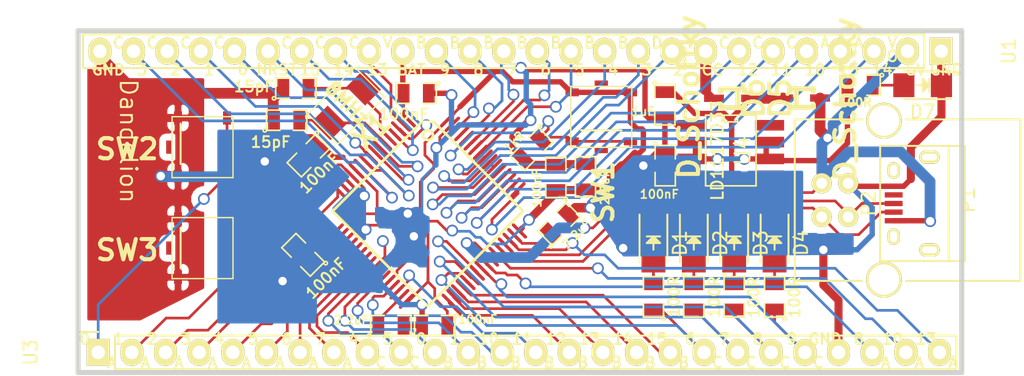
<source format=kicad_pcb>
(kicad_pcb (version 4) (host pcbnew 4.0.1-stable)

  (general
    (links 135)
    (no_connects 4)
    (area 53.408579 82.209639 120.489981 108.389421)
    (thickness 1.6002)
    (drawings 112)
    (tracks 816)
    (zones 0)
    (modules 35)
    (nets 67)
  )

  (page A4)
  (title_block
    (date "12 oct 2015")
  )

  (layers
    (0 Front signal)
    (31 Back signal)
    (32 B.Adhes user)
    (33 F.Adhes user)
    (34 B.Paste user)
    (35 F.Paste user)
    (36 B.SilkS user)
    (37 F.SilkS user)
    (38 B.Mask user)
    (39 F.Mask user)
    (40 Dwgs.User user)
    (41 Cmts.User user)
    (42 Eco1.User user)
    (43 Eco2.User user)
    (44 Edge.Cuts user)
  )

  (setup
    (last_trace_width 0.4064)
    (user_trace_width 0.2032)
    (user_trace_width 0.3048)
    (user_trace_width 0.4064)
    (user_trace_width 0.508)
    (user_trace_width 0.6096)
    (user_trace_width 0.7112)
    (user_trace_width 0.8128)
    (trace_clearance 0.1524)
    (zone_clearance 0.508)
    (zone_45_only no)
    (trace_min 0.2032)
    (segment_width 0.1524)
    (edge_width 0.381)
    (via_size 0.889)
    (via_drill 0.635)
    (via_min_size 0.889)
    (via_min_drill 0.508)
    (uvia_size 0.508)
    (uvia_drill 0.127)
    (uvias_allowed no)
    (uvia_min_size 0.508)
    (uvia_min_drill 0.127)
    (pcb_text_width 0.1524)
    (pcb_text_size 0.8128 0.8128)
    (mod_edge_width 0.10414)
    (mod_text_size 0.8128 0.8128)
    (mod_text_width 0.1524)
    (pad_size 0.94996 0.94996)
    (pad_drill 0.8509)
    (pad_to_mask_clearance 0.254)
    (aux_axis_origin 0 0)
    (visible_elements FFFFFF7F)
    (pcbplotparams
      (layerselection 0x00030_80000001)
      (usegerberextensions true)
      (excludeedgelayer true)
      (linewidth 0.150000)
      (plotframeref false)
      (viasonmask false)
      (mode 1)
      (useauxorigin false)
      (hpglpennumber 1)
      (hpglpenspeed 20)
      (hpglpendiameter 15)
      (hpglpenoverlay 0)
      (psnegative false)
      (psa4output false)
      (plotreference false)
      (plotvalue true)
      (plotinvisibletext false)
      (padsonsilk false)
      (subtractmaskfromsilk false)
      (outputformat 1)
      (mirror false)
      (drillshape 1)
      (scaleselection 1)
      (outputdirectory /home/ellis/Desktop/thunderbots/trunk/electronics/workshop_board/Output/))
  )

  (net 0 "")
  (net 1 +5V)
  (net 2 GND)
  (net 3 +3V3)
  (net 4 "Net-(C3-Pad1)")
  (net 5 "Net-(C4-Pad1)")
  (net 6 "Net-(C7-Pad2)")
  (net 7 "Net-(C8-Pad2)")
  (net 8 "Net-(C11-Pad1)")
  (net 9 "Net-(D1-Pad2)")
  (net 10 "Net-(D2-Pad2)")
  (net 11 "Net-(D3-Pad2)")
  (net 12 "Net-(D4-Pad2)")
  (net 13 "Net-(D5-Pad2)")
  (net 14 "Net-(D7-Pad2)")
  (net 15 "Net-(P1-Pad2)")
  (net 16 "Net-(P1-Pad3)")
  (net 17 "Net-(P2-Pad4)")
  (net 18 "Net-(R1-Pad1)")
  (net 19 "Net-(R2-Pad2)")
  (net 20 "Net-(R3-Pad2)")
  (net 21 "Net-(R4-Pad1)")
  (net 22 "Net-(R5-Pad1)")
  (net 23 "Net-(SW2-Pad2)")
  (net 24 "Net-(SW3-Pad2)")
  (net 25 "Net-(U1-Pad3)")
  (net 26 "Net-(U1-Pad4)")
  (net 27 "Net-(U1-Pad5)")
  (net 28 "Net-(U1-Pad6)")
  (net 29 "Net-(U1-Pad7)")
  (net 30 "Net-(U1-Pad9)")
  (net 31 "Net-(U1-Pad10)")
  (net 32 "Net-(U1-Pad11)")
  (net 33 "Net-(U1-Pad12)")
  (net 34 "Net-(U1-Pad13)")
  (net 35 "Net-(U1-Pad14)")
  (net 36 "Net-(U1-Pad15)")
  (net 37 "Net-(U1-Pad16)")
  (net 38 "Net-(U1-Pad18)")
  (net 39 "Net-(U1-Pad19)")
  (net 40 "Net-(U1-Pad20)")
  (net 41 "Net-(U1-Pad21)")
  (net 42 "Net-(U1-Pad22)")
  (net 43 "Net-(U1-Pad23)")
  (net 44 "Net-(U1-Pad24)")
  (net 45 "Net-(U1-Pad25)")
  (net 46 "Net-(U2-Pad16)")
  (net 47 "Net-(U2-Pad17)")
  (net 48 "Net-(U2-Pad20)")
  (net 49 "Net-(U2-Pad21)")
  (net 50 "Net-(U2-Pad22)")
  (net 51 "Net-(U2-Pad23)")
  (net 52 "Net-(U2-Pad24)")
  (net 53 "Net-(U2-Pad25)")
  (net 54 "Net-(U2-Pad26)")
  (net 55 "Net-(U2-Pad27)")
  (net 56 "Net-(U2-Pad29)")
  (net 57 "Net-(U2-Pad30)")
  (net 58 "Net-(U2-Pad33)")
  (net 59 "Net-(U2-Pad34)")
  (net 60 "Net-(U2-Pad35)")
  (net 61 "Net-(U2-Pad36)")
  (net 62 "Net-(U2-Pad41)")
  (net 63 "Net-(U2-Pad43)")
  (net 64 "Net-(U2-Pad46)")
  (net 65 "Net-(P1-Pad5)")
  (net 66 "Net-(P2-Pad6)")

  (net_class Default "This is the default net class."
    (clearance 0.1524)
    (trace_width 0.2032)
    (via_dia 0.889)
    (via_drill 0.635)
    (uvia_dia 0.508)
    (uvia_drill 0.127)
    (add_net +3V3)
    (add_net +5V)
    (add_net GND)
    (add_net "Net-(C11-Pad1)")
    (add_net "Net-(C3-Pad1)")
    (add_net "Net-(C4-Pad1)")
    (add_net "Net-(C7-Pad2)")
    (add_net "Net-(C8-Pad2)")
    (add_net "Net-(D1-Pad2)")
    (add_net "Net-(D2-Pad2)")
    (add_net "Net-(D3-Pad2)")
    (add_net "Net-(D4-Pad2)")
    (add_net "Net-(D5-Pad2)")
    (add_net "Net-(D7-Pad2)")
    (add_net "Net-(P1-Pad2)")
    (add_net "Net-(P1-Pad3)")
    (add_net "Net-(P1-Pad5)")
    (add_net "Net-(P2-Pad4)")
    (add_net "Net-(P2-Pad6)")
    (add_net "Net-(R1-Pad1)")
    (add_net "Net-(R2-Pad2)")
    (add_net "Net-(R3-Pad2)")
    (add_net "Net-(R4-Pad1)")
    (add_net "Net-(R5-Pad1)")
    (add_net "Net-(SW2-Pad2)")
    (add_net "Net-(SW3-Pad2)")
    (add_net "Net-(U1-Pad10)")
    (add_net "Net-(U1-Pad11)")
    (add_net "Net-(U1-Pad12)")
    (add_net "Net-(U1-Pad13)")
    (add_net "Net-(U1-Pad14)")
    (add_net "Net-(U1-Pad15)")
    (add_net "Net-(U1-Pad16)")
    (add_net "Net-(U1-Pad18)")
    (add_net "Net-(U1-Pad19)")
    (add_net "Net-(U1-Pad20)")
    (add_net "Net-(U1-Pad21)")
    (add_net "Net-(U1-Pad22)")
    (add_net "Net-(U1-Pad23)")
    (add_net "Net-(U1-Pad24)")
    (add_net "Net-(U1-Pad25)")
    (add_net "Net-(U1-Pad3)")
    (add_net "Net-(U1-Pad4)")
    (add_net "Net-(U1-Pad5)")
    (add_net "Net-(U1-Pad6)")
    (add_net "Net-(U1-Pad7)")
    (add_net "Net-(U1-Pad9)")
    (add_net "Net-(U2-Pad16)")
    (add_net "Net-(U2-Pad17)")
    (add_net "Net-(U2-Pad20)")
    (add_net "Net-(U2-Pad21)")
    (add_net "Net-(U2-Pad22)")
    (add_net "Net-(U2-Pad23)")
    (add_net "Net-(U2-Pad24)")
    (add_net "Net-(U2-Pad25)")
    (add_net "Net-(U2-Pad26)")
    (add_net "Net-(U2-Pad27)")
    (add_net "Net-(U2-Pad29)")
    (add_net "Net-(U2-Pad30)")
    (add_net "Net-(U2-Pad33)")
    (add_net "Net-(U2-Pad34)")
    (add_net "Net-(U2-Pad35)")
    (add_net "Net-(U2-Pad36)")
    (add_net "Net-(U2-Pad41)")
    (add_net "Net-(U2-Pad43)")
    (add_net "Net-(U2-Pad46)")
  )

  (module Connect:USB_Micro-B (layer Front) (tedit 5543E447) (tstamp 521027EC)
    (at 116.7257 95.4405 90)
    (descr "Micro USB Type B Receptacle")
    (tags "USB USB_B USB_micro USB_OTG")
    (path /52102477)
    (attr smd)
    (fp_text reference P2 (at 0 -3.45 90) (layer F.SilkS)
      (effects (font (size 1 1) (thickness 0.15)))
    )
    (fp_text value USB_OTG (at 0 4.8 90) (layer F.Fab)
      (effects (font (size 1 1) (thickness 0.15)))
    )
    (fp_line (start -4.6 -2.8) (end 4.6 -2.8) (layer F.CrtYd) (width 0.05))
    (fp_line (start 4.6 -2.8) (end 4.6 4.05) (layer F.CrtYd) (width 0.05))
    (fp_line (start 4.6 4.05) (end -4.6 4.05) (layer F.CrtYd) (width 0.05))
    (fp_line (start -4.6 4.05) (end -4.6 -2.8) (layer F.CrtYd) (width 0.05))
    (fp_line (start -4.3509 3.81746) (end 4.3491 3.81746) (layer F.SilkS) (width 0.15))
    (fp_line (start -4.3509 -2.58754) (end 4.3491 -2.58754) (layer F.SilkS) (width 0.15))
    (fp_line (start 4.3491 -2.58754) (end 4.3491 3.81746) (layer F.SilkS) (width 0.15))
    (fp_line (start 4.3491 2.58746) (end -4.3509 2.58746) (layer F.SilkS) (width 0.15))
    (fp_line (start -4.3509 3.81746) (end -4.3509 -2.58754) (layer F.SilkS) (width 0.15))
    (pad 1 smd rect (at -1.3009 -1.56254 180) (size 1.35 0.4) (layers Front F.Paste F.Mask)
      (net 1 +5V))
    (pad 2 smd rect (at -0.6509 -1.56254 180) (size 1.35 0.4) (layers Front F.Paste F.Mask)
      (net 15 "Net-(P1-Pad2)"))
    (pad 3 smd rect (at -0.0009 -1.56254 180) (size 1.35 0.4) (layers Front F.Paste F.Mask)
      (net 16 "Net-(P1-Pad3)"))
    (pad 4 smd rect (at 0.6491 -1.56254 180) (size 1.35 0.4) (layers Front F.Paste F.Mask)
      (net 17 "Net-(P2-Pad4)"))
    (pad 5 smd rect (at 1.2991 -1.56254 180) (size 1.35 0.4) (layers Front F.Paste F.Mask)
      (net 2 GND))
    (pad 6 thru_hole oval (at -2.5009 -1.56254 180) (size 0.95 1.25) (drill oval 0.55 0.85) (layers *.Cu *.Mask F.SilkS)
      (net 66 "Net-(P2-Pad6)"))
    (pad 6 thru_hole oval (at 2.4991 -1.56254 180) (size 0.95 1.25) (drill oval 0.55 0.85) (layers *.Cu *.Mask F.SilkS)
      (net 66 "Net-(P2-Pad6)"))
    (pad 6 thru_hole oval (at -3.5009 1.13746 180) (size 1.55 1) (drill oval 1.15 0.5) (layers *.Cu *.Mask F.SilkS)
      (net 66 "Net-(P2-Pad6)"))
    (pad 6 thru_hole oval (at 3.4991 1.13746 180) (size 1.55 1) (drill oval 1.15 0.5) (layers *.Cu *.Mask F.SilkS)
      (net 66 "Net-(P2-Pad6)"))
  )

  (module Thunderbots:CRYSTAL_5x3.2 (layer Front) (tedit 58151618) (tstamp 5210595D)
    (at 73.8505 88.0491 225)
    (path /4C54C369)
    (fp_text reference X1 (at 0 -2.70002 225) (layer F.SilkS)
      (effects (font (thickness 0.3048)))
    )
    (fp_text value 8MHz (at -0.161645 0.071842 315) (layer F.SilkS)
      (effects (font (size 1 1) (thickness 0.25)))
    )
    (fp_line (start 2.49936 -1.6002) (end 2.49936 1.6002) (layer F.SilkS) (width 0.10414))
    (fp_line (start 2.49936 1.6002) (end -2.49936 1.6002) (layer F.SilkS) (width 0.10414))
    (fp_line (start -2.49936 1.6002) (end -2.49936 -1.6002) (layer F.SilkS) (width 0.10414))
    (fp_line (start -2.49936 -1.6002) (end 2.49936 -1.6002) (layer F.SilkS) (width 0.10414))
    (pad 1 smd rect (at -1.84912 0 225) (size 1.69926 1.99898) (layers Front F.Paste F.Mask)
      (net 6 "Net-(C7-Pad2)"))
    (pad 2 smd rect (at 1.84912 0 225) (size 1.69926 1.99898) (layers Front F.Paste F.Mask)
      (net 7 "Net-(C8-Pad2)"))
  )

  (module TQFP_64 (layer Front) (tedit 52200BC3) (tstamp 520FD8A0)
    (at 79.99984 95.90024 225)
    (tags "TQFP64 TQFP SMD IC")
    (path /520FBD34)
    (fp_text reference U2 (at 0.127 -1.524 225) (layer F.SilkS) hide
      (effects (font (size 1.09982 1.09982) (thickness 0.127)))
    )
    (fp_text value STM32F405RXT_fat (at 0 1.651 225) (layer F.SilkS) hide
      (effects (font (size 1.00076 1.00076) (thickness 0.1524)))
    )
    (fp_circle (center -3.98272 3.98272) (end -3.98272 3.60172) (layer F.SilkS) (width 0.2032))
    (fp_line (start 5.16128 -5.16128) (end -4.99872 -5.16128) (layer F.SilkS) (width 0.2032))
    (fp_line (start -4.99872 -5.16128) (end -4.99872 4.36372) (layer F.SilkS) (width 0.2032))
    (fp_line (start -4.99872 4.36372) (end -4.36372 4.99872) (layer F.SilkS) (width 0.2032))
    (fp_line (start -4.36372 4.99872) (end 5.16128 4.99872) (layer F.SilkS) (width 0.2032))
    (fp_line (start 5.16128 4.99872) (end 5.16128 -5.16128) (layer F.SilkS) (width 0.2032))
    (pad 1 smd rect (at -3.74904 5.86994 225) (size 0.24892 1.524) (layers Front F.Paste F.Mask)
      (net 3 +3V3))
    (pad 2 smd oval (at -3.24866 5.86994 225) (size 0.24892 1.524) (layers Front F.Paste F.Mask)
      (net 38 "Net-(U1-Pad18)"))
    (pad 3 smd oval (at -2.74828 5.86994 225) (size 0.24892 1.524) (layers Front F.Paste F.Mask)
      (net 39 "Net-(U1-Pad19)"))
    (pad 4 smd oval (at -2.2479 5.86994 225) (size 0.24892 1.524) (layers Front F.Paste F.Mask)
      (net 40 "Net-(U1-Pad20)"))
    (pad 5 smd oval (at -1.74752 5.86994 225) (size 0.24892 1.524) (layers Front F.Paste F.Mask)
      (net 6 "Net-(C7-Pad2)"))
    (pad 6 smd oval (at -1.24968 5.86994 225) (size 0.24892 1.524) (layers Front F.Paste F.Mask)
      (net 7 "Net-(C8-Pad2)"))
    (pad 7 smd oval (at -0.7493 5.86994 225) (size 0.24892 1.524) (layers Front F.Paste F.Mask)
      (net 41 "Net-(U1-Pad21)"))
    (pad 8 smd oval (at -0.24892 5.86994 225) (size 0.24892 1.524) (layers Front F.Paste F.Mask)
      (net 42 "Net-(U1-Pad22)"))
    (pad 9 smd oval (at 0.25146 5.86994 225) (size 0.24892 1.524) (layers Front F.Paste F.Mask)
      (net 43 "Net-(U1-Pad23)"))
    (pad 10 smd oval (at 0.75184 5.86994 225) (size 0.24892 1.524) (layers Front F.Paste F.Mask)
      (net 44 "Net-(U1-Pad24)"))
    (pad 11 smd oval (at 1.25222 5.86994 225) (size 0.24892 1.524) (layers Front F.Paste F.Mask)
      (net 45 "Net-(U1-Pad25)"))
    (pad 12 smd oval (at 1.75006 5.86994 225) (size 0.24892 1.524) (layers Front F.Paste F.Mask)
      (net 2 GND))
    (pad 13 smd oval (at 2.25044 5.86994 225) (size 0.24892 1.524) (layers Front F.Paste F.Mask)
      (net 3 +3V3))
    (pad 14 smd oval (at 2.75082 5.86994 225) (size 0.24892 1.524) (layers Front F.Paste F.Mask)
      (net 23 "Net-(SW2-Pad2)"))
    (pad 15 smd oval (at 3.2512 5.86994 225) (size 0.24892 1.524) (layers Front F.Paste F.Mask)
      (net 24 "Net-(SW3-Pad2)"))
    (pad 16 smd oval (at 3.75158 5.86994 225) (size 0.24892 1.524) (layers Front F.Paste F.Mask)
      (net 46 "Net-(U2-Pad16)"))
    (pad 17 smd oval (at 6.0325 3.74904 225) (size 1.524 0.24892) (layers Front F.Paste F.Mask)
      (net 47 "Net-(U2-Pad17)"))
    (pad 18 smd oval (at 6.0325 3.24866 225) (size 1.524 0.24892) (layers Front F.Paste F.Mask)
      (net 2 GND))
    (pad 19 smd oval (at 6.0325 2.74828 225) (size 1.524 0.24892) (layers Front F.Paste F.Mask)
      (net 3 +3V3))
    (pad 20 smd oval (at 6.0325 2.2479 225) (size 1.524 0.24892) (layers Front F.Paste F.Mask)
      (net 48 "Net-(U2-Pad20)"))
    (pad 21 smd oval (at 6.0325 1.74752 225) (size 1.524 0.24892) (layers Front F.Paste F.Mask)
      (net 49 "Net-(U2-Pad21)"))
    (pad 22 smd oval (at 6.0325 1.24968 225) (size 1.524 0.24892) (layers Front F.Paste F.Mask)
      (net 50 "Net-(U2-Pad22)"))
    (pad 23 smd oval (at 6.0325 0.7493 225) (size 1.524 0.24892) (layers Front F.Paste F.Mask)
      (net 51 "Net-(U2-Pad23)"))
    (pad 24 smd oval (at 6.0325 0.24892 225) (size 1.524 0.24892) (layers Front F.Paste F.Mask)
      (net 52 "Net-(U2-Pad24)"))
    (pad 25 smd oval (at 6.0325 -0.25146 225) (size 1.524 0.24892) (layers Front F.Paste F.Mask)
      (net 53 "Net-(U2-Pad25)"))
    (pad 26 smd oval (at 6.0325 -0.75184 225) (size 1.524 0.24892) (layers Front F.Paste F.Mask)
      (net 54 "Net-(U2-Pad26)"))
    (pad 27 smd oval (at 6.0325 -1.25222 225) (size 1.524 0.24892) (layers Front F.Paste F.Mask)
      (net 55 "Net-(U2-Pad27)"))
    (pad 28 smd oval (at 6.0325 -1.75006 225) (size 1.524 0.24892) (layers Front F.Paste F.Mask)
      (net 2 GND))
    (pad 29 smd oval (at 6.0325 -2.25044 225) (size 1.524 0.24892) (layers Front F.Paste F.Mask)
      (net 56 "Net-(U2-Pad29)"))
    (pad 30 smd oval (at 6.0325 -2.75082 225) (size 1.524 0.24892) (layers Front F.Paste F.Mask)
      (net 57 "Net-(U2-Pad30)"))
    (pad 31 smd oval (at 6.0325 -3.2512 225) (size 1.524 0.24892) (layers Front F.Paste F.Mask)
      (net 4 "Net-(C3-Pad1)"))
    (pad 32 smd oval (at 6.0325 -3.75158 225) (size 1.524 0.24892) (layers Front F.Paste F.Mask)
      (net 3 +3V3))
    (pad 33 smd oval (at 3.75158 -6.0325 225) (size 0.24892 1.524) (layers Front F.Paste F.Mask)
      (net 58 "Net-(U2-Pad33)"))
    (pad 34 smd oval (at 3.2512 -6.0325 225) (size 0.24892 1.524) (layers Front F.Paste F.Mask)
      (net 59 "Net-(U2-Pad34)"))
    (pad 35 smd oval (at 2.75082 -6.0325 225) (size 0.24892 1.524) (layers Front F.Paste F.Mask)
      (net 60 "Net-(U2-Pad35)"))
    (pad 36 smd oval (at 2.25044 -6.0325 225) (size 0.24892 1.524) (layers Front F.Paste F.Mask)
      (net 61 "Net-(U2-Pad36)"))
    (pad 37 smd oval (at 1.75006 -6.0325 225) (size 0.24892 1.524) (layers Front F.Paste F.Mask)
      (net 18 "Net-(R1-Pad1)"))
    (pad 38 smd oval (at 1.25222 -6.0325 225) (size 0.24892 1.524) (layers Front F.Paste F.Mask)
      (net 19 "Net-(R2-Pad2)"))
    (pad 39 smd oval (at 0.75184 -6.0325 225) (size 0.24892 1.524) (layers Front F.Paste F.Mask)
      (net 20 "Net-(R3-Pad2)"))
    (pad 40 smd oval (at 0.25146 -6.0325 225) (size 0.24892 1.524) (layers Front F.Paste F.Mask)
      (net 21 "Net-(R4-Pad1)"))
    (pad 41 smd oval (at -0.24892 -6.0325 225) (size 0.24892 1.524) (layers Front F.Paste F.Mask)
      (net 62 "Net-(U2-Pad41)"))
    (pad 42 smd oval (at -0.7493 -6.0325 225) (size 0.24892 1.524) (layers Front F.Paste F.Mask)
      (net 1 +5V))
    (pad 43 smd oval (at -1.24968 -6.0325 225) (size 0.24892 1.524) (layers Front F.Paste F.Mask)
      (net 63 "Net-(U2-Pad43)"))
    (pad 44 smd oval (at -1.74752 -6.0325 225) (size 0.24892 1.524) (layers Front F.Paste F.Mask)
      (net 15 "Net-(P1-Pad2)"))
    (pad 45 smd oval (at -2.2479 -6.0325 225) (size 0.24892 1.524) (layers Front F.Paste F.Mask)
      (net 16 "Net-(P1-Pad3)"))
    (pad 46 smd oval (at -2.74828 -6.0325 225) (size 0.24892 1.524) (layers Front F.Paste F.Mask)
      (net 64 "Net-(U2-Pad46)"))
    (pad 47 smd oval (at -3.24866 -6.0325 225) (size 0.24892 1.524) (layers Front F.Paste F.Mask)
      (net 5 "Net-(C4-Pad1)"))
    (pad 48 smd oval (at -3.74904 -6.0325 225) (size 0.24892 1.524) (layers Front F.Paste F.Mask)
      (net 3 +3V3))
    (pad 49 smd oval (at -5.86994 -3.75158 225) (size 1.524 0.24892) (layers Front F.Paste F.Mask)
      (net 25 "Net-(U1-Pad3)"))
    (pad 50 smd oval (at -5.86994 -3.2512 225) (size 1.524 0.24892) (layers Front F.Paste F.Mask)
      (net 26 "Net-(U1-Pad4)"))
    (pad 52 smd oval (at -5.86994 -2.25044 225) (size 1.524 0.24892) (layers Front F.Paste F.Mask)
      (net 28 "Net-(U1-Pad6)"))
    (pad 51 smd oval (at -5.88772 -2.75082 225) (size 1.524 0.24892) (layers Front F.Paste F.Mask)
      (net 27 "Net-(U1-Pad5)"))
    (pad 53 smd oval (at -5.86994 -1.75006 225) (size 1.524 0.24892) (layers Front F.Paste F.Mask)
      (net 29 "Net-(U1-Pad7)"))
    (pad 54 smd oval (at -5.86994 -1.25222 225) (size 1.524 0.24892) (layers Front F.Paste F.Mask)
      (net 30 "Net-(U1-Pad9)"))
    (pad 55 smd oval (at -5.86994 -0.75184 225) (size 1.524 0.24892) (layers Front F.Paste F.Mask)
      (net 31 "Net-(U1-Pad10)"))
    (pad 56 smd oval (at -5.86994 -0.25146 225) (size 1.524 0.24892) (layers Front F.Paste F.Mask)
      (net 32 "Net-(U1-Pad11)"))
    (pad 57 smd oval (at -5.86994 0.24892 225) (size 1.524 0.24892) (layers Front F.Paste F.Mask)
      (net 33 "Net-(U1-Pad12)"))
    (pad 58 smd oval (at -5.86994 0.7493 225) (size 1.524 0.24892) (layers Front F.Paste F.Mask)
      (net 34 "Net-(U1-Pad13)"))
    (pad 59 smd oval (at -5.86994 1.24206 225) (size 1.524 0.24892) (layers Front F.Paste F.Mask)
      (net 35 "Net-(U1-Pad14)"))
    (pad 60 smd oval (at -5.86994 1.74244 225) (size 1.524 0.24892) (layers Front F.Paste F.Mask)
      (net 22 "Net-(R5-Pad1)"))
    (pad 61 smd oval (at -5.86994 2.24282 225) (size 1.524 0.24892) (layers Front F.Paste F.Mask)
      (net 36 "Net-(U1-Pad15)"))
    (pad 62 smd oval (at -5.86994 2.7432 225) (size 1.524 0.24892) (layers Front F.Paste F.Mask)
      (net 37 "Net-(U1-Pad16)"))
    (pad 63 smd oval (at -5.86994 3.24104 225) (size 1.524 0.24892) (layers Front F.Paste F.Mask)
      (net 2 GND))
    (pad 64 smd oval (at -5.86994 3.74142 225) (size 1.524 0.24892) (layers Front F.Paste F.Mask)
      (net 3 +3V3))
    (model smd/TQFP_64.wrl
      (at (xyz 0 0 0.001))
      (scale (xyz 0.3937 0.3937 0.3937))
      (rotate (xyz 0 0 0))
    )
  )

  (module SM0805 (layer Front) (tedit 521FFD57) (tstamp 520FD8AE)
    (at 106.172 102.489 90)
    (path /51FDB293)
    (attr smd)
    (fp_text reference R4 (at 0 0 90) (layer F.SilkS) hide
      (effects (font (size 0.635 0.635) (thickness 0.127)))
    )
    (fp_text value 100R (at -0.0254 1.4986 90) (layer F.SilkS)
      (effects (font (size 0.8128 0.8128) (thickness 0.1524)))
    )
    (fp_circle (center -1.651 0.762) (end -1.651 0.635) (layer F.SilkS) (width 0.127))
    (fp_line (start -0.508 0.762) (end -1.524 0.762) (layer F.SilkS) (width 0.127))
    (fp_line (start -1.524 0.762) (end -1.524 -0.762) (layer F.SilkS) (width 0.127))
    (fp_line (start -1.524 -0.762) (end -0.508 -0.762) (layer F.SilkS) (width 0.127))
    (fp_line (start 0.508 -0.762) (end 1.524 -0.762) (layer F.SilkS) (width 0.127))
    (fp_line (start 1.524 -0.762) (end 1.524 0.762) (layer F.SilkS) (width 0.127))
    (fp_line (start 1.524 0.762) (end 0.508 0.762) (layer F.SilkS) (width 0.127))
    (pad 1 smd rect (at -0.9525 0 90) (size 0.889 1.397) (layers Front F.Paste F.Mask)
      (net 21 "Net-(R4-Pad1)"))
    (pad 2 smd rect (at 0.9525 0 90) (size 0.889 1.397) (layers Front F.Paste F.Mask)
      (net 12 "Net-(D4-Pad2)"))
    (model smd/chip_cms.wrl
      (at (xyz 0 0 0))
      (scale (xyz 0.1 0.1 0.1))
      (rotate (xyz 0 0 0))
    )
  )

  (module SM0805 (layer Front) (tedit 521FFD40) (tstamp 520FD8B0)
    (at 103.124 102.489 270)
    (path /4C54C362)
    (attr smd)
    (fp_text reference R3 (at 0 0 270) (layer F.SilkS) hide
      (effects (font (size 0.635 0.635) (thickness 0.127)))
    )
    (fp_text value 100R (at 0.0254 -1.4732 270) (layer F.SilkS)
      (effects (font (size 0.8128 0.8128) (thickness 0.1524)))
    )
    (fp_circle (center -1.651 0.762) (end -1.651 0.635) (layer F.SilkS) (width 0.127))
    (fp_line (start -0.508 0.762) (end -1.524 0.762) (layer F.SilkS) (width 0.127))
    (fp_line (start -1.524 0.762) (end -1.524 -0.762) (layer F.SilkS) (width 0.127))
    (fp_line (start -1.524 -0.762) (end -0.508 -0.762) (layer F.SilkS) (width 0.127))
    (fp_line (start 0.508 -0.762) (end 1.524 -0.762) (layer F.SilkS) (width 0.127))
    (fp_line (start 1.524 -0.762) (end 1.524 0.762) (layer F.SilkS) (width 0.127))
    (fp_line (start 1.524 0.762) (end 0.508 0.762) (layer F.SilkS) (width 0.127))
    (pad 1 smd rect (at -0.9525 0 270) (size 0.889 1.397) (layers Front F.Paste F.Mask)
      (net 11 "Net-(D3-Pad2)"))
    (pad 2 smd rect (at 0.9525 0 270) (size 0.889 1.397) (layers Front F.Paste F.Mask)
      (net 20 "Net-(R3-Pad2)"))
    (model smd/chip_cms.wrl
      (at (xyz 0 0 0))
      (scale (xyz 0.1 0.1 0.1))
      (rotate (xyz 0 0 0))
    )
  )

  (module SM0805 (layer Front) (tedit 521FFD2E) (tstamp 520FD8B2)
    (at 100.076 102.489 270)
    (path /4C54C365)
    (attr smd)
    (fp_text reference R2 (at 0.0508 -0.0254 270) (layer F.SilkS) hide
      (effects (font (size 0.635 0.635) (thickness 0.127)))
    )
    (fp_text value 100R (at 0 -1.5494 270) (layer F.SilkS)
      (effects (font (size 0.8128 0.8128) (thickness 0.1524)))
    )
    (fp_circle (center -1.651 0.762) (end -1.651 0.635) (layer F.SilkS) (width 0.127))
    (fp_line (start -0.508 0.762) (end -1.524 0.762) (layer F.SilkS) (width 0.127))
    (fp_line (start -1.524 0.762) (end -1.524 -0.762) (layer F.SilkS) (width 0.127))
    (fp_line (start -1.524 -0.762) (end -0.508 -0.762) (layer F.SilkS) (width 0.127))
    (fp_line (start 0.508 -0.762) (end 1.524 -0.762) (layer F.SilkS) (width 0.127))
    (fp_line (start 1.524 -0.762) (end 1.524 0.762) (layer F.SilkS) (width 0.127))
    (fp_line (start 1.524 0.762) (end 0.508 0.762) (layer F.SilkS) (width 0.127))
    (pad 1 smd rect (at -0.9525 0 270) (size 0.889 1.397) (layers Front F.Paste F.Mask)
      (net 10 "Net-(D2-Pad2)"))
    (pad 2 smd rect (at 0.9525 0 270) (size 0.889 1.397) (layers Front F.Paste F.Mask)
      (net 19 "Net-(R2-Pad2)"))
    (model smd/chip_cms.wrl
      (at (xyz 0 0 0))
      (scale (xyz 0.1 0.1 0.1))
      (rotate (xyz 0 0 0))
    )
  )

  (module SM0805 (layer Front) (tedit 521FFD19) (tstamp 520FD8B4)
    (at 97.028 102.489 90)
    (path /4C54C35F)
    (attr smd)
    (fp_text reference R1 (at 0 0 90) (layer F.SilkS) hide
      (effects (font (size 0.635 0.635) (thickness 0.127)))
    )
    (fp_text value 100R (at 0.0254 1.5494 90) (layer F.SilkS)
      (effects (font (size 0.8128 0.8128) (thickness 0.1524)))
    )
    (fp_circle (center -1.651 0.762) (end -1.651 0.635) (layer F.SilkS) (width 0.127))
    (fp_line (start -0.508 0.762) (end -1.524 0.762) (layer F.SilkS) (width 0.127))
    (fp_line (start -1.524 0.762) (end -1.524 -0.762) (layer F.SilkS) (width 0.127))
    (fp_line (start -1.524 -0.762) (end -0.508 -0.762) (layer F.SilkS) (width 0.127))
    (fp_line (start 0.508 -0.762) (end 1.524 -0.762) (layer F.SilkS) (width 0.127))
    (fp_line (start 1.524 -0.762) (end 1.524 0.762) (layer F.SilkS) (width 0.127))
    (fp_line (start 1.524 0.762) (end 0.508 0.762) (layer F.SilkS) (width 0.127))
    (pad 1 smd rect (at -0.9525 0 90) (size 0.889 1.397) (layers Front F.Paste F.Mask)
      (net 18 "Net-(R1-Pad1)"))
    (pad 2 smd rect (at 0.9525 0 90) (size 0.889 1.397) (layers Front F.Paste F.Mask)
      (net 9 "Net-(D1-Pad2)"))
    (model smd/chip_cms.wrl
      (at (xyz 0 0 0))
      (scale (xyz 0.1 0.1 0.1))
      (rotate (xyz 0 0 0))
    )
  )

  (module SM0805 (layer Front) (tedit 561A6439) (tstamp 561A4102)
    (at 91.8972 93.4212 90)
    (path /4C55144A)
    (attr smd)
    (fp_text reference C1 (at 0 0 90) (layer F.SilkS) hide
      (effects (font (size 0.635 0.635) (thickness 0.127)))
    )
    (fp_text value 2.2uF (at -0.8128 1.4732 90) (layer F.SilkS)
      (effects (font (size 0.635 0.635) (thickness 0.127)))
    )
    (fp_circle (center -1.651 0.762) (end -1.651 0.635) (layer F.SilkS) (width 0.127))
    (fp_line (start -0.508 0.762) (end -1.524 0.762) (layer F.SilkS) (width 0.127))
    (fp_line (start -1.524 0.762) (end -1.524 -0.762) (layer F.SilkS) (width 0.127))
    (fp_line (start -1.524 -0.762) (end -0.508 -0.762) (layer F.SilkS) (width 0.127))
    (fp_line (start 0.508 -0.762) (end 1.524 -0.762) (layer F.SilkS) (width 0.127))
    (fp_line (start 1.524 -0.762) (end 1.524 0.762) (layer F.SilkS) (width 0.127))
    (fp_line (start 1.524 0.762) (end 0.508 0.762) (layer F.SilkS) (width 0.127))
    (pad 1 smd rect (at -0.9525 0 90) (size 0.889 1.397) (layers Front F.Paste F.Mask)
      (net 3 +3V3))
    (pad 2 smd rect (at 0.9525 0 90) (size 0.889 1.397) (layers Front F.Paste F.Mask)
      (net 2 GND))
    (model smd/chip_cms.wrl
      (at (xyz 0 0 0))
      (scale (xyz 0.1 0.1 0.1))
      (rotate (xyz 0 0 0))
    )
  )

  (module SM0805 (layer Front) (tedit 561A6436) (tstamp 561A3AB7)
    (at 89.662 93.472 90)
    (path /4F28D394)
    (attr smd)
    (fp_text reference C22 (at 0 0 90) (layer F.SilkS) hide
      (effects (font (size 0.635 0.635) (thickness 0.127)))
    )
    (fp_text value 100nF (at -0.8128 -1.4224 90) (layer F.SilkS)
      (effects (font (size 0.635 0.635) (thickness 0.127)))
    )
    (fp_circle (center -1.651 0.762) (end -1.651 0.635) (layer F.SilkS) (width 0.127))
    (fp_line (start -0.508 0.762) (end -1.524 0.762) (layer F.SilkS) (width 0.127))
    (fp_line (start -1.524 0.762) (end -1.524 -0.762) (layer F.SilkS) (width 0.127))
    (fp_line (start -1.524 -0.762) (end -0.508 -0.762) (layer F.SilkS) (width 0.127))
    (fp_line (start 0.508 -0.762) (end 1.524 -0.762) (layer F.SilkS) (width 0.127))
    (fp_line (start 1.524 -0.762) (end 1.524 0.762) (layer F.SilkS) (width 0.127))
    (fp_line (start 1.524 0.762) (end 0.508 0.762) (layer F.SilkS) (width 0.127))
    (pad 1 smd rect (at -0.9525 0 90) (size 0.889 1.397) (layers Front F.Paste F.Mask)
      (net 3 +3V3))
    (pad 2 smd rect (at 0.9525 0 90) (size 0.889 1.397) (layers Front F.Paste F.Mask)
      (net 2 GND))
    (model smd/chip_cms.wrl
      (at (xyz 0 0 0))
      (scale (xyz 0.1 0.1 0.1))
      (rotate (xyz 0 0 0))
    )
  )

  (module SM0805 (layer Front) (tedit 5222516C) (tstamp 520FD8BA)
    (at 70.5866 99.314 135)
    (path /4F28D2C9)
    (attr smd)
    (fp_text reference C21 (at 0 0 135) (layer F.SilkS) hide
      (effects (font (size 0.635 0.635) (thickness 0.127)))
    )
    (fp_text value 100nF (at -2.47904 -0.03556 225) (layer F.SilkS)
      (effects (font (size 0.8128 0.8128) (thickness 0.1524)))
    )
    (fp_circle (center -1.651 0.762) (end -1.651 0.635) (layer F.SilkS) (width 0.127))
    (fp_line (start -0.508 0.762) (end -1.524 0.762) (layer F.SilkS) (width 0.127))
    (fp_line (start -1.524 0.762) (end -1.524 -0.762) (layer F.SilkS) (width 0.127))
    (fp_line (start -1.524 -0.762) (end -0.508 -0.762) (layer F.SilkS) (width 0.127))
    (fp_line (start 0.508 -0.762) (end 1.524 -0.762) (layer F.SilkS) (width 0.127))
    (fp_line (start 1.524 -0.762) (end 1.524 0.762) (layer F.SilkS) (width 0.127))
    (fp_line (start 1.524 0.762) (end 0.508 0.762) (layer F.SilkS) (width 0.127))
    (pad 1 smd rect (at -0.9525 0 135) (size 0.889 1.397) (layers Front F.Paste F.Mask)
      (net 3 +3V3))
    (pad 2 smd rect (at 0.9525 0 135) (size 0.889 1.397) (layers Front F.Paste F.Mask)
      (net 2 GND))
    (model smd/chip_cms.wrl
      (at (xyz 0 0 0))
      (scale (xyz 0.1 0.1 0.1))
      (rotate (xyz 0 0 0))
    )
  )

  (module SM0805 (layer Front) (tedit 561A6443) (tstamp 5619DEED)
    (at 80.518 104.648 180)
    (path /4F28D319)
    (attr smd)
    (fp_text reference C17 (at 0 0 180) (layer F.SilkS) hide
      (effects (font (size 0.635 0.635) (thickness 0.127)))
    )
    (fp_text value 100nF (at -3.2512 0.4572 180) (layer F.SilkS)
      (effects (font (size 0.635 0.635) (thickness 0.127)))
    )
    (fp_circle (center -1.651 0.762) (end -1.651 0.635) (layer F.SilkS) (width 0.127))
    (fp_line (start -0.508 0.762) (end -1.524 0.762) (layer F.SilkS) (width 0.127))
    (fp_line (start -1.524 0.762) (end -1.524 -0.762) (layer F.SilkS) (width 0.127))
    (fp_line (start -1.524 -0.762) (end -0.508 -0.762) (layer F.SilkS) (width 0.127))
    (fp_line (start 0.508 -0.762) (end 1.524 -0.762) (layer F.SilkS) (width 0.127))
    (fp_line (start 1.524 -0.762) (end 1.524 0.762) (layer F.SilkS) (width 0.127))
    (fp_line (start 1.524 0.762) (end 0.508 0.762) (layer F.SilkS) (width 0.127))
    (pad 1 smd rect (at -0.9525 0 180) (size 0.889 1.397) (layers Front F.Paste F.Mask)
      (net 3 +3V3))
    (pad 2 smd rect (at 0.9525 0 180) (size 0.889 1.397) (layers Front F.Paste F.Mask)
      (net 2 GND))
    (model smd/chip_cms.wrl
      (at (xyz 0 0 0))
      (scale (xyz 0.1 0.1 0.1))
      (rotate (xyz 0 0 0))
    )
  )

  (module SM0805 (layer Front) (tedit 54E6DFCE) (tstamp 520FD8C6)
    (at 79.121 87.122 180)
    (path /4F28D1DD)
    (attr smd)
    (fp_text reference C15 (at 0 0 180) (layer F.SilkS) hide
      (effects (font (size 0.635 0.635) (thickness 0.127)))
    )
    (fp_text value 100nF (at 0.9525 -1.5875 180) (layer F.SilkS)
      (effects (font (size 0.8128 0.8128) (thickness 0.1524)))
    )
    (fp_circle (center -1.651 0.762) (end -1.651 0.635) (layer F.SilkS) (width 0.127))
    (fp_line (start -0.508 0.762) (end -1.524 0.762) (layer F.SilkS) (width 0.127))
    (fp_line (start -1.524 0.762) (end -1.524 -0.762) (layer F.SilkS) (width 0.127))
    (fp_line (start -1.524 -0.762) (end -0.508 -0.762) (layer F.SilkS) (width 0.127))
    (fp_line (start 0.508 -0.762) (end 1.524 -0.762) (layer F.SilkS) (width 0.127))
    (fp_line (start 1.524 -0.762) (end 1.524 0.762) (layer F.SilkS) (width 0.127))
    (fp_line (start 1.524 0.762) (end 0.508 0.762) (layer F.SilkS) (width 0.127))
    (pad 1 smd rect (at -0.9525 0 180) (size 0.889 1.397) (layers Front F.Paste F.Mask)
      (net 2 GND))
    (pad 2 smd rect (at 0.9525 0 180) (size 0.889 1.397) (layers Front F.Paste F.Mask)
      (net 3 +3V3))
    (model smd/chip_cms.wrl
      (at (xyz 0 0 0))
      (scale (xyz 0.1 0.1 0.1))
      (rotate (xyz 0 0 0))
    )
  )

  (module SM0805 (layer Front) (tedit 521FF728) (tstamp 520FD8CA)
    (at 70.993 91.821 225)
    (path /4F28D26E)
    (attr smd)
    (fp_text reference C13 (at 0 0 225) (layer F.SilkS) hide
      (effects (font (size 0.635 0.635) (thickness 0.127)))
    )
    (fp_text value 100nF (at 0.34036 -1.52654 225) (layer F.SilkS)
      (effects (font (size 0.8128 0.8128) (thickness 0.1524)))
    )
    (fp_circle (center -1.651 0.762) (end -1.651 0.635) (layer F.SilkS) (width 0.127))
    (fp_line (start -0.508 0.762) (end -1.524 0.762) (layer F.SilkS) (width 0.127))
    (fp_line (start -1.524 0.762) (end -1.524 -0.762) (layer F.SilkS) (width 0.127))
    (fp_line (start -1.524 -0.762) (end -0.508 -0.762) (layer F.SilkS) (width 0.127))
    (fp_line (start 0.508 -0.762) (end 1.524 -0.762) (layer F.SilkS) (width 0.127))
    (fp_line (start 1.524 -0.762) (end 1.524 0.762) (layer F.SilkS) (width 0.127))
    (fp_line (start 1.524 0.762) (end 0.508 0.762) (layer F.SilkS) (width 0.127))
    (pad 1 smd rect (at -0.9525 0 225) (size 0.889 1.397) (layers Front F.Paste F.Mask)
      (net 2 GND))
    (pad 2 smd rect (at 0.9525 0 225) (size 0.889 1.397) (layers Front F.Paste F.Mask)
      (net 3 +3V3))
    (model smd/chip_cms.wrl
      (at (xyz 0 0 0))
      (scale (xyz 0.1 0.1 0.1))
      (rotate (xyz 0 0 0))
    )
  )

  (module SM0805 (layer Front) (tedit 53B379A8) (tstamp 5217E965)
    (at 97.8916 87.9856 270)
    (path /5070A970)
    (attr smd)
    (fp_text reference C11 (at 0 0 270) (layer F.SilkS) hide
      (effects (font (size 0.635 0.635) (thickness 0.127)))
    )
    (fp_text value 1uF (at 0.508 1.651 360) (layer F.SilkS)
      (effects (font (size 0.635 0.635) (thickness 0.127)))
    )
    (fp_circle (center -1.651 0.762) (end -1.651 0.635) (layer F.SilkS) (width 0.127))
    (fp_line (start -0.508 0.762) (end -1.524 0.762) (layer F.SilkS) (width 0.127))
    (fp_line (start -1.524 0.762) (end -1.524 -0.762) (layer F.SilkS) (width 0.127))
    (fp_line (start -1.524 -0.762) (end -0.508 -0.762) (layer F.SilkS) (width 0.127))
    (fp_line (start 0.508 -0.762) (end 1.524 -0.762) (layer F.SilkS) (width 0.127))
    (fp_line (start 1.524 -0.762) (end 1.524 0.762) (layer F.SilkS) (width 0.127))
    (fp_line (start 1.524 0.762) (end 0.508 0.762) (layer F.SilkS) (width 0.127))
    (pad 1 smd rect (at -0.9525 0 270) (size 0.889 1.397) (layers Front F.Paste F.Mask)
      (net 8 "Net-(C11-Pad1)"))
    (pad 2 smd rect (at 0.9525 0 270) (size 0.889 1.397) (layers Front F.Paste F.Mask)
      (net 2 GND))
    (model smd/chip_cms.wrl
      (at (xyz 0 0 0))
      (scale (xyz 0.1 0.1 0.1))
      (rotate (xyz 0 0 0))
    )
  )

  (module SM0805 (layer Front) (tedit 54E6DFBB) (tstamp 520FD8CE)
    (at 69.342 89.154)
    (path /4C54C367)
    (attr smd)
    (fp_text reference C8 (at -2.286 -0.635) (layer F.SilkS) hide
      (effects (font (size 0.635 0.635) (thickness 0.127)))
    )
    (fp_text value 15pF (at -1.2065 1.651) (layer F.SilkS)
      (effects (font (size 0.8128 0.8128) (thickness 0.1524)))
    )
    (fp_circle (center -1.651 0.762) (end -1.651 0.635) (layer F.SilkS) (width 0.127))
    (fp_line (start -0.508 0.762) (end -1.524 0.762) (layer F.SilkS) (width 0.127))
    (fp_line (start -1.524 0.762) (end -1.524 -0.762) (layer F.SilkS) (width 0.127))
    (fp_line (start -1.524 -0.762) (end -0.508 -0.762) (layer F.SilkS) (width 0.127))
    (fp_line (start 0.508 -0.762) (end 1.524 -0.762) (layer F.SilkS) (width 0.127))
    (fp_line (start 1.524 -0.762) (end 1.524 0.762) (layer F.SilkS) (width 0.127))
    (fp_line (start 1.524 0.762) (end 0.508 0.762) (layer F.SilkS) (width 0.127))
    (pad 1 smd rect (at -0.9525 0) (size 0.889 1.397) (layers Front F.Paste F.Mask)
      (net 2 GND))
    (pad 2 smd rect (at 0.9525 0) (size 0.889 1.397) (layers Front F.Paste F.Mask)
      (net 7 "Net-(C8-Pad2)"))
    (model smd/chip_cms.wrl
      (at (xyz 0 0 0))
      (scale (xyz 0.1 0.1 0.1))
      (rotate (xyz 0 0 0))
    )
  )

  (module SM0805 (layer Front) (tedit 54E6DFA9) (tstamp 520FD8D0)
    (at 70.0405 86.741)
    (path /4C54C368)
    (attr smd)
    (fp_text reference C7 (at -2.413 -0.254) (layer F.SilkS) hide
      (effects (font (size 0.8128 0.8128) (thickness 0.127)))
    )
    (fp_text value 15pF (at -3.175 -0.127) (layer F.SilkS)
      (effects (font (size 0.8128 0.8128) (thickness 0.1524)))
    )
    (fp_circle (center -1.651 0.762) (end -1.651 0.635) (layer F.SilkS) (width 0.127))
    (fp_line (start -0.508 0.762) (end -1.524 0.762) (layer F.SilkS) (width 0.127))
    (fp_line (start -1.524 0.762) (end -1.524 -0.762) (layer F.SilkS) (width 0.127))
    (fp_line (start -1.524 -0.762) (end -0.508 -0.762) (layer F.SilkS) (width 0.127))
    (fp_line (start 0.508 -0.762) (end 1.524 -0.762) (layer F.SilkS) (width 0.127))
    (fp_line (start 1.524 -0.762) (end 1.524 0.762) (layer F.SilkS) (width 0.127))
    (fp_line (start 1.524 0.762) (end 0.508 0.762) (layer F.SilkS) (width 0.127))
    (pad 1 smd rect (at -0.9525 0) (size 0.889 1.397) (layers Front F.Paste F.Mask)
      (net 2 GND))
    (pad 2 smd rect (at 0.9525 0) (size 0.889 1.397) (layers Front F.Paste F.Mask)
      (net 6 "Net-(C7-Pad2)"))
    (model smd/chip_cms.wrl
      (at (xyz 0 0 0))
      (scale (xyz 0.1 0.1 0.1))
      (rotate (xyz 0 0 0))
    )
  )

  (module SM0805 (layer Front) (tedit 53B37982) (tstamp 5217E968)
    (at 97.917 92.583 270)
    (path /4F28D3C8)
    (attr smd)
    (fp_text reference C20 (at 0 0 270) (layer F.SilkS) hide
      (effects (font (size 0.635 0.635) (thickness 0.127)))
    )
    (fp_text value 100nF (at 2.159 0.4445 360) (layer F.SilkS)
      (effects (font (size 0.635 0.635) (thickness 0.127)))
    )
    (fp_circle (center -1.651 0.762) (end -1.651 0.635) (layer F.SilkS) (width 0.127))
    (fp_line (start -0.508 0.762) (end -1.524 0.762) (layer F.SilkS) (width 0.127))
    (fp_line (start -1.524 0.762) (end -1.524 -0.762) (layer F.SilkS) (width 0.127))
    (fp_line (start -1.524 -0.762) (end -0.508 -0.762) (layer F.SilkS) (width 0.127))
    (fp_line (start 0.508 -0.762) (end 1.524 -0.762) (layer F.SilkS) (width 0.127))
    (fp_line (start 1.524 -0.762) (end 1.524 0.762) (layer F.SilkS) (width 0.127))
    (fp_line (start 1.524 0.762) (end 0.508 0.762) (layer F.SilkS) (width 0.127))
    (pad 1 smd rect (at -0.9525 0 270) (size 0.889 1.397) (layers Front F.Paste F.Mask)
      (net 2 GND))
    (pad 2 smd rect (at 0.9525 0 270) (size 0.889 1.397) (layers Front F.Paste F.Mask)
      (net 3 +3V3))
    (model smd/chip_cms.wrl
      (at (xyz 0 0 0))
      (scale (xyz 0.1 0.1 0.1))
      (rotate (xyz 0 0 0))
    )
  )

  (module SM0805 (layer Front) (tedit 561A643F) (tstamp 561A3A2C)
    (at 87.8332 91.3384 225)
    (path /4F28E13B)
    (attr smd)
    (fp_text reference R5 (at 0 0 315) (layer F.SilkS) hide
      (effects (font (size 0.635 0.635) (thickness 0.127)))
    )
    (fp_text value 1kR (at 0.53848 1.32842 225) (layer F.SilkS)
      (effects (font (size 0.635 0.635) (thickness 0.127)))
    )
    (fp_circle (center -1.651 0.762) (end -1.651 0.635) (layer F.SilkS) (width 0.127))
    (fp_line (start -0.508 0.762) (end -1.524 0.762) (layer F.SilkS) (width 0.127))
    (fp_line (start -1.524 0.762) (end -1.524 -0.762) (layer F.SilkS) (width 0.127))
    (fp_line (start -1.524 -0.762) (end -0.508 -0.762) (layer F.SilkS) (width 0.127))
    (fp_line (start 0.508 -0.762) (end 1.524 -0.762) (layer F.SilkS) (width 0.127))
    (fp_line (start 1.524 -0.762) (end 1.524 0.762) (layer F.SilkS) (width 0.127))
    (fp_line (start 1.524 0.762) (end 0.508 0.762) (layer F.SilkS) (width 0.127))
    (pad 1 smd rect (at -0.9525 0 225) (size 0.889 1.397) (layers Front F.Paste F.Mask)
      (net 22 "Net-(R5-Pad1)"))
    (pad 2 smd rect (at 0.9525 0 225) (size 0.889 1.397) (layers Front F.Paste F.Mask)
      (net 2 GND))
    (model smd/chip_cms.wrl
      (at (xyz 0 0 0))
      (scale (xyz 0.1 0.1 0.1))
      (rotate (xyz 0 0 0))
    )
  )

  (module SM0805 (layer Front) (tedit 54ECC383) (tstamp 53B2DB3F)
    (at 112.6236 86.5124 180)
    (path /53B2DA44)
    (attr smd)
    (fp_text reference R8 (at 0 0 180) (layer F.SilkS) hide
      (effects (font (size 0.635 0.635) (thickness 0.127)))
    )
    (fp_text value 100R (at 0.3556 -1.3081 180) (layer F.SilkS)
      (effects (font (size 0.635 0.635) (thickness 0.1524)))
    )
    (fp_circle (center -1.651 0.762) (end -1.651 0.635) (layer F.SilkS) (width 0.127))
    (fp_line (start -0.508 0.762) (end -1.524 0.762) (layer F.SilkS) (width 0.127))
    (fp_line (start -1.524 0.762) (end -1.524 -0.762) (layer F.SilkS) (width 0.127))
    (fp_line (start -1.524 -0.762) (end -0.508 -0.762) (layer F.SilkS) (width 0.127))
    (fp_line (start 0.508 -0.762) (end 1.524 -0.762) (layer F.SilkS) (width 0.127))
    (fp_line (start 1.524 -0.762) (end 1.524 0.762) (layer F.SilkS) (width 0.127))
    (fp_line (start 1.524 0.762) (end 0.508 0.762) (layer F.SilkS) (width 0.127))
    (pad 1 smd rect (at -0.9525 0 180) (size 0.889 1.397) (layers Front F.Paste F.Mask)
      (net 14 "Net-(D7-Pad2)"))
    (pad 2 smd rect (at 0.9525 0 180) (size 0.889 1.397) (layers Front F.Paste F.Mask)
      (net 3 +3V3))
    (model smd/chip_cms.wrl
      (at (xyz 0 0 0))
      (scale (xyz 0.1 0.1 0.1))
      (rotate (xyz 0 0 0))
    )
  )

  (module SM0805 (layer Front) (tedit 561A6447) (tstamp 5619DEEA)
    (at 77.216 104.648)
    (path /5619DB3E)
    (attr smd)
    (fp_text reference C3 (at 0 0) (layer F.SilkS) hide
      (effects (font (size 0.635 0.635) (thickness 0.127)))
    )
    (fp_text value 2.2uF (at -2.9972 -0.4064) (layer F.SilkS)
      (effects (font (size 0.635 0.635) (thickness 0.127)))
    )
    (fp_circle (center -1.651 0.762) (end -1.651 0.635) (layer F.SilkS) (width 0.127))
    (fp_line (start -0.508 0.762) (end -1.524 0.762) (layer F.SilkS) (width 0.127))
    (fp_line (start -1.524 0.762) (end -1.524 -0.762) (layer F.SilkS) (width 0.127))
    (fp_line (start -1.524 -0.762) (end -0.508 -0.762) (layer F.SilkS) (width 0.127))
    (fp_line (start 0.508 -0.762) (end 1.524 -0.762) (layer F.SilkS) (width 0.127))
    (fp_line (start 1.524 -0.762) (end 1.524 0.762) (layer F.SilkS) (width 0.127))
    (fp_line (start 1.524 0.762) (end 0.508 0.762) (layer F.SilkS) (width 0.127))
    (pad 1 smd rect (at -0.9525 0) (size 0.889 1.397) (layers Front F.Paste F.Mask)
      (net 4 "Net-(C3-Pad1)"))
    (pad 2 smd rect (at 0.9525 0) (size 0.889 1.397) (layers Front F.Paste F.Mask)
      (net 2 GND))
    (model smd/chip_cms.wrl
      (at (xyz 0 0 0))
      (scale (xyz 0.1 0.1 0.1))
      (rotate (xyz 0 0 0))
    )
  )

  (module SM0805 (layer Front) (tedit 561A630B) (tstamp 561A3B14)
    (at 89.916 96.9772 45)
    (path /5619DB88)
    (attr smd)
    (fp_text reference C4 (at 0 0 45) (layer F.SilkS) hide
      (effects (font (size 0.635 0.635) (thickness 0.127)))
    )
    (fp_text value 2.2uF (at 0.39624 1.4732 45) (layer F.SilkS)
      (effects (font (size 0.635 0.635) (thickness 0.127)))
    )
    (fp_circle (center -1.651 0.762) (end -1.651 0.635) (layer F.SilkS) (width 0.127))
    (fp_line (start -0.508 0.762) (end -1.524 0.762) (layer F.SilkS) (width 0.127))
    (fp_line (start -1.524 0.762) (end -1.524 -0.762) (layer F.SilkS) (width 0.127))
    (fp_line (start -1.524 -0.762) (end -0.508 -0.762) (layer F.SilkS) (width 0.127))
    (fp_line (start 0.508 -0.762) (end 1.524 -0.762) (layer F.SilkS) (width 0.127))
    (fp_line (start 1.524 -0.762) (end 1.524 0.762) (layer F.SilkS) (width 0.127))
    (fp_line (start 1.524 0.762) (end 0.508 0.762) (layer F.SilkS) (width 0.127))
    (pad 1 smd rect (at -0.9525 0 45) (size 0.889 1.397) (layers Front F.Paste F.Mask)
      (net 5 "Net-(C4-Pad1)"))
    (pad 2 smd rect (at 0.9525 0 45) (size 0.889 1.397) (layers Front F.Paste F.Mask)
      (net 2 GND))
    (model smd/chip_cms.wrl
      (at (xyz 0 0 0))
      (scale (xyz 0.1 0.1 0.1))
      (rotate (xyz 0 0 0))
    )
  )

  (module Thunderbots:SOD-323F (layer Front) (tedit 58151494) (tstamp 520FD8A8)
    (at 102.99954 87.50046 90)
    (path /5070B4DA)
    (fp_text reference D5 (at 0 3.59918 90) (layer F.SilkS)
      (effects (font (thickness 0.3048)))
    )
    (fp_text value D_Schottky (at 0.09906 -3.29946 90) (layer F.SilkS)
      (effects (font (thickness 0.3048)))
    )
    (fp_line (start -0.70104 0.39878) (end 0.70104 0.39878) (layer F.SilkS) (width 0.381))
    (fp_line (start 0.50038 -0.89916) (end 0.70104 -0.89916) (layer F.SilkS) (width 0.381))
    (fp_line (start 0.70104 -0.89916) (end 0.70104 0.89916) (layer F.SilkS) (width 0.381))
    (fp_line (start 0.70104 0.89916) (end 0.50038 0.89916) (layer F.SilkS) (width 0.381))
    (fp_line (start -0.70104 0.89916) (end -0.50038 0.89916) (layer F.SilkS) (width 0.381))
    (fp_line (start -0.70104 -0.89916) (end -0.50038 -0.89916) (layer F.SilkS) (width 0.381))
    (fp_line (start -0.70104 -0.89916) (end -0.70104 0.89916) (layer F.SilkS) (width 0.381))
    (pad 2 smd rect (at 0 -1.39954 90) (size 0.55118 1.50114) (layers Front F.Paste F.Mask)
      (net 13 "Net-(D5-Pad2)"))
    (pad 1 smd rect (at 0 1.39954 90) (size 0.55118 1.50114) (layers Front F.Paste F.Mask)
      (net 8 "Net-(C11-Pad1)"))
  )

  (module Thunderbots:SOD-323F (layer Front) (tedit 58151494) (tstamp 520FD8A6)
    (at 108.204 87.4776 270)
    (path /52068B36)
    (fp_text reference D6 (at 0 3.59918 270) (layer F.SilkS)
      (effects (font (thickness 0.3048)))
    )
    (fp_text value D_Schottky (at 0.09906 -3.29946 270) (layer F.SilkS)
      (effects (font (thickness 0.3048)))
    )
    (fp_line (start -0.70104 0.39878) (end 0.70104 0.39878) (layer F.SilkS) (width 0.381))
    (fp_line (start 0.50038 -0.89916) (end 0.70104 -0.89916) (layer F.SilkS) (width 0.381))
    (fp_line (start 0.70104 -0.89916) (end 0.70104 0.89916) (layer F.SilkS) (width 0.381))
    (fp_line (start 0.70104 0.89916) (end 0.50038 0.89916) (layer F.SilkS) (width 0.381))
    (fp_line (start -0.70104 0.89916) (end -0.50038 0.89916) (layer F.SilkS) (width 0.381))
    (fp_line (start -0.70104 -0.89916) (end -0.50038 -0.89916) (layer F.SilkS) (width 0.381))
    (fp_line (start -0.70104 -0.89916) (end -0.70104 0.89916) (layer F.SilkS) (width 0.381))
    (pad 2 smd rect (at 0 -1.39954 270) (size 0.55118 1.50114) (layers Front F.Paste F.Mask)
      (net 1 +5V))
    (pad 1 smd rect (at 0 1.39954 270) (size 0.55118 1.50114) (layers Front F.Paste F.Mask)
      (net 8 "Net-(C11-Pad1)"))
  )

  (module Thunderbots:SW_SMD_TAC (layer Front) (tedit 52201EF3) (tstamp 52105958)
    (at 93.091 88.9 90)
    (path /4F28E12F)
    (fp_text reference SW1 (at -5.6896 0.1524 90) (layer F.SilkS)
      (effects (font (thickness 0.3048)))
    )
    (fp_text value SW_PUSH (at -0.254 4.064 90) (layer F.SilkS) hide
      (effects (font (thickness 0.3048)))
    )
    (fp_line (start 2.30124 2.29616) (end 2.30124 -2.30378) (layer F.SilkS) (width 0.10414))
    (fp_line (start -2.30124 2.29616) (end -2.30124 -2.30378) (layer F.SilkS) (width 0.10414))
    (fp_line (start -2.2987 2.30124) (end 2.30124 2.30124) (layer F.SilkS) (width 0.10414))
    (fp_line (start -2.2987 -2.30124) (end 2.30124 -2.30124) (layer F.SilkS) (width 0.10414))
    (pad 1 smd rect (at -1.84912 -2.19964 90) (size 0.59944 1.00076) (layers Front F.Paste F.Mask)
      (net 22 "Net-(R5-Pad1)"))
    (pad 1 smd rect (at -1.84912 2.19964 90) (size 0.59944 1.00076) (layers Front F.Paste F.Mask)
      (net 22 "Net-(R5-Pad1)"))
    (pad 2 smd rect (at 1.84912 -2.19964 90) (size 0.59944 1.00076) (layers Front F.Paste F.Mask)
      (net 3 +3V3))
    (pad 2 smd rect (at 1.84912 2.19964 90) (size 0.59944 1.00076) (layers Front F.Paste F.Mask)
      (net 3 +3V3))
    (pad "" smd rect (at -2.51968 0 90) (size 0.44958 1.00076) (layers Front F.Paste F.Mask))
    (pad "" smd rect (at 2.51968 0 90) (size 0.44958 1.00076) (layers Front F.Paste F.Mask))
  )

  (module Thunderbots:SW_SMD_TAC (layer Front) (tedit 52201EF3) (tstamp 5210595C)
    (at 62.992 98.806)
    (path /5070ACA9)
    (fp_text reference SW3 (at -5.6896 0.1524) (layer F.SilkS)
      (effects (font (thickness 0.3048)))
    )
    (fp_text value SW_PUSH (at -0.254 4.064) (layer F.SilkS) hide
      (effects (font (thickness 0.3048)))
    )
    (fp_line (start 2.30124 2.29616) (end 2.30124 -2.30378) (layer F.SilkS) (width 0.10414))
    (fp_line (start -2.30124 2.29616) (end -2.30124 -2.30378) (layer F.SilkS) (width 0.10414))
    (fp_line (start -2.2987 2.30124) (end 2.30124 2.30124) (layer F.SilkS) (width 0.10414))
    (fp_line (start -2.2987 -2.30124) (end 2.30124 -2.30124) (layer F.SilkS) (width 0.10414))
    (pad 1 smd rect (at -1.84912 -2.19964) (size 0.59944 1.00076) (layers Front F.Paste F.Mask)
      (net 2 GND))
    (pad 1 smd rect (at -1.84912 2.19964) (size 0.59944 1.00076) (layers Front F.Paste F.Mask)
      (net 2 GND))
    (pad 2 smd rect (at 1.84912 -2.19964) (size 0.59944 1.00076) (layers Front F.Paste F.Mask)
      (net 24 "Net-(SW3-Pad2)"))
    (pad 2 smd rect (at 1.84912 2.19964) (size 0.59944 1.00076) (layers Front F.Paste F.Mask)
      (net 24 "Net-(SW3-Pad2)"))
    (pad "" smd rect (at -2.51968 0) (size 0.44958 1.00076) (layers Front F.Paste F.Mask))
    (pad "" smd rect (at 2.51968 0) (size 0.44958 1.00076) (layers Front F.Paste F.Mask))
  )

  (module Thunderbots:SW_SMD_TAC (layer Front) (tedit 52201EF3) (tstamp 5210595A)
    (at 62.992 91.186)
    (path /5070ACA7)
    (fp_text reference SW2 (at -5.6896 0.1524) (layer F.SilkS)
      (effects (font (thickness 0.3048)))
    )
    (fp_text value SW_PUSH (at -0.254 4.064) (layer F.SilkS) hide
      (effects (font (thickness 0.3048)))
    )
    (fp_line (start 2.30124 2.29616) (end 2.30124 -2.30378) (layer F.SilkS) (width 0.10414))
    (fp_line (start -2.30124 2.29616) (end -2.30124 -2.30378) (layer F.SilkS) (width 0.10414))
    (fp_line (start -2.2987 2.30124) (end 2.30124 2.30124) (layer F.SilkS) (width 0.10414))
    (fp_line (start -2.2987 -2.30124) (end 2.30124 -2.30124) (layer F.SilkS) (width 0.10414))
    (pad 1 smd rect (at -1.84912 -2.19964) (size 0.59944 1.00076) (layers Front F.Paste F.Mask)
      (net 2 GND))
    (pad 1 smd rect (at -1.84912 2.19964) (size 0.59944 1.00076) (layers Front F.Paste F.Mask)
      (net 2 GND))
    (pad 2 smd rect (at 1.84912 -2.19964) (size 0.59944 1.00076) (layers Front F.Paste F.Mask)
      (net 23 "Net-(SW2-Pad2)"))
    (pad 2 smd rect (at 1.84912 2.19964) (size 0.59944 1.00076) (layers Front F.Paste F.Mask)
      (net 23 "Net-(SW2-Pad2)"))
    (pad "" smd rect (at -2.51968 0) (size 0.44958 1.00076) (layers Front F.Paste F.Mask))
    (pad "" smd rect (at 2.51968 0) (size 0.44958 1.00076) (layers Front F.Paste F.Mask))
  )

  (module Thunderbots:SO8E (layer Front) (tedit 5241D165) (tstamp 520FD8A9)
    (at 102.87 91.44 270)
    (descr "module CMS SOJ 8 pins etroit")
    (tags "CMS SOJ")
    (path /5070A7C1)
    (attr smd)
    (fp_text reference U4 (at 0 -0.889 270) (layer F.SilkS)
      (effects (font (size 1.143 1.143) (thickness 0.1524)))
    )
    (fp_text value LD1117D33 (at 0 1.016 270) (layer F.SilkS)
      (effects (font (size 0.889 0.889) (thickness 0.1524)))
    )
    (fp_line (start -2.667 1.778) (end -2.667 1.905) (layer F.SilkS) (width 0.127))
    (fp_line (start -2.667 1.905) (end 2.667 1.905) (layer F.SilkS) (width 0.127))
    (fp_line (start 2.667 -1.905) (end -2.667 -1.905) (layer F.SilkS) (width 0.127))
    (fp_line (start -2.667 -1.905) (end -2.667 1.778) (layer F.SilkS) (width 0.127))
    (fp_line (start -2.667 -0.508) (end -2.159 -0.508) (layer F.SilkS) (width 0.127))
    (fp_line (start -2.159 -0.508) (end -2.159 0.508) (layer F.SilkS) (width 0.127))
    (fp_line (start -2.159 0.508) (end -2.667 0.508) (layer F.SilkS) (width 0.127))
    (fp_line (start 2.667 -1.905) (end 2.667 1.905) (layer F.SilkS) (width 0.127))
    (pad 8 smd rect (at -1.905 -2.921 270) (size 0.8001 2.19964) (layers Front F.Paste F.Mask))
    (pad 1 smd rect (at -1.905 2.921 270) (size 0.8001 2.19964) (layers Front F.Paste F.Mask)
      (net 2 GND))
    (pad 7 smd rect (at -0.635 -2.921 270) (size 0.8001 2.19964) (layers Front F.Paste F.Mask)
      (net 3 +3V3))
    (pad 6 smd rect (at 0.635 -2.921 270) (size 0.8001 2.19964) (layers Front F.Paste F.Mask)
      (net 3 +3V3))
    (pad 5 smd rect (at 1.905 -2.921 270) (size 0.8001 2.19964) (layers Front F.Paste F.Mask))
    (pad 2 smd rect (at -0.635 2.921 270) (size 0.8001 2.19964) (layers Front F.Paste F.Mask)
      (net 3 +3V3))
    (pad 3 smd rect (at 0.635 2.921 270) (size 0.8001 2.19964) (layers Front F.Paste F.Mask)
      (net 3 +3V3))
    (pad 4 smd rect (at 1.905 2.921 270) (size 0.8001 2.19964) (layers Front F.Paste F.Mask)
      (net 8 "Net-(C11-Pad1)"))
    (model smd/cms_so8.wrl
      (at (xyz 0 0 0))
      (scale (xyz 0.5 0.32 0.5))
      (rotate (xyz 0 0 0))
    )
  )

  (module Pin_Headers:Pin_Header_Straight_1x26 (layer Front) (tedit 0) (tstamp 520FD8D1)
    (at 118.745 83.947 270)
    (descr "Through hole pin header")
    (tags "pin header")
    (path /520FBD49)
    (fp_text reference U1 (at 0 -5.1 270) (layer F.SilkS)
      (effects (font (size 1 1) (thickness 0.15)))
    )
    (fp_text value CONN_26_LEFT (at 0 -3.1 270) (layer F.Fab)
      (effects (font (size 1 1) (thickness 0.15)))
    )
    (fp_line (start -1.75 -1.75) (end -1.75 65.25) (layer F.CrtYd) (width 0.05))
    (fp_line (start 1.75 -1.75) (end 1.75 65.25) (layer F.CrtYd) (width 0.05))
    (fp_line (start -1.75 -1.75) (end 1.75 -1.75) (layer F.CrtYd) (width 0.05))
    (fp_line (start -1.75 65.25) (end 1.75 65.25) (layer F.CrtYd) (width 0.05))
    (fp_line (start -1.27 1.27) (end -1.27 64.77) (layer F.SilkS) (width 0.15))
    (fp_line (start -1.27 64.77) (end 1.27 64.77) (layer F.SilkS) (width 0.15))
    (fp_line (start 1.27 64.77) (end 1.27 1.27) (layer F.SilkS) (width 0.15))
    (fp_line (start 1.55 -1.55) (end 1.55 0) (layer F.SilkS) (width 0.15))
    (fp_line (start 1.27 1.27) (end -1.27 1.27) (layer F.SilkS) (width 0.15))
    (fp_line (start -1.55 0) (end -1.55 -1.55) (layer F.SilkS) (width 0.15))
    (fp_line (start -1.55 -1.55) (end 1.55 -1.55) (layer F.SilkS) (width 0.15))
    (pad 1 thru_hole rect (at 0 0 270) (size 2.032 1.7272) (drill 1.016) (layers *.Cu *.Mask F.SilkS)
      (net 2 GND))
    (pad 2 thru_hole oval (at 0 2.54 270) (size 2.032 1.7272) (drill 1.016) (layers *.Cu *.Mask F.SilkS)
      (net 1 +5V))
    (pad 3 thru_hole oval (at 0 5.08 270) (size 2.032 1.7272) (drill 1.016) (layers *.Cu *.Mask F.SilkS)
      (net 25 "Net-(U1-Pad3)"))
    (pad 4 thru_hole oval (at 0 7.62 270) (size 2.032 1.7272) (drill 1.016) (layers *.Cu *.Mask F.SilkS)
      (net 26 "Net-(U1-Pad4)"))
    (pad 5 thru_hole oval (at 0 10.16 270) (size 2.032 1.7272) (drill 1.016) (layers *.Cu *.Mask F.SilkS)
      (net 27 "Net-(U1-Pad5)"))
    (pad 6 thru_hole oval (at 0 12.7 270) (size 2.032 1.7272) (drill 1.016) (layers *.Cu *.Mask F.SilkS)
      (net 28 "Net-(U1-Pad6)"))
    (pad 7 thru_hole oval (at 0 15.24 270) (size 2.032 1.7272) (drill 1.016) (layers *.Cu *.Mask F.SilkS)
      (net 29 "Net-(U1-Pad7)"))
    (pad 8 thru_hole oval (at 0 17.78 270) (size 2.032 1.7272) (drill 1.016) (layers *.Cu *.Mask F.SilkS)
      (net 13 "Net-(D5-Pad2)"))
    (pad 9 thru_hole oval (at 0 20.32 270) (size 2.032 1.7272) (drill 1.016) (layers *.Cu *.Mask F.SilkS)
      (net 30 "Net-(U1-Pad9)"))
    (pad 10 thru_hole oval (at 0 22.86 270) (size 2.032 1.7272) (drill 1.016) (layers *.Cu *.Mask F.SilkS)
      (net 31 "Net-(U1-Pad10)"))
    (pad 11 thru_hole oval (at 0 25.4 270) (size 2.032 1.7272) (drill 1.016) (layers *.Cu *.Mask F.SilkS)
      (net 32 "Net-(U1-Pad11)"))
    (pad 12 thru_hole oval (at 0 27.94 270) (size 2.032 1.7272) (drill 1.016) (layers *.Cu *.Mask F.SilkS)
      (net 33 "Net-(U1-Pad12)"))
    (pad 13 thru_hole oval (at 0 30.48 270) (size 2.032 1.7272) (drill 1.016) (layers *.Cu *.Mask F.SilkS)
      (net 34 "Net-(U1-Pad13)"))
    (pad 14 thru_hole oval (at 0 33.02 270) (size 2.032 1.7272) (drill 1.016) (layers *.Cu *.Mask F.SilkS)
      (net 35 "Net-(U1-Pad14)"))
    (pad 15 thru_hole oval (at 0 35.56 270) (size 2.032 1.7272) (drill 1.016) (layers *.Cu *.Mask F.SilkS)
      (net 36 "Net-(U1-Pad15)"))
    (pad 16 thru_hole oval (at 0 38.1 270) (size 2.032 1.7272) (drill 1.016) (layers *.Cu *.Mask F.SilkS)
      (net 37 "Net-(U1-Pad16)"))
    (pad 17 thru_hole oval (at 0 40.64 270) (size 2.032 1.7272) (drill 1.016) (layers *.Cu *.Mask F.SilkS)
      (net 3 +3V3))
    (pad 18 thru_hole oval (at 0 43.18 270) (size 2.032 1.7272) (drill 1.016) (layers *.Cu *.Mask F.SilkS)
      (net 38 "Net-(U1-Pad18)"))
    (pad 19 thru_hole oval (at 0 45.72 270) (size 2.032 1.7272) (drill 1.016) (layers *.Cu *.Mask F.SilkS)
      (net 39 "Net-(U1-Pad19)"))
    (pad 20 thru_hole oval (at 0 48.26 270) (size 2.032 1.7272) (drill 1.016) (layers *.Cu *.Mask F.SilkS)
      (net 40 "Net-(U1-Pad20)"))
    (pad 21 thru_hole oval (at 0 50.8 270) (size 2.032 1.7272) (drill 1.016) (layers *.Cu *.Mask F.SilkS)
      (net 41 "Net-(U1-Pad21)"))
    (pad 22 thru_hole oval (at 0 53.34 270) (size 2.032 1.7272) (drill 1.016) (layers *.Cu *.Mask F.SilkS)
      (net 42 "Net-(U1-Pad22)"))
    (pad 23 thru_hole oval (at 0 55.88 270) (size 2.032 1.7272) (drill 1.016) (layers *.Cu *.Mask F.SilkS)
      (net 43 "Net-(U1-Pad23)"))
    (pad 24 thru_hole oval (at 0 58.42 270) (size 2.032 1.7272) (drill 1.016) (layers *.Cu *.Mask F.SilkS)
      (net 44 "Net-(U1-Pad24)"))
    (pad 25 thru_hole oval (at 0 60.96 270) (size 2.032 1.7272) (drill 1.016) (layers *.Cu *.Mask F.SilkS)
      (net 45 "Net-(U1-Pad25)"))
    (pad 26 thru_hole oval (at 0 63.5 270) (size 2.032 1.7272) (drill 1.016) (layers *.Cu *.Mask F.SilkS)
      (net 2 GND))
    (model Pin_Headers.3dshapes/Pin_Header_Straight_1x26.wrl
      (at (xyz 0 -1.25 0))
      (scale (xyz 1 1 1))
      (rotate (xyz 0 0 90))
    )
  )

  (module Pin_Headers:Pin_Header_Straight_1x26 (layer Front) (tedit 0) (tstamp 520FD8D3)
    (at 55.118 106.68 90)
    (descr "Through hole pin header")
    (tags "pin header")
    (path /520FBD61)
    (fp_text reference U3 (at 0 -5.1 90) (layer F.SilkS)
      (effects (font (size 1 1) (thickness 0.15)))
    )
    (fp_text value CONN_26_RIGHT (at 0 -3.1 90) (layer F.Fab)
      (effects (font (size 1 1) (thickness 0.15)))
    )
    (fp_line (start -1.75 -1.75) (end -1.75 65.25) (layer F.CrtYd) (width 0.05))
    (fp_line (start 1.75 -1.75) (end 1.75 65.25) (layer F.CrtYd) (width 0.05))
    (fp_line (start -1.75 -1.75) (end 1.75 -1.75) (layer F.CrtYd) (width 0.05))
    (fp_line (start -1.75 65.25) (end 1.75 65.25) (layer F.CrtYd) (width 0.05))
    (fp_line (start -1.27 1.27) (end -1.27 64.77) (layer F.SilkS) (width 0.15))
    (fp_line (start -1.27 64.77) (end 1.27 64.77) (layer F.SilkS) (width 0.15))
    (fp_line (start 1.27 64.77) (end 1.27 1.27) (layer F.SilkS) (width 0.15))
    (fp_line (start 1.55 -1.55) (end 1.55 0) (layer F.SilkS) (width 0.15))
    (fp_line (start 1.27 1.27) (end -1.27 1.27) (layer F.SilkS) (width 0.15))
    (fp_line (start -1.55 0) (end -1.55 -1.55) (layer F.SilkS) (width 0.15))
    (fp_line (start -1.55 -1.55) (end 1.55 -1.55) (layer F.SilkS) (width 0.15))
    (pad 1 thru_hole rect (at 0 0 90) (size 2.032 1.7272) (drill 1.016) (layers *.Cu *.Mask F.SilkS)
      (net 23 "Net-(SW2-Pad2)"))
    (pad 2 thru_hole oval (at 0 2.54 90) (size 2.032 1.7272) (drill 1.016) (layers *.Cu *.Mask F.SilkS)
      (net 24 "Net-(SW3-Pad2)"))
    (pad 3 thru_hole oval (at 0 5.08 90) (size 2.032 1.7272) (drill 1.016) (layers *.Cu *.Mask F.SilkS)
      (net 46 "Net-(U2-Pad16)"))
    (pad 4 thru_hole oval (at 0 7.62 90) (size 2.032 1.7272) (drill 1.016) (layers *.Cu *.Mask F.SilkS)
      (net 47 "Net-(U2-Pad17)"))
    (pad 5 thru_hole oval (at 0 10.16 90) (size 2.032 1.7272) (drill 1.016) (layers *.Cu *.Mask F.SilkS)
      (net 48 "Net-(U2-Pad20)"))
    (pad 6 thru_hole oval (at 0 12.7 90) (size 2.032 1.7272) (drill 1.016) (layers *.Cu *.Mask F.SilkS)
      (net 49 "Net-(U2-Pad21)"))
    (pad 7 thru_hole oval (at 0 15.24 90) (size 2.032 1.7272) (drill 1.016) (layers *.Cu *.Mask F.SilkS)
      (net 50 "Net-(U2-Pad22)"))
    (pad 8 thru_hole oval (at 0 17.78 90) (size 2.032 1.7272) (drill 1.016) (layers *.Cu *.Mask F.SilkS)
      (net 51 "Net-(U2-Pad23)"))
    (pad 9 thru_hole oval (at 0 20.32 90) (size 2.032 1.7272) (drill 1.016) (layers *.Cu *.Mask F.SilkS)
      (net 52 "Net-(U2-Pad24)"))
    (pad 10 thru_hole oval (at 0 22.86 90) (size 2.032 1.7272) (drill 1.016) (layers *.Cu *.Mask F.SilkS)
      (net 53 "Net-(U2-Pad25)"))
    (pad 11 thru_hole oval (at 0 25.4 90) (size 2.032 1.7272) (drill 1.016) (layers *.Cu *.Mask F.SilkS)
      (net 54 "Net-(U2-Pad26)"))
    (pad 12 thru_hole oval (at 0 27.94 90) (size 2.032 1.7272) (drill 1.016) (layers *.Cu *.Mask F.SilkS)
      (net 55 "Net-(U2-Pad27)"))
    (pad 13 thru_hole oval (at 0 30.48 90) (size 2.032 1.7272) (drill 1.016) (layers *.Cu *.Mask F.SilkS)
      (net 56 "Net-(U2-Pad29)"))
    (pad 14 thru_hole oval (at 0 33.02 90) (size 2.032 1.7272) (drill 1.016) (layers *.Cu *.Mask F.SilkS)
      (net 57 "Net-(U2-Pad30)"))
    (pad 15 thru_hole oval (at 0 35.56 90) (size 2.032 1.7272) (drill 1.016) (layers *.Cu *.Mask F.SilkS)
      (net 58 "Net-(U2-Pad33)"))
    (pad 16 thru_hole oval (at 0 38.1 90) (size 2.032 1.7272) (drill 1.016) (layers *.Cu *.Mask F.SilkS)
      (net 59 "Net-(U2-Pad34)"))
    (pad 17 thru_hole oval (at 0 40.64 90) (size 2.032 1.7272) (drill 1.016) (layers *.Cu *.Mask F.SilkS)
      (net 60 "Net-(U2-Pad35)"))
    (pad 18 thru_hole oval (at 0 43.18 90) (size 2.032 1.7272) (drill 1.016) (layers *.Cu *.Mask F.SilkS)
      (net 61 "Net-(U2-Pad36)"))
    (pad 19 thru_hole oval (at 0 45.72 90) (size 2.032 1.7272) (drill 1.016) (layers *.Cu *.Mask F.SilkS)
      (net 18 "Net-(R1-Pad1)"))
    (pad 20 thru_hole oval (at 0 48.26 90) (size 2.032 1.7272) (drill 1.016) (layers *.Cu *.Mask F.SilkS)
      (net 19 "Net-(R2-Pad2)"))
    (pad 21 thru_hole oval (at 0 50.8 90) (size 2.032 1.7272) (drill 1.016) (layers *.Cu *.Mask F.SilkS)
      (net 20 "Net-(R3-Pad2)"))
    (pad 22 thru_hole oval (at 0 53.34 90) (size 2.032 1.7272) (drill 1.016) (layers *.Cu *.Mask F.SilkS)
      (net 21 "Net-(R4-Pad1)"))
    (pad 23 thru_hole oval (at 0 55.88 90) (size 2.032 1.7272) (drill 1.016) (layers *.Cu *.Mask F.SilkS)
      (net 2 GND))
    (pad 24 thru_hole oval (at 0 58.42 90) (size 2.032 1.7272) (drill 1.016) (layers *.Cu *.Mask F.SilkS)
      (net 62 "Net-(U2-Pad41)"))
    (pad 25 thru_hole oval (at 0 60.96 90) (size 2.032 1.7272) (drill 1.016) (layers *.Cu *.Mask F.SilkS)
      (net 63 "Net-(U2-Pad43)"))
    (pad 26 thru_hole oval (at 0 63.5 90) (size 2.032 1.7272) (drill 1.016) (layers *.Cu *.Mask F.SilkS)
      (net 64 "Net-(U2-Pad46)"))
    (model Pin_Headers.3dshapes/Pin_Header_Straight_1x26.wrl
      (at (xyz 0 -1.25 0))
      (scale (xyz 1 1 1))
      (rotate (xyz 0 0 90))
    )
  )

  (module LEDs:LED-1206 (layer Front) (tedit 55BDE2E8) (tstamp 53B2DB40)
    (at 117.348 86.5124 180)
    (descr "LED 1206 smd package")
    (tags "LED1206 SMD")
    (path /53B2DA45)
    (attr smd)
    (fp_text reference D7 (at 0 -2 180) (layer F.SilkS)
      (effects (font (size 1 1) (thickness 0.15)))
    )
    (fp_text value GRN (at 0 2 180) (layer F.Fab)
      (effects (font (size 1 1) (thickness 0.15)))
    )
    (fp_line (start -2.15 1.05) (end 1.45 1.05) (layer F.SilkS) (width 0.15))
    (fp_line (start -2.15 -1.05) (end 1.45 -1.05) (layer F.SilkS) (width 0.15))
    (fp_line (start -0.1 -0.3) (end -0.1 0.3) (layer F.SilkS) (width 0.15))
    (fp_line (start -0.1 0.3) (end -0.4 0) (layer F.SilkS) (width 0.15))
    (fp_line (start -0.4 0) (end -0.2 -0.2) (layer F.SilkS) (width 0.15))
    (fp_line (start -0.2 -0.2) (end -0.2 0.05) (layer F.SilkS) (width 0.15))
    (fp_line (start -0.2 0.05) (end -0.25 0) (layer F.SilkS) (width 0.15))
    (fp_line (start -0.5 -0.5) (end -0.5 0.5) (layer F.SilkS) (width 0.15))
    (fp_line (start 0 0) (end 0.5 0) (layer F.SilkS) (width 0.15))
    (fp_line (start -0.5 0) (end 0 -0.5) (layer F.SilkS) (width 0.15))
    (fp_line (start 0 -0.5) (end 0 0.5) (layer F.SilkS) (width 0.15))
    (fp_line (start 0 0.5) (end -0.5 0) (layer F.SilkS) (width 0.15))
    (fp_line (start 2.5 -1.25) (end -2.5 -1.25) (layer F.CrtYd) (width 0.05))
    (fp_line (start -2.5 -1.25) (end -2.5 1.25) (layer F.CrtYd) (width 0.05))
    (fp_line (start -2.5 1.25) (end 2.5 1.25) (layer F.CrtYd) (width 0.05))
    (fp_line (start 2.5 1.25) (end 2.5 -1.25) (layer F.CrtYd) (width 0.05))
    (pad 2 smd rect (at 1.41986 0) (size 1.59766 1.80086) (layers Front F.Paste F.Mask)
      (net 14 "Net-(D7-Pad2)"))
    (pad 1 smd rect (at -1.41986 0) (size 1.59766 1.80086) (layers Front F.Paste F.Mask)
      (net 2 GND))
  )

  (module LEDs:LED-1206 (layer Front) (tedit 581516D4) (tstamp 520FD8DA)
    (at 97.028 98.425 270)
    (descr "LED 1206 smd package")
    (tags "LED1206 SMD")
    (path /4C54C35E)
    (attr smd)
    (fp_text reference D1 (at 0 -2 270) (layer F.SilkS)
      (effects (font (size 1 1) (thickness 0.15)))
    )
    (fp_text value GRN (at 0 -1.651 270) (layer F.Fab)
      (effects (font (size 1 1) (thickness 0.15)))
    )
    (fp_line (start -2.15 1.05) (end 1.45 1.05) (layer F.SilkS) (width 0.15))
    (fp_line (start -2.15 -1.05) (end 1.45 -1.05) (layer F.SilkS) (width 0.15))
    (fp_line (start -0.1 -0.3) (end -0.1 0.3) (layer F.SilkS) (width 0.15))
    (fp_line (start -0.1 0.3) (end -0.4 0) (layer F.SilkS) (width 0.15))
    (fp_line (start -0.4 0) (end -0.2 -0.2) (layer F.SilkS) (width 0.15))
    (fp_line (start -0.2 -0.2) (end -0.2 0.05) (layer F.SilkS) (width 0.15))
    (fp_line (start -0.2 0.05) (end -0.25 0) (layer F.SilkS) (width 0.15))
    (fp_line (start -0.5 -0.5) (end -0.5 0.5) (layer F.SilkS) (width 0.15))
    (fp_line (start 0 0) (end 0.5 0) (layer F.SilkS) (width 0.15))
    (fp_line (start -0.5 0) (end 0 -0.5) (layer F.SilkS) (width 0.15))
    (fp_line (start 0 -0.5) (end 0 0.5) (layer F.SilkS) (width 0.15))
    (fp_line (start 0 0.5) (end -0.5 0) (layer F.SilkS) (width 0.15))
    (fp_line (start 2.5 -1.25) (end -2.5 -1.25) (layer F.CrtYd) (width 0.05))
    (fp_line (start -2.5 -1.25) (end -2.5 1.25) (layer F.CrtYd) (width 0.05))
    (fp_line (start -2.5 1.25) (end 2.5 1.25) (layer F.CrtYd) (width 0.05))
    (fp_line (start 2.5 1.25) (end 2.5 -1.25) (layer F.CrtYd) (width 0.05))
    (pad 2 smd rect (at 1.41986 0 90) (size 1.59766 1.80086) (layers Front F.Paste F.Mask)
      (net 9 "Net-(D1-Pad2)"))
    (pad 1 smd rect (at -1.41986 0 90) (size 1.59766 1.80086) (layers Front F.Paste F.Mask)
      (net 2 GND))
  )

  (module LEDs:LED-1206 (layer Front) (tedit 581516CF) (tstamp 52158D99)
    (at 100.076 98.425 270)
    (descr "LED 1206 smd package")
    (tags "LED1206 SMD")
    (path /4C54C364)
    (attr smd)
    (fp_text reference D2 (at 0 -2 270) (layer F.SilkS)
      (effects (font (size 1 1) (thickness 0.15)))
    )
    (fp_text value YEL (at 0 -1.651 270) (layer F.Fab)
      (effects (font (size 1 1) (thickness 0.15)))
    )
    (fp_line (start -2.15 1.05) (end 1.45 1.05) (layer F.SilkS) (width 0.15))
    (fp_line (start -2.15 -1.05) (end 1.45 -1.05) (layer F.SilkS) (width 0.15))
    (fp_line (start -0.1 -0.3) (end -0.1 0.3) (layer F.SilkS) (width 0.15))
    (fp_line (start -0.1 0.3) (end -0.4 0) (layer F.SilkS) (width 0.15))
    (fp_line (start -0.4 0) (end -0.2 -0.2) (layer F.SilkS) (width 0.15))
    (fp_line (start -0.2 -0.2) (end -0.2 0.05) (layer F.SilkS) (width 0.15))
    (fp_line (start -0.2 0.05) (end -0.25 0) (layer F.SilkS) (width 0.15))
    (fp_line (start -0.5 -0.5) (end -0.5 0.5) (layer F.SilkS) (width 0.15))
    (fp_line (start 0 0) (end 0.5 0) (layer F.SilkS) (width 0.15))
    (fp_line (start -0.5 0) (end 0 -0.5) (layer F.SilkS) (width 0.15))
    (fp_line (start 0 -0.5) (end 0 0.5) (layer F.SilkS) (width 0.15))
    (fp_line (start 0 0.5) (end -0.5 0) (layer F.SilkS) (width 0.15))
    (fp_line (start 2.5 -1.25) (end -2.5 -1.25) (layer F.CrtYd) (width 0.05))
    (fp_line (start -2.5 -1.25) (end -2.5 1.25) (layer F.CrtYd) (width 0.05))
    (fp_line (start -2.5 1.25) (end 2.5 1.25) (layer F.CrtYd) (width 0.05))
    (fp_line (start 2.5 1.25) (end 2.5 -1.25) (layer F.CrtYd) (width 0.05))
    (pad 2 smd rect (at 1.41986 0 90) (size 1.59766 1.80086) (layers Front F.Paste F.Mask)
      (net 10 "Net-(D2-Pad2)"))
    (pad 1 smd rect (at -1.41986 0 90) (size 1.59766 1.80086) (layers Front F.Paste F.Mask)
      (net 2 GND))
  )

  (module LEDs:LED-1206 (layer Front) (tedit 581516C4) (tstamp 52158DA2)
    (at 106.172 98.425 270)
    (descr "LED 1206 smd package")
    (tags "LED1206 SMD")
    (path /51FDB294)
    (attr smd)
    (fp_text reference D4 (at 0 -2 270) (layer F.SilkS)
      (effects (font (size 1 1) (thickness 0.15)))
    )
    (fp_text value BLU (at 0 -1.778 270) (layer F.Fab)
      (effects (font (size 1 1) (thickness 0.15)))
    )
    (fp_line (start -2.15 1.05) (end 1.45 1.05) (layer F.SilkS) (width 0.15))
    (fp_line (start -2.15 -1.05) (end 1.45 -1.05) (layer F.SilkS) (width 0.15))
    (fp_line (start -0.1 -0.3) (end -0.1 0.3) (layer F.SilkS) (width 0.15))
    (fp_line (start -0.1 0.3) (end -0.4 0) (layer F.SilkS) (width 0.15))
    (fp_line (start -0.4 0) (end -0.2 -0.2) (layer F.SilkS) (width 0.15))
    (fp_line (start -0.2 -0.2) (end -0.2 0.05) (layer F.SilkS) (width 0.15))
    (fp_line (start -0.2 0.05) (end -0.25 0) (layer F.SilkS) (width 0.15))
    (fp_line (start -0.5 -0.5) (end -0.5 0.5) (layer F.SilkS) (width 0.15))
    (fp_line (start 0 0) (end 0.5 0) (layer F.SilkS) (width 0.15))
    (fp_line (start -0.5 0) (end 0 -0.5) (layer F.SilkS) (width 0.15))
    (fp_line (start 0 -0.5) (end 0 0.5) (layer F.SilkS) (width 0.15))
    (fp_line (start 0 0.5) (end -0.5 0) (layer F.SilkS) (width 0.15))
    (fp_line (start 2.5 -1.25) (end -2.5 -1.25) (layer F.CrtYd) (width 0.05))
    (fp_line (start -2.5 -1.25) (end -2.5 1.25) (layer F.CrtYd) (width 0.05))
    (fp_line (start -2.5 1.25) (end 2.5 1.25) (layer F.CrtYd) (width 0.05))
    (fp_line (start 2.5 1.25) (end 2.5 -1.25) (layer F.CrtYd) (width 0.05))
    (pad 2 smd rect (at 1.41986 0 90) (size 1.59766 1.80086) (layers Front F.Paste F.Mask)
      (net 12 "Net-(D4-Pad2)"))
    (pad 1 smd rect (at -1.41986 0 90) (size 1.59766 1.80086) (layers Front F.Paste F.Mask)
      (net 2 GND))
  )

  (module LEDs:LED-1206 (layer Front) (tedit 581516C9) (tstamp 52158D9C)
    (at 103.124 98.425 270)
    (descr "LED 1206 smd package")
    (tags "LED1206 SMD")
    (path /4C54C361)
    (attr smd)
    (fp_text reference D3 (at 0 -2 270) (layer F.SilkS)
      (effects (font (size 1 1) (thickness 0.15)))
    )
    (fp_text value RED (at 0.127 -1.651 270) (layer F.Fab)
      (effects (font (size 1 1) (thickness 0.15)))
    )
    (fp_line (start -2.15 1.05) (end 1.45 1.05) (layer F.SilkS) (width 0.15))
    (fp_line (start -2.15 -1.05) (end 1.45 -1.05) (layer F.SilkS) (width 0.15))
    (fp_line (start -0.1 -0.3) (end -0.1 0.3) (layer F.SilkS) (width 0.15))
    (fp_line (start -0.1 0.3) (end -0.4 0) (layer F.SilkS) (width 0.15))
    (fp_line (start -0.4 0) (end -0.2 -0.2) (layer F.SilkS) (width 0.15))
    (fp_line (start -0.2 -0.2) (end -0.2 0.05) (layer F.SilkS) (width 0.15))
    (fp_line (start -0.2 0.05) (end -0.25 0) (layer F.SilkS) (width 0.15))
    (fp_line (start -0.5 -0.5) (end -0.5 0.5) (layer F.SilkS) (width 0.15))
    (fp_line (start 0 0) (end 0.5 0) (layer F.SilkS) (width 0.15))
    (fp_line (start -0.5 0) (end 0 -0.5) (layer F.SilkS) (width 0.15))
    (fp_line (start 0 -0.5) (end 0 0.5) (layer F.SilkS) (width 0.15))
    (fp_line (start 0 0.5) (end -0.5 0) (layer F.SilkS) (width 0.15))
    (fp_line (start 2.5 -1.25) (end -2.5 -1.25) (layer F.CrtYd) (width 0.05))
    (fp_line (start -2.5 -1.25) (end -2.5 1.25) (layer F.CrtYd) (width 0.05))
    (fp_line (start -2.5 1.25) (end 2.5 1.25) (layer F.CrtYd) (width 0.05))
    (fp_line (start 2.5 1.25) (end 2.5 -1.25) (layer F.CrtYd) (width 0.05))
    (pad 2 smd rect (at 1.41986 0 90) (size 1.59766 1.80086) (layers Front F.Paste F.Mask)
      (net 11 "Net-(D3-Pad2)"))
    (pad 1 smd rect (at -1.41986 0 90) (size 1.59766 1.80086) (layers Front F.Paste F.Mask)
      (net 2 GND))
  )

  (module Connect:USB_B (layer Front) (tedit 55B36073) (tstamp 520FD89F)
    (at 109.728 93.9165)
    (descr "USB B connector")
    (tags "USB_B USB_DEV")
    (path /4F28D67A)
    (fp_text reference P1 (at 11.049 1.27 90) (layer F.SilkS)
      (effects (font (size 1 1) (thickness 0.15)))
    )
    (fp_text value USB_B (at 4.699 1.27 90) (layer F.Fab)
      (effects (font (size 1 1) (thickness 0.15)))
    )
    (fp_line (start 15.25 8.9) (end -2.3 8.9) (layer F.CrtYd) (width 0.05))
    (fp_line (start -2.3 8.9) (end -2.3 -6.35) (layer F.CrtYd) (width 0.05))
    (fp_line (start -2.3 -6.35) (end 15.25 -6.35) (layer F.CrtYd) (width 0.05))
    (fp_line (start 15.25 -6.35) (end 15.25 8.9) (layer F.CrtYd) (width 0.05))
    (fp_line (start 6.35 7.366) (end 14.986 7.366) (layer F.SilkS) (width 0.15))
    (fp_line (start -2.032 7.366) (end 3.048 7.366) (layer F.SilkS) (width 0.15))
    (fp_line (start 6.35 -4.826) (end 14.986 -4.826) (layer F.SilkS) (width 0.15))
    (fp_line (start -2.032 -4.826) (end 3.048 -4.826) (layer F.SilkS) (width 0.15))
    (fp_line (start 14.986 -4.826) (end 14.986 7.366) (layer F.SilkS) (width 0.15))
    (fp_line (start -2.032 7.366) (end -2.032 -4.826) (layer F.SilkS) (width 0.15))
    (pad 2 thru_hole circle (at 0 2.54 270) (size 1.524 1.524) (drill 0.8128) (layers *.Cu *.Mask F.SilkS)
      (net 15 "Net-(P1-Pad2)"))
    (pad 1 thru_hole circle (at 0 0 270) (size 1.524 1.524) (drill 0.8128) (layers *.Cu *.Mask F.SilkS)
      (net 1 +5V))
    (pad 4 thru_hole circle (at 1.99898 0 270) (size 1.524 1.524) (drill 0.8128) (layers *.Cu *.Mask F.SilkS)
      (net 2 GND))
    (pad 3 thru_hole circle (at 1.99898 2.54 270) (size 1.524 1.524) (drill 0.8128) (layers *.Cu *.Mask F.SilkS)
      (net 16 "Net-(P1-Pad3)"))
    (pad 5 thru_hole circle (at 4.699 7.26948 270) (size 2.70002 2.70002) (drill 2.30124) (layers *.Cu *.Mask F.SilkS)
      (net 65 "Net-(P1-Pad5)"))
    (pad 5 thru_hole circle (at 4.699 -4.72948 270) (size 2.70002 2.70002) (drill 2.30124) (layers *.Cu *.Mask F.SilkS)
      (net 65 "Net-(P1-Pad5)"))
    (model Connect.3dshapes/USB_B.wrl
      (at (xyz 0.185 -0.05 0.001))
      (scale (xyz 0.3937 0.3937 0.3937))
      (rotate (xyz 0 0 -90))
    )
  )

  (dimension 25.908 (width 0.1524) (layer Dwgs.User)
    (gr_text "25.908 mm" (at 51.10734 95.25 270.1) (layer Dwgs.User)
      (effects (font (size 0.8128 0.8128) (thickness 0.1524)))
    )
    (feature1 (pts (xy 53.086 108.204) (xy 50.39614 108.204)))
    (feature2 (pts (xy 53.086 82.296) (xy 50.39614 82.296)))
    (crossbar (pts (xy 51.81854 82.296) (xy 51.81854 108.204)))
    (arrow1a (pts (xy 51.81854 108.204) (xy 51.23434 107.07878)))
    (arrow1b (pts (xy 51.81854 108.204) (xy 52.40274 107.07878)))
    (arrow2a (pts (xy 51.81854 82.296) (xy 51.23434 83.42122)))
    (arrow2b (pts (xy 51.81854 82.296) (xy 52.40274 83.42122)))
  )
  (dimension 66.802 (width 0.1524) (layer Dwgs.User)
    (gr_text "66.802 mm" (at 86.995 81.788) (layer Dwgs.User)
      (effects (font (size 0.8128 0.8128) (thickness 0.1524)))
    )
    (feature1 (pts (xy 120.396 81.788) (xy 120.396 81.788)))
    (feature2 (pts (xy 53.594 81.788) (xy 53.594 81.788)))
    (crossbar (pts (xy 53.594 81.788) (xy 120.396 81.788)))
    (arrow1a (pts (xy 120.396 81.788) (xy 119.27078 82.3722)))
    (arrow1b (pts (xy 120.396 81.788) (xy 119.27078 81.2038)))
    (arrow2a (pts (xy 53.594 81.788) (xy 54.71922 82.3722)))
    (arrow2b (pts (xy 53.594 81.788) (xy 54.71922 81.2038)))
  )
  (gr_text Dandelion (at 57.404 90.7288 270) (layer F.SilkS)
    (effects (font (size 1.27 1.27) (thickness 0.1524)))
  )
  (gr_text B (at 86.614 107.442) (layer F.SilkS)
    (effects (font (size 0.8128 0.8128) (thickness 0.1524)))
  )
  (gr_text 11 (at 87.122 105.664) (layer F.SilkS)
    (effects (font (size 0.8128 0.8128) (thickness 0.1524)))
  )
  (gr_text 12 (at 89.662 105.664) (layer F.SilkS)
    (effects (font (size 0.8128 0.8128) (thickness 0.1524)))
  )
  (gr_text 5 (at 76.962 105.664) (layer F.SilkS)
    (effects (font (size 0.8128 0.8128) (thickness 0.1524)))
  )
  (gr_text 4 (at 74.422 105.664) (layer F.SilkS)
    (effects (font (size 0.8128 0.8128) (thickness 0.1524)))
  )
  (gr_text 7 (at 71.882 105.664) (layer F.SilkS)
    (effects (font (size 0.8128 0.8128) (thickness 0.1524)))
  )
  (gr_text 6 (at 69.342 105.664) (layer F.SilkS)
    (effects (font (size 0.8128 0.8128) (thickness 0.1524)))
  )
  (gr_text 5 (at 66.802 105.664) (layer F.SilkS)
    (effects (font (size 0.8128 0.8128) (thickness 0.1524)))
  )
  (gr_text 4 (at 64.262 105.664) (layer F.SilkS)
    (effects (font (size 0.8128 0.8128) (thickness 0.1524)))
  )
  (gr_text 3 (at 61.722 105.664) (layer F.SilkS)
    (effects (font (size 0.8128 0.8128) (thickness 0.1524)))
  )
  (gr_text 2 (at 59.182 105.664) (layer F.SilkS)
    (effects (font (size 0.8128 0.8128) (thickness 0.1524)))
  )
  (gr_text 1 (at 56.642 105.664) (layer F.SilkS)
    (effects (font (size 0.8128 0.8128) (thickness 0.1524)))
  )
  (gr_text 0 (at 79.502 105.664) (layer F.SilkS)
    (effects (font (size 0.8128 0.8128) (thickness 0.1524)))
  )
  (gr_text 1 (at 82.042 105.664) (layer F.SilkS)
    (effects (font (size 0.8128 0.8128) (thickness 0.1524)))
  )
  (gr_text 14 (at 94.742 105.664) (layer F.SilkS)
    (effects (font (size 0.8128 0.8128) (thickness 0.1524)))
  )
  (gr_text 13 (at 92.202 105.664) (layer F.SilkS)
    (effects (font (size 0.8128 0.8128) (thickness 0.1524)))
  )
  (gr_text 15 (at 97.282 105.664) (layer F.SilkS)
    (effects (font (size 0.8128 0.8128) (thickness 0.1524)))
  )
  (gr_text 6 (at 99.822 105.664) (layer F.SilkS)
    (effects (font (size 0.8128 0.8128) (thickness 0.1524)))
  )
  (gr_text 7 (at 102.362 105.664) (layer F.SilkS)
    (effects (font (size 0.8128 0.8128) (thickness 0.1524)))
  )
  (gr_text 8 (at 104.902 105.664) (layer F.SilkS)
    (effects (font (size 0.8128 0.8128) (thickness 0.1524)))
  )
  (gr_text 9 (at 107.442 105.664) (layer F.SilkS)
    (effects (font (size 0.8128 0.8128) (thickness 0.1524)))
  )
  (gr_text 8 (at 112.522 105.664) (layer F.SilkS)
    (effects (font (size 0.8128 0.8128) (thickness 0.1524)))
  )
  (gr_text 10 (at 115.062 105.664) (layer F.SilkS)
    (effects (font (size 0.8128 0.8128) (thickness 0.1524)))
  )
  (gr_text 13 (at 117.602 105.664) (layer F.SilkS)
    (effects (font (size 0.8128 0.8128) (thickness 0.1524)))
  )
  (gr_text 0 (at 54.102 105.664) (layer F.SilkS)
    (effects (font (size 0.8128 0.8128) (thickness 0.1524)))
  )
  (gr_text O (at 115.062 84.328) (layer F.SilkS)
    (effects (font (size 0.8128 0.8128) (thickness 0.1524)))
  )
  (gr_text 5V (at 116.84 85.344) (layer F.SilkS)
    (effects (font (size 0.8128 0.8128) (thickness 0.1524)))
  )
  (gr_text 14 (at 114.3 85.344) (layer F.SilkS)
    (effects (font (size 0.8128 0.8128) (thickness 0.1524)))
  )
  (gr_text 15 (at 111.76 85.344) (layer F.SilkS)
    (effects (font (size 0.8128 0.8128) (thickness 0.1524)))
  )
  (gr_text 10 (at 109.22 85.344) (layer F.SilkS)
    (effects (font (size 0.8128 0.8128) (thickness 0.1524)))
  )
  (gr_text 11 (at 106.68 85.344) (layer F.SilkS)
    (effects (font (size 0.8128 0.8128) (thickness 0.1524)))
  )
  (gr_text 12 (at 104.14 85.344) (layer F.SilkS)
    (effects (font (size 0.8128 0.8128) (thickness 0.1524)))
  )
  (gr_text CC (at 101.473 85.344) (layer F.SilkS)
    (effects (font (size 0.8128 0.8128) (thickness 0.1524)))
  )
  (gr_text 2 (at 98.933 85.344) (layer F.SilkS)
    (effects (font (size 0.8128 0.8128) (thickness 0.1524)))
  )
  (gr_text 3 (at 96.52 85.344) (layer F.SilkS)
    (effects (font (size 0.8128 0.8128) (thickness 0.1524)))
  )
  (gr_text 4 (at 93.98 85.344) (layer F.SilkS)
    (effects (font (size 0.8128 0.8128) (thickness 0.1524)))
  )
  (gr_text 5 (at 91.44 85.344) (layer F.SilkS)
    (effects (font (size 0.8128 0.8128) (thickness 0.1524)))
  )
  (gr_text 6 (at 88.9 85.344) (layer F.SilkS)
    (effects (font (size 0.8128 0.8128) (thickness 0.1524)))
  )
  (gr_text 7 (at 86.36 85.344) (layer F.SilkS)
    (effects (font (size 0.8128 0.8128) (thickness 0.1524)))
  )
  (gr_text 8 (at 83.82 85.344) (layer F.SilkS)
    (effects (font (size 0.8128 0.8128) (thickness 0.1524)))
  )
  (gr_text 9 (at 81.28 85.344) (layer F.SilkS)
    (effects (font (size 0.8128 0.8128) (thickness 0.1524)))
  )
  (gr_text BAT (at 78.74 85.344) (layer F.SilkS)
    (effects (font (size 0.8128 0.8128) (thickness 0.1524)))
  )
  (gr_text 13 (at 76.2 85.344) (layer F.SilkS)
    (effects (font (size 0.8128 0.8128) (thickness 0.1524)))
  )
  (gr_text 14 (at 73.66 85.344) (layer F.SilkS)
    (effects (font (size 0.8128 0.8128) (thickness 0.1524)))
  )
  (gr_text 15 (at 71.12 85.344) (layer F.SilkS)
    (effects (font (size 0.8128 0.8128) (thickness 0.1524)))
  )
  (gr_text 0 (at 66.04 85.344) (layer F.SilkS)
    (effects (font (size 0.8128 0.8128) (thickness 0.1524)))
  )
  (gr_text 1 (at 63.5 85.344) (layer F.SilkS)
    (effects (font (size 0.8128 0.8128) (thickness 0.1524)))
  )
  (gr_text 2 (at 60.96 85.344) (layer F.SilkS)
    (effects (font (size 0.8128 0.8128) (thickness 0.1524)))
  )
  (gr_text 3 (at 58.42 85.344) (layer F.SilkS)
    (effects (font (size 0.8128 0.8128) (thickness 0.1524)))
  )
  (gr_text A (at 119.634 107.442) (layer F.SilkS)
    (effects (font (size 0.8128 0.8128) (thickness 0.1524)))
  )
  (gr_text A (at 117.094 107.442) (layer F.SilkS)
    (effects (font (size 0.8128 0.8128) (thickness 0.1524)))
  )
  (gr_text A (at 114.554 107.442) (layer F.SilkS)
    (effects (font (size 0.8128 0.8128) (thickness 0.1524)))
  )
  (gr_text GND (at 109.982 105.664) (layer F.SilkS)
    (effects (font (size 0.8128 0.8128) (thickness 0.1524)))
  )
  (gr_text C (at 109.474 107.442) (layer F.SilkS)
    (effects (font (size 0.8128 0.8128) (thickness 0.1524)))
  )
  (gr_text C (at 106.934 107.442) (layer F.SilkS)
    (effects (font (size 0.8128 0.8128) (thickness 0.1524)))
  )
  (gr_text C (at 104.394 107.442) (layer F.SilkS)
    (effects (font (size 0.8128 0.8128) (thickness 0.1524)))
  )
  (gr_text C (at 101.854 107.442) (layer F.SilkS)
    (effects (font (size 0.8128 0.8128) (thickness 0.1524)))
  )
  (gr_text B (at 99.314 107.442) (layer F.SilkS)
    (effects (font (size 0.8128 0.8128) (thickness 0.1524)))
  )
  (gr_text B (at 96.774 107.442) (layer F.SilkS)
    (effects (font (size 0.8128 0.8128) (thickness 0.1524)))
  )
  (gr_text B (at 94.234 107.442) (layer F.SilkS)
    (effects (font (size 0.8128 0.8128) (thickness 0.1524)))
  )
  (gr_text B (at 91.694 107.442) (layer F.SilkS)
    (effects (font (size 0.8128 0.8128) (thickness 0.1524)))
  )
  (gr_text B (at 89.154 107.442) (layer F.SilkS)
    (effects (font (size 0.8128 0.8128) (thickness 0.1524)))
  )
  (gr_text 10 (at 84.582 105.664) (layer F.SilkS)
    (effects (font (size 0.8128 0.8128) (thickness 0.1524)))
  )
  (gr_text B (at 84.074 107.442) (layer F.SilkS)
    (effects (font (size 0.8128 0.8128) (thickness 0.1524)))
  )
  (gr_text B (at 81.534 107.442) (layer F.SilkS)
    (effects (font (size 0.8128 0.8128) (thickness 0.1524)))
  )
  (gr_text C (at 78.994 107.442) (layer F.SilkS)
    (effects (font (size 0.8128 0.8128) (thickness 0.1524)))
  )
  (gr_text C (at 76.454 107.442) (layer F.SilkS)
    (effects (font (size 0.8128 0.8128) (thickness 0.1524)))
  )
  (gr_text A (at 73.914 107.442) (layer F.SilkS)
    (effects (font (size 0.8128 0.8128) (thickness 0.1524)))
  )
  (gr_text A (at 71.374 107.442) (layer F.SilkS)
    (effects (font (size 0.8128 0.8128) (thickness 0.1524)))
  )
  (gr_text A (at 68.834 107.442) (layer F.SilkS)
    (effects (font (size 0.8128 0.8128) (thickness 0.1524)))
  )
  (gr_text A (at 66.294 107.442) (layer F.SilkS)
    (effects (font (size 0.8128 0.8128) (thickness 0.1524)))
  )
  (gr_text A (at 63.754 107.442) (layer F.SilkS)
    (effects (font (size 0.8128 0.8128) (thickness 0.1524)))
  )
  (gr_text A (at 61.214 107.442) (layer F.SilkS)
    (effects (font (size 0.8128 0.8128) (thickness 0.1524)))
  )
  (gr_text A (at 58.674 107.442) (layer F.SilkS)
    (effects (font (size 0.8128 0.8128) (thickness 0.1524)))
  )
  (gr_text A (at 56.134 107.442) (layer F.SilkS)
    (effects (font (size 0.8128 0.8128) (thickness 0.1524)))
  )
  (gr_text GND (at 119.126 85.344) (layer F.SilkS)
    (effects (font (size 0.8128 0.8128) (thickness 0.1524)))
  )
  (gr_text V (at 115.062 83.312) (layer F.SilkS)
    (effects (font (size 0.8128 0.8128) (thickness 0.1524)))
  )
  (gr_text A (at 112.522 83.312) (layer F.SilkS)
    (effects (font (size 0.8128 0.8128) (thickness 0.1524)))
  )
  (gr_text A (at 109.982 83.312) (layer F.SilkS)
    (effects (font (size 0.8128 0.8128) (thickness 0.1524)))
  )
  (gr_text C (at 107.442 83.312) (layer F.SilkS)
    (effects (font (size 0.8128 0.8128) (thickness 0.1524)))
  )
  (gr_text C (at 104.902 83.312) (layer F.SilkS)
    (effects (font (size 0.8128 0.8128) (thickness 0.1524)))
  )
  (gr_text C (at 102.362 83.312) (layer F.SilkS)
    (effects (font (size 0.8128 0.8128) (thickness 0.1524)))
  )
  (gr_text V (at 99.822 83.312) (layer F.SilkS)
    (effects (font (size 0.8128 0.8128) (thickness 0.1524)))
  )
  (gr_text D (at 97.282 83.312) (layer F.SilkS)
    (effects (font (size 0.8128 0.8128) (thickness 0.1524)))
  )
  (gr_text B (at 94.742 83.312) (layer F.SilkS)
    (effects (font (size 0.8128 0.8128) (thickness 0.1524)))
  )
  (gr_text B (at 92.202 83.312) (layer F.SilkS)
    (effects (font (size 0.8128 0.8128) (thickness 0.1524)))
  )
  (gr_text B (at 89.662 83.312) (layer F.SilkS)
    (effects (font (size 0.8128 0.8128) (thickness 0.1524)))
  )
  (gr_text B (at 87.122 83.312) (layer F.SilkS)
    (effects (font (size 0.8128 0.8128) (thickness 0.1524)))
  )
  (gr_text B (at 84.582 83.312) (layer F.SilkS)
    (effects (font (size 0.8128 0.8128) (thickness 0.1524)))
  )
  (gr_text B (at 82.042 83.312) (layer F.SilkS)
    (effects (font (size 0.8128 0.8128) (thickness 0.1524)))
  )
  (gr_text B (at 79.502 83.312) (layer F.SilkS)
    (effects (font (size 0.8128 0.8128) (thickness 0.1524)))
  )
  (gr_text V (at 76.962 83.312) (layer F.SilkS)
    (effects (font (size 0.8128 0.8128) (thickness 0.1524)))
  )
  (gr_text C (at 74.422 83.312) (layer F.SilkS)
    (effects (font (size 0.8128 0.8128) (thickness 0.1524)))
  )
  (gr_text C (at 71.882 83.312) (layer F.SilkS)
    (effects (font (size 0.8128 0.8128) (thickness 0.1524)))
  )
  (gr_text C (at 69.342 83.312) (layer F.SilkS)
    (effects (font (size 0.8128 0.8128) (thickness 0.1524)))
  )
  (gr_text NRST (at 68.58 85.344) (layer F.SilkS)
    (effects (font (size 0.8128 0.8128) (thickness 0.1524)))
  )
  (gr_text C (at 64.262 83.312) (layer F.SilkS)
    (effects (font (size 0.8128 0.8128) (thickness 0.1524)))
  )
  (gr_text C (at 61.722 83.312) (layer F.SilkS)
    (effects (font (size 0.8128 0.8128) (thickness 0.1524)))
  )
  (gr_text C (at 59.182 83.312) (layer F.SilkS)
    (effects (font (size 0.8128 0.8128) (thickness 0.1524)))
  )
  (gr_text C (at 56.642 83.312) (layer F.SilkS)
    (effects (font (size 0.8128 0.8128) (thickness 0.1524)))
  )
  (gr_text GND (at 55.88 85.344) (layer F.SilkS)
    (effects (font (size 0.8128 0.8128) (thickness 0.1524)))
  )
  (gr_line (start 91.567 89.916) (end 94.615 89.916) (angle 90) (layer F.SilkS) (width 0.1524))
  (gr_line (start 61.341 97.282) (end 61.341 100.33) (angle 90) (layer F.SilkS) (width 0.1524))
  (gr_line (start 61.341 89.535) (end 61.341 89.408) (angle 90) (layer F.SilkS) (width 0.1524))
  (gr_line (start 61.341 89.535) (end 61.341 92.456) (angle 90) (layer F.SilkS) (width 0.1524))
  (gr_line (start 120.29948 108.19892) (end 53.59908 108.19892) (angle 90) (layer Edge.Cuts) (width 0.381))
  (gr_line (start 120.29948 82.40014) (end 120.29948 108.19892) (angle 90) (layer Edge.Cuts) (width 0.381))
  (gr_line (start 53.59908 82.40014) (end 120.29948 82.40014) (angle 90) (layer Edge.Cuts) (width 0.381))
  (gr_line (start 53.59908 108.19892) (end 53.59908 82.40014) (angle 90) (layer Edge.Cuts) (width 0.381))

  (segment (start 64.20612 93.13164) (end 64.20612 93.23832) (width 0.2032) (layer Front) (net 0))
  (segment (start 114.3 91.5416) (end 115.6716 91.5416) (width 0.8128) (layer Back) (net 1))
  (segment (start 115.6716 91.5416) (end 117.9068 93.7768) (width 0.8128) (layer Back) (net 1) (tstamp 5815186F))
  (segment (start 115.16358 96.74098) (end 116.02466 96.74098) (width 0.4064) (layer Front) (net 1))
  (segment (start 116.02466 96.74098) (end 117.88648 96.74098) (width 0.4064) (layer Front) (net 1))
  (segment (start 117.9068 93.7768) (end 117.9068 96.7232) (width 0.8128) (layer Back) (net 1) (tstamp 58151873))
  (segment (start 117.9068 96.7613) (end 117.9068 96.7232) (width 0.4064) (layer Back) (net 1))
  (segment (start 117.9195 96.774) (end 117.9068 96.7613) (width 0.4064) (layer Back) (net 1))
  (via (at 117.9195 96.774) (size 0.889) (layers Front Back) (net 1))
  (segment (start 117.88648 96.74098) (end 117.9195 96.774) (width 0.4064) (layer Front) (net 1))
  (segment (start 111.76 91.5416) (end 114.3 91.5416) (width 0.8128) (layer Back) (net 1))
  (segment (start 111.76 91.5416) (end 109.7407 93.5609) (width 0.8128) (layer Back) (net 1))
  (segment (start 115.16358 96.74098) (end 115.16316 96.7414) (width 0.4064) (layer Front) (net 1) (tstamp 5815184A))
  (segment (start 110.1725 90.4875) (end 109.855 90.805) (width 0.8128) (layer Back) (net 1))
  (segment (start 109.7407 90.9193) (end 109.7407 93.9165) (width 0.8128) (layer Back) (net 1))
  (segment (start 83.566 98.425) (end 82.931 98.425) (width 0.2032) (layer Front) (net 1))
  (segment (start 109.855 90.805) (end 109.7407 90.9193) (width 0.8128) (layer Back) (net 1))
  (segment (start 109.7407 93.9165) (end 109.0422 94.615) (width 0.2032) (layer Front) (net 1))
  (segment (start 84.77758 99.63658) (end 83.566 98.425) (width 0.2032) (layer Front) (net 1))
  (via (at 110.1725 90.4875) (size 0.889) (layers Front Back) (net 1))
  (segment (start 84.77758 99.63658) (end 84.79536 99.63658) (width 0.2032) (layer Front) (net 1))
  (segment (start 109.60354 89.91854) (end 110.1725 90.4875) (width 0.8128) (layer Front) (net 1))
  (segment (start 110.5916 90.0684) (end 110.1725 90.4875) (width 0.8128) (layer Back) (net 1))
  (segment (start 110.5916 89.4334) (end 110.5916 89.916) (width 0.8128) (layer Back) (net 1))
  (segment (start 109.7407 93.5609) (end 109.7407 93.9165) (width 0.8128) (layer Back) (net 1))
  (segment (start 95.123 94.615) (end 109.0422 94.615) (width 0.2032) (layer Front) (net 1))
  (via (at 82.931 98.425) (size 0.889) (layers Front Back) (net 1))
  (segment (start 110.5916 89.916) (end 110.5916 90.0684) (width 0.8128) (layer Back) (net 1))
  (segment (start 109.60354 87.4776) (end 109.60354 89.91854) (width 0.8128) (layer Front) (net 1))
  (segment (start 89.916 97.282) (end 87.6808 99.5172) (width 0.8128) (layer Back) (net 1))
  (segment (start 87.6808 99.5172) (end 84.0232 99.5172) (width 0.8128) (layer Back) (net 1))
  (via (at 91.821 97.282) (size 0.889) (layers Front Back) (net 1))
  (segment (start 84.0232 99.5172) (end 82.931 98.425) (width 0.8128) (layer Back) (net 1))
  (segment (start 92.456 97.282) (end 95.123 94.615) (width 0.2032) (layer Front) (net 1))
  (segment (start 91.821 97.282) (end 92.456 97.282) (width 0.2032) (layer Front) (net 1))
  (segment (start 91.821 97.282) (end 89.916 97.282) (width 0.8128) (layer Back) (net 1))
  (segment (start 116.21008 84.00034) (end 116.02466 84.00034) (width 0.8128) (layer Back) (net 1))
  (segment (start 116.02466 84.00034) (end 110.5916 89.4334) (width 0.8128) (layer Back) (net 1))
  (segment (start 115.16316 94.1414) (end 115.9166 94.1414) (width 0.4064) (layer Front) (net 2))
  (segment (start 111.73968 93.9165) (end 111.96458 94.1414) (width 0.4064) (layer Front) (net 2))
  (segment (start 111.96458 94.1414) (end 115.16316 94.1414) (width 0.4064) (layer Front) (net 2) (tstamp 58151822))
  (segment (start 96.266 92.583) (end 94.869 93.98) (width 0.4064) (layer Back) (net 2))
  (segment (start 97.2185 91.6305) (end 96.266 92.583) (width 0.4064) (layer Front) (net 2))
  (segment (start 60.03036 88.98636) (end 61.14288 88.98636) (width 0.6096) (layer Front) (net 2))
  (segment (start 71.1835 90.6145) (end 69.0245 90.6145) (width 0.8128) (layer Front) (net 2))
  (segment (start 59.8932 93.4212) (end 67.056 93.4212) (width 0.8128) (layer Back) (net 2))
  (segment (start 118.75008 84.00034) (end 118.75008 86.49462) (width 0.6096) (layer Front) (net 2))
  (segment (start 61.14288 88.98636) (end 61.14288 93.38564) (width 0.4064) (layer Front) (net 2))
  (via (at 59.8424 93.3704) (size 0.889) (layers Front Back) (net 2))
  (segment (start 59.85764 93.38564) (end 59.8424 93.3704) (width 0.8128) (layer Front) (net 2))
  (segment (start 94.869 93.98) (end 94.615 93.98) (width 0.4064) (layer Back) (net 2))
  (segment (start 74.6125 92.98686) (end 74.62266 92.98686) (width 0.2032) (layer Front) (net 2))
  (via (at 79.5528 103.0732) (size 0.889) (layers Front Back) (net 2))
  (segment (start 79.5528 93.599) (end 79.5528 96.2152) (width 0.2032) (layer Back) (net 2))
  (segment (start 78.9305 97.917) (end 76.2508 100.5967) (width 0.8128) (layer Back) (net 2))
  (segment (start 69.9135 98.6155) (end 69.9135 98.6409) (width 0.4064) (layer Front) (net 2))
  (segment (start 97.917 91.6305) (end 97.2185 91.6305) (width 0.4064) (layer Front) (net 2))
  (segment (start 76.1746 94.5388) (end 76.1746 96.2025) (width 0.2032) (layer Front) (net 2))
  (segment (start 76.41082 100.43668) (end 75.5523 101.2952) (width 0.8128) (layer Back) (net 2))
  (segment (start 113.538 97.79) (end 112.395 98.933) (width 0.4064) (layer Back) (net 2))
  (segment (start 61.14288 96.60636) (end 61.14288 101.00564) (width 0.4064) (layer Front) (net 2))
  (segment (start 68.3895 89.9795) (end 69.0245 90.6145) (width 0.8128) (layer Front) (net 2))
  (segment (start 74.6125 92.964) (end 73.5965 91.948) (width 0.2032) (layer Front) (net 2))
  (segment (start 74.62266 92.98686) (end 76.1746 94.5388) (width 0.2032) (layer Front) (net 2))
  (segment (start 80.0735 87.122) (end 81.661 87.122) (width 0.4064) (layer Front) (net 2))
  (segment (start 69.1896 99.3648) (end 69.9135 98.6409) (width 0.4064) (layer Front) (net 2))
  (segment (start 77.6732 100.5078) (end 77.6732 100.70338) (width 0.2032) (layer Front) (net 2))
  (segment (start 71.6661 91.0971) (end 71.1835 90.6145) (width 0.8128) (layer Front) (net 2))
  (segment (start 111.9632 94.14002) (end 111.73968 93.9165) (width 0.2032) (layer Front) (net 2))
  (via (at 109.855 98.933) (size 0.889) (layers Front Back) (net 2))
  (segment (start 78.9432 99.2378) (end 77.6732 100.5078) (width 0.2032) (layer Front) (net 2))
  (segment (start 96.6724 89.0016) (end 97.8281 89.0016) (width 0.4064) (layer Front) (net 2))
  (segment (start 109.855 101.6) (end 110.998 102.743) (width 0.6096) (layer Front) (net 2))
  (segment (start 96.393 85.5218) (end 96.393 88.7222) (width 0.4064) (layer Front) (net 2))
  (segment (start 96.393 88.7222) (end 96.6724 89.0016) (width 0.4064) (layer Front) (net 2))
  (segment (start 97.8916 91.6051) (end 97.917 91.6305) (width 0.4064) (layer Front) (net 2))
  (segment (start 75.5523 101.2952) (end 69.0372 101.2952) (width 0.8128) (layer Back) (net 2))
  (segment (start 97.8281 89.0016) (end 97.8916 88.9381) (width 0.4064) (layer Front) (net 2))
  (segment (start 98.2091 88.9381) (end 98.806 89.535) (width 0.4064) (layer Front) (net 2))
  (segment (start 91.1352 95.758) (end 90.5891 96.3041) (width 0.7112) (layer Front) (net 2))
  (segment (start 112.395 98.933) (end 109.855 98.933) (width 0.4064) (layer Back) (net 2))
  (segment (start 97.8916 88.9381) (end 98.2091 88.9381) (width 0.4064) (layer Front) (net 2))
  (segment (start 94.0435 93.98) (end 92.2655 95.758) (width 0.8128) (layer Back) (net 2))
  (via (at 92.2655 95.758) (size 0.889) (layers Front Back) (net 2))
  (via (at 78.486 96.2025) (size 0.889) (layers Front Back) (net 2))
  (segment (start 92.2655 95.758) (end 91.1352 95.758) (width 0.7112) (layer Front) (net 2))
  (segment (start 80.645 91.2368) (end 80.899 90.9828) (width 0.2032) (layer Front) (net 2))
  (segment (start 111.73968 93.9165) (end 111.73968 93.95968) (width 0.4064) (layer Back) (net 2))
  (segment (start 76.2508 100.5967) (end 76.41082 100.43668) (width 0.8128) (layer Back) (net 2))
  (segment (start 68.3895 89.154) (end 68.3895 89.9795) (width 0.8128) (layer Front) (net 2))
  (segment (start 75.09002 96.2152) (end 73.43648 97.86874) (width 0.2032) (layer Front) (net 2))
  (segment (start 81.788 87.249) (end 81.78292 87.25408) (width 0.4064) (layer Back) (net 2))
  (segment (start 73.43648 97.88652) (end 72.644 98.679) (width 0.2032) (layer Front) (net 2))
  (segment (start 80.899 90.41892) (end 81.85912 89.4588) (width 0.2032) (layer Front) (net 2))
  (segment (start 72.644 98.679) (end 72.263 98.679) (width 0.2032) (layer Front) (net 2))
  (segment (start 79.5655 103.0859) (end 79.5528 103.0732) (width 0.4064) (layer Front) (net 2))
  (segment (start 80.6069 92.5449) (end 79.5528 93.599) (width 0.2032) (layer Back) (net 2))
  (via (at 80.645 91.2368) (size 0.889) (layers Front Back) (net 2))
  (segment (start 73.5965 91.948) (end 72.8472 91.948) (width 0.4064) (layer Front) (net 2))
  (segment (start 97.8916 88.9381) (end 97.8916 91.6051) (width 0.4064) (layer Front) (net 2))
  (segment (start 98.806 89.535) (end 100.203 89.535) (width 0.4064) (layer Front) (net 2))
  (segment (start 69.1896 101.1428) (end 69.1896 99.3648) (width 0.4064) (layer Front) (net 2))
  (segment (start 111.73968 93.95968) (end 113.538 95.758) (width 0.4064) (layer Back) (net 2))
  (segment (start 78.1685 104.648) (end 79.5655 104.648) (width 0.4064) (layer Front) (net 2))
  (segment (start 55.25008 84.00034) (end 55.25008 84.20608) (width 0.6096) (layer Front) (net 2))
  (segment (start 94.0435 93.98) (end 94.615 93.98) (width 0.8128) (layer Back) (net 2))
  (segment (start 87.1728 85.344) (end 96.2152 85.344) (width 0.4064) (layer Front) (net 2))
  (segment (start 61.14288 93.38564) (end 61.14288 96.60636) (width 0.4064) (layer Front) (net 2))
  (via (at 69.0372 101.2952) (size 0.889) (layers Front Back) (net 2))
  (segment (start 73.43648 97.86874) (end 73.43648 97.88652) (width 0.2032) (layer Front) (net 2))
  (segment (start 79.5528 97.3074) (end 78.9432 97.917) (width 0.2032) (layer Back) (net 2))
  (via (at 87.0204 85.1916) (size 0.889) (layers Front Back) (net 2))
  (segment (start 87.0204 85.1916) (end 87.1728 85.344) (width 0.4064) (layer Front) (net 2))
  (segment (start 79.5528 103.0732) (end 78.0288 103.0732) (width 0.4064) (layer Back) (net 2))
  (segment (start 80.6069 92.5449) (end 80.6069 91.2749) (width 0.4064) (layer Back) (net 2))
  (via (at 67.691 92.2655) (size 0.889) (layers Front Back) (net 2))
  (segment (start 80.899 90.9828) (end 80.899 90.41892) (width 0.2032) (layer Front) (net 2))
  (via (at 78.9432 97.917) (size 0.889) (layers Front Back) (net 2))
  (segment (start 79.5528 96.2152) (end 79.5528 97.3074) (width 0.2032) (layer Back) (net 2))
  (via (at 81.788 87.249) (size 0.889) (layers Front Back) (net 2))
  (segment (start 113.538 95.758) (end 113.538 97.79) (width 0.4064) (layer Back) (net 2))
  (segment (start 69.0245 90.6145) (end 69.0245 90.932) (width 0.8128) (layer Front) (net 2))
  (segment (start 69.0245 90.932) (end 67.691 92.2655) (width 0.8128) (layer Front) (net 2))
  (segment (start 72.8472 91.948) (end 71.9201 91.0209) (width 0.4064) (layer Front) (net 2))
  (segment (start 79.5655 104.648) (end 79.5655 103.0859) (width 0.4064) (layer Front) (net 2))
  (segment (start 59.8424 93.3704) (end 59.8932 93.4212) (width 0.8128) (layer Back) (net 2))
  (segment (start 71.6661 91.1479) (end 71.6661 91.0971) (width 0.8128) (layer Front) (net 2))
  (segment (start 81.78292 87.25408) (end 81.78292 90.09888) (width 0.4064) (layer Back) (net 2))
  (segment (start 109.855 98.933) (end 109.855 101.6) (width 0.6096) (layer Front) (net 2))
  (segment (start 94.615 93.98) (end 94.615 98.679) (width 0.8128) (layer Back) (net 2))
  (segment (start 61.14288 93.38564) (end 59.85764 93.38564) (width 0.8128) (layer Front) (net 2))
  (segment (start 67.056 93.4212) (end 67.056 99.314) (width 0.4064) (layer Back) (net 2))
  (segment (start 87.4268 85.598) (end 87.0204 85.1916) (width 0.4064) (layer Back) (net 2))
  (segment (start 81.661 87.122) (end 81.788 87.249) (width 0.4064) (layer Front) (net 2))
  (segment (start 77.6732 100.70338) (end 76.97216 101.40442) (width 0.2032) (layer Front) (net 2))
  (segment (start 68.326 87.503) (end 68.326 89.0905) (width 0.8128) (layer Front) (net 2))
  (via (at 96.266 92.583) (size 0.889) (layers Front Back) (net 2))
  (segment (start 74.6125 92.98686) (end 74.6125 92.964) (width 0.2032) (layer Front) (net 2))
  (segment (start 76.1746 96.2025) (end 76.1746 96.2152) (width 0.2032) (layer Front) (net 2))
  (segment (start 94.0435 93.98) (end 94.615 93.98) (width 0.4064) (layer Back) (net 2))
  (segment (start 78.0288 103.0732) (end 76.2508 101.2952) (width 0.4064) (layer Back) (net 2))
  (segment (start 111.9632 94.14002) (end 111.73968 93.9165) (width 0.4064) (layer Front) (net 2))
  (segment (start 76.1746 96.2152) (end 75.09002 96.2152) (width 0.2032) (layer Front) (net 2))
  (segment (start 76.1746 96.2025) (end 78.486 96.2025) (width 0.4064) (layer Front) (net 2))
  (segment (start 69.9135 98.6155) (end 70.104 98.425) (width 0.4064) (layer Front) (net 2))
  (segment (start 55.25008 84.20608) (end 60.03036 88.98636) (width 0.6096) (layer Front) (net 2))
  (segment (start 70.104 98.425) (end 72.009 98.425) (width 0.4064) (layer Front) (net 2))
  (segment (start 110.998 102.743) (end 110.998 106.68) (width 0.6096) (layer Front) (net 2))
  (segment (start 80.645 92.5068) (end 80.6069 92.5449) (width 0.2032) (layer Back) (net 2))
  (segment (start 78.9432 97.917) (end 78.9432 99.2378) (width 0.2032) (layer Front) (net 2))
  (segment (start 81.78292 90.09888) (end 80.645 91.2368) (width 0.4064) (layer Back) (net 2))
  (segment (start 69.0372 101.2952) (end 69.1896 101.1428) (width 0.4064) (layer Front) (net 2))
  (segment (start 69.088 86.741) (end 68.326 87.503) (width 0.8128) (layer Front) (net 2))
  (segment (start 62.357 87.122) (end 68.707 87.122) (width 0.8128) (layer Front) (net 2))
  (segment (start 67.056 99.314) (end 69.0372 101.2952) (width 0.4064) (layer Back) (net 2))
  (segment (start 72.009 98.425) (end 72.263 98.679) (width 0.4064) (layer Front) (net 2))
  (segment (start 68.326 89.0905) (end 68.3895 89.154) (width 0.8128) (layer Front) (net 2))
  (segment (start 68.707 87.122) (end 69.088 86.741) (width 0.8128) (layer Front) (net 2))
  (segment (start 96.393 85.5218) (end 96.4184 85.5472) (width 0.4064) (layer Front) (net 2))
  (segment (start 96.2152 85.344) (end 96.393 85.5218) (width 0.4064) (layer Front) (net 2))
  (segment (start 76.2508 101.2952) (end 76.2508 100.5967) (width 0.4064) (layer Back) (net 2))
  (segment (start 78.9432 97.917) (end 78.9305 97.917) (width 0.8128) (layer Back) (net 2))
  (segment (start 80.6069 91.2749) (end 80.645 91.2368) (width 0.4064) (layer Back) (net 2))
  (segment (start 89.7128 92.4687) (end 89.662 92.5195) (width 0.6096) (layer Front) (net 2))
  (segment (start 91.8972 92.4687) (end 89.7128 92.4687) (width 0.6096) (layer Front) (net 2))
  (segment (start 87.6935 92.5195) (end 89.662 92.5195) (width 0.6096) (layer Front) (net 2))
  (segment (start 94.742 98.806) (end 94.615 98.679) (width 0.8128) (layer Back) (net 2))
  (via (at 94.742 98.806) (size 0.889) (layers Front Back) (net 2))
  (segment (start 94.615 98.679) (end 94.742 98.806) (width 0.8128) (layer Back) (net 2))
  (segment (start 109.855 98.933) (end 109.093 98.933) (width 0.6096) (layer Front) (net 2))
  (segment (start 109.093 98.933) (end 107.16514 97.00514) (width 0.6096) (layer Front) (net 2))
  (segment (start 118.76786 88.87714) (end 118.76786 86.5124) (width 0.6096) (layer Front) (net 2))
  (segment (start 118.75008 86.49462) (end 118.76786 86.5124) (width 0.4064) (layer Front) (net 2))
  (segment (start 118.75008 86.49462) (end 118.76786 86.5124) (width 0.6096) (layer Front) (net 2))
  (segment (start 96.54286 97.00514) (end 94.742 98.806) (width 0.8128) (layer Front) (net 2))
  (segment (start 97.028 97.00514) (end 96.54286 97.00514) (width 0.8128) (layer Front) (net 2))
  (segment (start 97.028 97.00514) (end 100.076 97.00514) (width 0.8128) (layer Front) (net 2))
  (segment (start 100.076 97.00514) (end 103.124 97.00514) (width 0.8128) (layer Front) (net 2))
  (segment (start 106.172 97.00514) (end 103.124 97.00514) (width 0.8128) (layer Front) (net 2))
  (segment (start 107.16514 97.00514) (end 106.172 97.00514) (width 0.6096) (layer Front) (net 2))
  (segment (start 87.757 89.154) (end 87.4014 89.5096) (width 0.4064) (layer Back) (net 2))
  (segment (start 87.757 89.154) (end 87.376 89.535) (width 0.4064) (layer Back) (net 2))
  (segment (start 83.0072 89.5096) (end 82.3722 89.5096) (width 0.4064) (layer Back) (net 2))
  (segment (start 87.5792 89.154) (end 86.36 90.3732) (width 0.4064) (layer Front) (net 2))
  (segment (start 82.3468 89.535) (end 82.3341 89.5477) (width 0.4064) (layer Back) (net 2))
  (segment (start 87.757 87.9602) (end 87.4268 87.63) (width 0.4064) (layer Back) (net 2))
  (via (at 87.757 89.154) (size 0.889) (layers Front Back) (net 2))
  (segment (start 82.3341 89.5477) (end 81.78292 90.09888) (width 0.4064) (layer Back) (net 2))
  (segment (start 82.3722 89.5096) (end 82.3468 89.535) (width 0.4064) (layer Back) (net 2))
  (segment (start 87.757 89.154) (end 87.757 87.9602) (width 0.4064) (layer Back) (net 2))
  (segment (start 87.757 89.154) (end 87.5792 89.154) (width 0.4064) (layer Front) (net 2))
  (segment (start 87.4268 87.63) (end 87.4268 85.598) (width 0.4064) (layer Back) (net 2))
  (segment (start 83.0072 89.5096) (end 87.4014 89.5096) (width 0.4064) (layer Back) (net 2))
  (segment (start 86.36 91.2114) (end 87.1601 92.0115) (width 0.4064) (layer Front) (net 2))
  (segment (start 86.36 90.3732) (end 86.36 91.2114) (width 0.4064) (layer Front) (net 2))
  (segment (start 87.1855 92.0115) (end 87.6935 92.5195) (width 0.6096) (layer Front) (net 2))
  (segment (start 87.1601 92.0115) (end 87.1855 92.0115) (width 0.6096) (layer Front) (net 2))
  (segment (start 116.459 91.186) (end 116.459 93.599) (width 0.6096) (layer Front) (net 2) (tstamp 58151893))
  (segment (start 116.459 91.186) (end 117.475 90.17) (width 0.6096) (layer Front) (net 2))
  (segment (start 115.9166 94.1414) (end 116.459 93.599) (width 0.4064) (layer Front) (net 2) (tstamp 581518AB))
  (segment (start 118.76786 88.87714) (end 117.475 90.17) (width 0.6096) (layer Front) (net 2))
  (segment (start 117.475 90.17) (end 117.094 90.551) (width 0.6096) (layer Front) (net 2) (tstamp 58151891))
  (segment (start 97.917 93.5355) (end 97.917 92.837) (width 0.4064) (layer Front) (net 3))
  (segment (start 98.171 92.583) (end 98.933 92.583) (width 0.4064) (layer Front) (net 3) (tstamp 581517C2))
  (segment (start 97.917 92.837) (end 98.171 92.583) (width 0.4064) (layer Front) (net 3) (tstamp 581517C1))
  (segment (start 85.6234 85.471) (end 86.4108 86.2584) (width 0.4064) (layer Front) (net 3))
  (segment (start 86.4108 86.2584) (end 90.0176 86.2584) (width 0.4064) (layer Front) (net 3))
  (segment (start 78.11008 87.06358) (end 78.1685 87.122) (width 0.4064) (layer Front) (net 3))
  (segment (start 81.4705 103.5685) (end 81.4705 104.648) (width 0.2032) (layer Front) (net 3))
  (segment (start 111.6711 86.5124) (end 111.6711 90.8939) (width 0.4064) (layer Front) (net 3))
  (segment (start 90.81008 87.05088) (end 90.89136 87.05088) (width 0.4064) (layer Front) (net 3))
  (segment (start 78.1685 87.122) (end 78.1685 88.76538) (width 0.2032) (layer Front) (net 3))
  (segment (start 80.01 101.092) (end 80.01 101.346) (width 0.2032) (layer Front) (net 3))
  (segment (start 86.91626 97.51568) (end 86.91626 97.48774) (width 0.2032) (layer Front) (net 3))
  (segment (start 86.91626 97.48774) (end 87.122 97.282) (width 0.2032) (layer Front) (net 3))
  (segment (start 73.79208 98.24212) (end 72.0471 99.9871) (width 0.2032) (layer Front) (net 3))
  (segment (start 75.184 97.0788) (end 75.184 97.282) (width 0.4064) (layer Front) (net 3))
  (segment (start 101.854 92.075) (end 103.886 92.075) (width 0.4064) (layer Back) (net 3))
  (segment (start 78.1685 88.76538) (end 78.50124 89.09812) (width 0.2032) (layer Front) (net 3))
  (segment (start 80.518 102.616) (end 81.4705 103.5685) (width 0.2032) (layer Front) (net 3))
  (segment (start 95.29064 87.05088) (end 95.30588 87.05088) (width 0.4064) (layer Front) (net 3))
  (segment (start 75.5142 97.0788) (end 79.4766 97.0788) (width 0.2032) (layer Front) (net 3))
  (segment (start 80.01 101.346) (end 80.518 101.854) (width 0.2032) (layer Front) (net 3))
  (segment (start 75.184 97.282) (end 75.311 97.409) (width 0.4064) (layer Front) (net 3))
  (segment (start 111.6711 90.8939) (end 110.363 92.202) (width 0.4064) (layer Front) (net 3))
  (segment (start 79.4766 97.0788) (end 79.8576 96.6978) (width 0.2032) (layer Front) (net 3))
  (segment (start 100.203 92.075) (end 99.441 92.075) (width 0.4064) (layer Front) (net 3))
  (segment (start 79.7814 90.8558) (end 79.7814 91.7956) (width 0.2032) (layer Front) (net 3))
  (segment (start 79.4258 93.8276) (end 79.4258 96.1898) (width 0.2032) (layer Front) (net 3))
  (segment (start 105.664 92.202) (end 105.537 92.075) (width 0.4064) (layer Front) (net 3))
  (segment (start 78.11008 85.471) (end 78.11008 87.06358) (width 0.4064) (layer Front) (net 3))
  (segment (start 95.29064 89.29624) (end 95.8088 89.8144) (width 0.4064) (layer Front) (net 3))
  (segment (start 94.6785 92.6465) (end 95.631 93.599) (width 0.4064) (layer Front) (net 3))
  (segment (start 94.6785 92.6465) (end 93.9165 93.4085) (width 0.8128) (layer Front) (net 3))
  (segment (start 75.5142 97.0788) (end 75.5142 97.1042) (width 0.2032) (layer Front) (net 3))
  (segment (start 74.295 95.758) (end 75.184 94.869) (width 0.4064) (layer Back) (net 3))
  (segment (start 93.9165 94.0435) (end 93.5863 94.3737) (width 0.7112) (layer Front) (net 3))
  (segment (start 93.5863 94.3737) (end 91.8972 94.3737) (width 0.7112) (layer Front) (net 3))
  (segment (start 93.9165 93.98) (end 93.9165 93.4085) (width 0.8128) (layer Front) (net 3))
  (segment (start 93.9165 93.98) (end 93.9165 94.0435) (width 0.7112) (layer Front) (net 3))
  (segment (start 80.4418 92.8116) (end 79.4258 93.8276) (width 0.2032) (layer Front) (net 3))
  (via (at 75.311 97.409) (size 0.889) (layers Front Back) (net 3))
  (segment (start 81.50606 89.1032) (end 81.50606 89.08034) (width 0.2032) (layer Front) (net 3))
  (segment (start 80.01 101.346) (end 80.01 101.092) (width 0.2032) (layer Front) (net 3))
  (segment (start 81.50606 89.13114) (end 79.7814 90.8558) (width 0.2032) (layer Front) (net 3))
  (segment (start 75.5142 97.1042) (end 75.5142 97.0788) (width 0.2032) (layer Front) (net 3))
  (segment (start 74.93 97.0788) (end 75.184 97.0788) (width 0.2032) (layer Front) (net 3))
  (segment (start 80.01 96.774) (end 80.01 101.092) (width 0.2032) (layer Front) (net 3))
  (segment (start 70.3453 92.5195) (end 70.3199 92.4941) (width 0.2032) (layer Front) (net 3))
  (segment (start 95.29064 87.05088) (end 95.29064 89.29624) (width 0.4064) (layer Front) (net 3))
  (segment (start 81.50606 89.1032) (end 81.50606 89.13114) (width 0.2032) (layer Front) (net 3))
  (segment (start 74.2569 93.33992) (end 74.2569 93.3577) (width 0.2032) (layer Front) (net 3))
  (segment (start 97.8535 93.599) (end 97.917 93.5355) (width 0.4064) (layer Front) (net 3))
  (segment (start 100.203 90.805) (end 100.203 92.075) (width 0.4064) (layer Front) (net 3))
  (segment (start 73.79208 98.2218) (end 73.79208 98.21672) (width 0.2032) (layer Front) (net 3))
  (segment (start 99.441 92.075) (end 98.933 92.583) (width 0.4064) (layer Front) (net 3))
  (segment (start 71.0565 92.5195) (end 70.3453 92.5195) (width 0.2032) (layer Front) (net 3))
  (segment (start 79.7814 91.7956) (end 80.4418 92.456) (width 0.2032) (layer Front) (net 3))
  (segment (start 70.993 92.5195) (end 71.0565 92.5195) (width 0.2032) (layer Front) (net 3))
  (segment (start 80.4418 92.456) (end 80.4418 92.8116) (width 0.2032) (layer Front) (net 3))
  (segment (start 105.537 90.805) (end 105.537 92.075) (width 0.4064) (layer Front) (net 3))
  (segment (start 82.423 88.18626) (end 81.50606 89.1032) (width 0.2032) (layer Front) (net 3))
  (via (at 103.886 92.075) (size 0.889) (layers Front Back) (net 3))
  (segment (start 78.1685 88.76538) (end 78.50124 89.09812) (width 0.2032) (layer Front) (net 3))
  (via (at 101.854 92.075) (size 0.889) (layers Front Back) (net 3))
  (segment (start 79.9338 96.6978) (end 80.01 96.774) (width 0.2032) (layer Front) (net 3))
  (segment (start 80.518 101.854) (end 80.518 102.616) (width 0.2032) (layer Front) (net 3))
  (segment (start 79.8576 96.6216) (end 79.8576 96.6978) (width 0.2032) (layer Front) (net 3))
  (segment (start 79.8576 96.6978) (end 79.9338 96.6978) (width 0.2032) (layer Front) (net 3))
  (segment (start 103.886 92.075) (end 105.537 92.075) (width 0.4064) (layer Front) (net 3))
  (segment (start 74.295 96.393) (end 74.295 95.758) (width 0.4064) (layer Back) (net 3))
  (segment (start 110.363 92.202) (end 105.664 92.202) (width 0.4064) (layer Front) (net 3))
  (segment (start 100.203 92.075) (end 101.854 92.075) (width 0.4064) (layer Front) (net 3))
  (segment (start 96.266 91.313) (end 96.266 91.3384) (width 0.4064) (layer Front) (net 3))
  (segment (start 78.5368 102.8192) (end 80.01 101.346) (width 0.2032) (layer Front) (net 3))
  (segment (start 75.184 97.0788) (end 75.5142 97.0788) (width 0.2032) (layer Front) (net 3))
  (segment (start 87.63 96.6724) (end 86.91626 97.38614) (width 0.2032) (layer Front) (net 3))
  (segment (start 86.91626 97.38614) (end 86.91626 97.51568) (width 0.2032) (layer Front) (net 3))
  (segment (start 74.2569 93.3577) (end 75.184 94.2848) (width 0.2032) (layer Front) (net 3))
  (segment (start 95.631 93.599) (end 97.8535 93.599) (width 0.4064) (layer Front) (net 3))
  (segment (start 73.79208 98.2218) (end 73.79208 98.24212) (width 0.2032) (layer Front) (net 3))
  (segment (start 97.9805 93.5355) (end 97.917 93.5355) (width 0.4064) (layer Front) (net 3))
  (segment (start 72.0471 99.9871) (end 71.2597 99.9871) (width 0.2032) (layer Front) (net 3))
  (segment (start 75.184 94.2848) (end 75.184 94.869) (width 0.2032) (layer Front) (net 3))
  (segment (start 75.184 94.869) (end 75.057 94.742) (width 0.4064) (layer Front) (net 3))
  (segment (start 79.4258 96.1898) (end 79.8576 96.6216) (width 0.2032) (layer Front) (net 3))
  (segment (start 73.79208 98.21672) (end 74.93 97.0788) (width 0.2032) (layer Front) (net 3))
  (segment (start 90.89136 87.05088) (end 95.29064 87.05088) (width 0.4064) (layer Front) (net 3))
  (via (at 75.184 94.869) (size 0.889) (layers Front Back) (net 3))
  (segment (start 81.8388 97.4852) (end 81.8896 97.536) (width 0.2032) (layer Back) (net 3))
  (via (at 81.8388 97.4852) (size 0.889) (layers Front Back) (net 3))
  (segment (start 82.9056 97.536) (end 83.1596 97.536) (width 0.2032) (layer Back) (net 3))
  (segment (start 83.1596 97.536) (end 83.6168 97.9932) (width 0.2032) (layer Back) (net 3))
  (segment (start 80.7212 96.774) (end 81.4324 97.4852) (width 0.2032) (layer Front) (net 3))
  (segment (start 81.8896 97.536) (end 82.9056 97.536) (width 0.2032) (layer Back) (net 3))
  (segment (start 81.4324 97.4852) (end 81.8388 97.4852) (width 0.2032) (layer Front) (net 3))
  (segment (start 80.01 96.774) (end 80.7212 96.774) (width 0.2032) (layer Front) (net 3))
  (segment (start 96.1644 89.8144) (end 96.266 89.916) (width 0.4064) (layer Front) (net 3))
  (segment (start 96.266 89.916) (end 96.266 91.313) (width 0.4064) (layer Front) (net 3))
  (segment (start 95.9612 91.6432) (end 95.5548 91.6432) (width 0.4064) (layer Front) (net 3))
  (segment (start 73.43648 92.5195) (end 74.2569 93.33992) (width 0.2032) (layer Front) (net 3))
  (segment (start 94.615 92.583) (end 94.6785 92.6465) (width 0.4064) (layer Front) (net 3))
  (segment (start 95.5548 91.6432) (end 94.615 92.583) (width 0.4064) (layer Front) (net 3))
  (segment (start 78.38694 102.8192) (end 78.5368 102.8192) (width 0.2032) (layer Front) (net 3))
  (segment (start 90.0176 86.2584) (end 90.81008 87.05088) (width 0.4064) (layer Front) (net 3))
  (segment (start 95.631 91.567) (end 95.5548 91.6432) (width 0.4064) (layer Front) (net 3))
  (segment (start 82.423 88.138) (end 82.423 88.18626) (width 0.2032) (layer Front) (net 3))
  (segment (start 71.0565 92.5195) (end 73.43648 92.5195) (width 0.2032) (layer Front) (net 3))
  (segment (start 75.311 97.409) (end 74.295 96.393) (width 0.4064) (layer Back) (net 3))
  (segment (start 96.266 91.3384) (end 95.9612 91.6432) (width 0.4064) (layer Front) (net 3))
  (segment (start 95.8088 89.8144) (end 96.1644 89.8144) (width 0.4064) (layer Front) (net 3))
  (segment (start 91.8464 94.4245) (end 91.8972 94.3737) (width 0.6096) (layer Front) (net 3))
  (segment (start 89.662 94.4245) (end 91.8464 94.4245) (width 0.6096) (layer Front) (net 3))
  (segment (start 89.662 94.4245) (end 89.662 94.6404) (width 0.6096) (layer Front) (net 3))
  (segment (start 87.122 97.282) (end 86.995 97.409) (width 0.4064) (layer Front) (net 3))
  (segment (start 87.63 96.7232) (end 87.63 96.6724) (width 0.2032) (layer Back) (net 3))
  (segment (start 85.852 98.5012) (end 87.63 96.7232) (width 0.2032) (layer Back) (net 3))
  (segment (start 83.6168 97.9932) (end 83.9724 97.9932) (width 0.2032) (layer Back) (net 3))
  (via (at 87.63 96.6724) (size 0.889) (layers Front Back) (net 3))
  (segment (start 84.4804 98.5012) (end 85.852 98.5012) (width 0.2032) (layer Back) (net 3))
  (segment (start 83.9724 97.9932) (end 84.4804 98.5012) (width 0.2032) (layer Back) (net 3))
  (segment (start 89.662 94.6404) (end 87.63 96.6724) (width 0.6096) (layer Front) (net 3))
  (segment (start 78.11008 85.471) (end 78.232 85.471) (width 0.4064) (layer Front) (net 3))
  (segment (start 85.1535 85.471) (end 78.11008 85.471) (width 0.4064) (layer Front) (net 3))
  (segment (start 85.09 85.471) (end 82.423 88.138) (width 0.4064) (layer Front) (net 3))
  (segment (start 85.1535 85.471) (end 85.09 85.471) (width 0.4064) (layer Front) (net 3))
  (segment (start 85.09 85.471) (end 85.6234 85.471) (width 0.4064) (layer Front) (net 3))
  (segment (start 78.232 85.471) (end 78.11008 85.471) (width 0.4064) (layer Front) (net 3))
  (segment (start 78.11008 84.00034) (end 78.11008 85.471) (width 0.4064) (layer Front) (net 3))
  (segment (start 76.2635 104.23398) (end 78.03388 102.4636) (width 0.2032) (layer Front) (net 4))
  (segment (start 76.2635 104.648) (end 76.2635 104.23398) (width 0.2032) (layer Front) (net 4))
  (segment (start 86.5632 97.86874) (end 86.5632 97.8916) (width 0.2032) (layer Front) (net 5))
  (segment (start 89.2429 98.3107) (end 89.2429 97.6503) (width 0.2032) (layer Front) (net 5))
  (segment (start 86.5632 97.8916) (end 87.122 98.4504) (width 0.2032) (layer Front) (net 5))
  (segment (start 89.1032 98.4504) (end 89.2429 98.3107) (width 0.2032) (layer Front) (net 5))
  (segment (start 87.122 98.4504) (end 89.1032 98.4504) (width 0.2032) (layer Front) (net 5))
  (segment (start 75.1586 87.4522) (end 76.4032 88.6968) (width 0.2032) (layer Front) (net 6))
  (segment (start 75.1586 86.741) (end 75.1586 87.4522) (width 0.2032) (layer Front) (net 6))
  (segment (start 76.4032 89.83218) (end 77.08392 90.5129) (width 0.2032) (layer Front) (net 6))
  (segment (start 75.1586 86.741) (end 70.993 86.741) (width 0.2032) (layer Front) (net 6))
  (segment (start 76.4032 88.6968) (end 76.4032 89.83218) (width 0.2032) (layer Front) (net 6))
  (segment (start 75.19924 89.3572) (end 75.22464 89.3572) (width 0.2032) (layer Front) (net 7))
  (segment (start 75.49896 89.63152) (end 76.7334 90.86596) (width 0.2032) (layer Front) (net 7))
  (segment (start 75.22464 89.3572) (end 75.49896 89.63152) (width 0.2032) (layer Front) (net 7))
  (segment (start 70.2945 89.154) (end 72.3392 89.154) (width 0.2032) (layer Front) (net 7))
  (segment (start 75.19924 89.3572) (end 75.22464 89.3572) (width 0.2032) (layer Front) (net 7))
  (segment (start 72.5424 89.3572) (end 75.19924 89.3572) (width 0.2032) (layer Front) (net 7))
  (segment (start 72.3392 89.154) (end 72.5424 89.3572) (width 0.2032) (layer Front) (net 7))
  (segment (start 106.7816 87.50046) (end 106.80446 87.4776) (width 0.8128) (layer Front) (net 8))
  (segment (start 97.8916 87.0331) (end 98.5266 87.0331) (width 0.4064) (layer Front) (net 8))
  (segment (start 100.1395 88.646) (end 102.362 88.646) (width 0.4064) (layer Front) (net 8))
  (segment (start 102.9335 93.345) (end 100.203 93.345) (width 0.4064) (layer Front) (net 8))
  (segment (start 98.5266 87.0331) (end 99.695 88.2015) (width 0.4064) (layer Front) (net 8))
  (segment (start 99.695 88.2015) (end 100.1395 88.646) (width 0.4064) (layer Front) (net 8))
  (segment (start 102.362 88.646) (end 102.9335 89.2175) (width 0.4064) (layer Front) (net 8))
  (segment (start 102.9335 88.9635) (end 102.9335 89.2175) (width 0.4064) (layer Front) (net 8))
  (segment (start 102.9335 89.2175) (end 102.9335 93.345) (width 0.4064) (layer Front) (net 8))
  (segment (start 104.39908 87.50046) (end 106.7816 87.50046) (width 0.8128) (layer Front) (net 8))
  (segment (start 104.39908 87.50046) (end 104.39654 87.50046) (width 0.4064) (layer Front) (net 8))
  (segment (start 104.39654 87.50046) (end 102.9335 88.9635) (width 0.4064) (layer Front) (net 8))
  (segment (start 104.39908 87.50046) (end 104.01554 87.50046) (width 0.2032) (layer Front) (net 8))
  (segment (start 97.028 99.84486) (end 97.028 101.5365) (width 0.2032) (layer Front) (net 9))
  (segment (start 100.076 99.84486) (end 100.076 101.5365) (width 0.2032) (layer Front) (net 10))
  (segment (start 103.124 99.84486) (end 103.124 101.5365) (width 0.2032) (layer Front) (net 11))
  (segment (start 106.172 99.84486) (end 106.172 101.5365) (width 0.2032) (layer Front) (net 12))
  (segment (start 101.6 87.50046) (end 100.97008 86.87054) (width 0.4064) (layer Front) (net 13))
  (segment (start 100.97008 86.87054) (end 100.97008 84.00034) (width 0.8128) (layer Front) (net 13))
  (segment (start 113.5761 86.5124) (end 115.92814 86.5124) (width 0.2032) (layer Front) (net 14))
  (segment (start 115.16316 96.0914) (end 114.2206 96.0914) (width 0.2032) (layer Front) (net 15))
  (segment (start 114.2206 96.0914) (end 112.522 97.79) (width 0.2032) (layer Front) (net 15) (tstamp 5815183F))
  (segment (start 111.0742 97.79) (end 109.7407 96.4565) (width 0.2032) (layer Front) (net 15))
  (segment (start 85.50148 98.93046) (end 86.37778 99.80676) (width 0.2032) (layer Front) (net 15))
  (segment (start 112.522 97.79) (end 111.0742 97.79) (width 0.2032) (layer Front) (net 15))
  (segment (start 109.7407 96.4565) (end 109.0676 95.7834) (width 0.2032) (layer Front) (net 15))
  (segment (start 91.67876 99.80676) (end 91.70924 99.80676) (width 0.2032) (layer Front) (net 15))
  (segment (start 91.70924 99.80676) (end 95.7326 95.7834) (width 0.2032) (layer Front) (net 15))
  (segment (start 95.7326 95.7834) (end 109.0676 95.7834) (width 0.2032) (layer Front) (net 15))
  (segment (start 91.67876 99.80676) (end 86.37778 99.80676) (width 0.2032) (layer Front) (net 15))
  (segment (start 86.37778 99.80676) (end 86.39302 99.822) (width 0.2032) (layer Front) (net 15))
  (segment (start 115.16316 95.4414) (end 112.75478 95.4414) (width 0.2032) (layer Front) (net 16))
  (segment (start 112.75478 95.4414) (end 111.73968 96.4565) (width 0.2032) (layer Front) (net 16) (tstamp 58151834))
  (segment (start 86.59114 99.314) (end 85.85454 98.5774) (width 0.2032) (layer Front) (net 16))
  (segment (start 111.73968 96.24568) (end 110.744 95.25) (width 0.2032) (layer Front) (net 16))
  (segment (start 110.744 95.25) (end 95.504 95.25) (width 0.2032) (layer Front) (net 16))
  (segment (start 111.73968 96.4565) (end 111.73968 96.24568) (width 0.2032) (layer Front) (net 16))
  (segment (start 95.504 95.25) (end 91.44 99.314) (width 0.2032) (layer Front) (net 16))
  (segment (start 91.44 99.314) (end 86.59114 99.314) (width 0.2032) (layer Front) (net 16))
  (segment (start 98.806 104.648) (end 100.838 106.68) (width 0.2032) (layer Back) (net 18))
  (segment (start 82.98942 101.40442) (end 82.296 100.711) (width 0.2032) (layer Front) (net 18))
  (segment (start 81.026 101.219) (end 84.455 104.648) (width 0.2032) (layer Back) (net 18))
  (segment (start 97.5995 103.4415) (end 100.838 106.68) (width 0.2032) (layer Front) (net 18))
  (segment (start 81.534 100.711) (end 81.026 101.219) (width 0.2032) (layer Front) (net 18))
  (segment (start 84.455 104.648) (end 98.806 104.648) (width 0.2032) (layer Back) (net 18))
  (segment (start 82.296 100.711) (end 81.534 100.711) (width 0.2032) (layer Front) (net 18))
  (via (at 81.026 101.219) (size 0.889) (layers Front Back) (net 18))
  (segment (start 83.02752 101.40442) (end 82.98942 101.40442) (width 0.2032) (layer Front) (net 18))
  (segment (start 97.028 103.4415) (end 97.5995 103.4415) (width 0.2032) (layer Front) (net 18))
  (via (at 80.899 99.822) (size 0.889) (layers Front Back) (net 19))
  (segment (start 83.27136 101.05136) (end 82.042 99.822) (width 0.2032) (layer Front) (net 19))
  (segment (start 100.711 104.013) (end 103.378 106.68) (width 0.2032) (layer Back) (net 19))
  (segment (start 80.899 99.822) (end 85.09 104.013) (width 0.2032) (layer Back) (net 19))
  (segment (start 83.38058 101.05136) (end 83.27136 101.05136) (width 0.2032) (layer Front) (net 19))
  (segment (start 85.09 104.013) (end 100.711 104.013) (width 0.2032) (layer Back) (net 19))
  (segment (start 82.042 99.822) (end 80.899 99.822) (width 0.2032) (layer Front) (net 19))
  (segment (start 100.1395 103.4415) (end 103.378 106.68) (width 0.2032) (layer Front) (net 19))
  (segment (start 100.076 103.4415) (end 100.1395 103.4415) (width 0.2032) (layer Front) (net 19))
  (segment (start 103.124 103.886) (end 105.918 106.68) (width 0.2032) (layer Front) (net 20))
  (segment (start 103.124 103.4415) (end 103.124 103.886) (width 0.2032) (layer Front) (net 20))
  (segment (start 81.407 98.298) (end 80.772 98.298) (width 0.2032) (layer Front) (net 20))
  (segment (start 102.489 103.251) (end 105.918 106.68) (width 0.2032) (layer Back) (net 20))
  (segment (start 83.73364 100.6983) (end 83.73364 100.62464) (width 0.2032) (layer Front) (net 20))
  (via (at 80.772 98.298) (size 0.889) (layers Front Back) (net 20))
  (segment (start 83.73364 100.62464) (end 81.407 98.298) (width 0.2032) (layer Front) (net 20))
  (segment (start 80.772 98.298) (end 85.725 103.251) (width 0.2032) (layer Back) (net 20))
  (segment (start 85.725 103.251) (end 102.489 103.251) (width 0.2032) (layer Back) (net 20))
  (segment (start 106.172 103.4415) (end 106.172 104.394) (width 0.2032) (layer Front) (net 21))
  (segment (start 85.09 101.346) (end 85.3694 101.346) (width 0.2032) (layer Front) (net 21))
  (segment (start 85.3694 101.346) (end 85.5472 101.5238) (width 0.2032) (layer Front) (net 21))
  (segment (start 85.4456 101.6254) (end 85.4456 101.9556) (width 0.2032) (layer Back) (net 21))
  (segment (start 108.458 106.68) (end 104.267 102.489) (width 0.2032) (layer Back) (net 21))
  (segment (start 85.4456 101.9556) (end 85.979 102.489) (width 0.2032) (layer Back) (net 21))
  (segment (start 85.979 102.489) (end 104.267 102.489) (width 0.2032) (layer Back) (net 21))
  (segment (start 85.5472 101.5238) (end 85.4456 101.6254) (width 0.2032) (layer Back) (net 21))
  (segment (start 85.09 101.346) (end 84.0867 100.3427) (width 0.2032) (layer Front) (net 21))
  (via (at 85.5472 101.5238) (size 0.889) (layers Front Back) (net 21))
  (segment (start 106.172 104.394) (end 108.458 106.68) (width 0.2032) (layer Front) (net 21))
  (segment (start 88.2015 90.1065) (end 83.439 90.1065) (width 0.2032) (layer Back) (net 22))
  (segment (start 83.439 90.1065) (end 81.7245 91.821) (width 0.2032) (layer Back) (net 22))
  (via (at 89.0905 89.2175) (size 0.889) (layers Front Back) (net 22))
  (segment (start 88.7476 90.1827) (end 88.4936 90.4367) (width 0.2032) (layer Front) (net 22))
  (segment (start 89.0905 89.2175) (end 88.2015 90.1065) (width 0.2032) (layer Back) (net 22))
  (segment (start 88.5063 90.4113) (end 88.7476 90.17) (width 0.2032) (layer Front) (net 22))
  (segment (start 89.0905 89.8398) (end 88.7476 90.1827) (width 0.2032) (layer Front) (net 22))
  (segment (start 88.7476 90.17) (end 88.7476 90.1827) (width 0.2032) (layer Front) (net 22))
  (segment (start 88.5063 90.6653) (end 88.5063 90.4113) (width 0.2032) (layer Front) (net 22))
  (segment (start 90.89136 90.74912) (end 95.29064 90.74912) (width 0.2032) (layer Front) (net 22))
  (segment (start 82.9183 90.6272) (end 82.9183 90.51798) (width 0.2032) (layer Front) (net 22))
  (segment (start 81.7245 91.821) (end 82.9183 90.6272) (width 0.2032) (layer Front) (net 22))
  (segment (start 89.0905 89.2175) (end 89.0905 89.154) (width 0.2032) (layer Front) (net 22))
  (segment (start 89.0905 89.2175) (end 89.0905 89.8398) (width 0.2032) (layer Front) (net 22))
  (via (at 81.7245 91.821) (size 0.889) (layers Front Back) (net 22))
  (segment (start 89.0905 89.154) (end 89.0905 89.2175) (width 0.2032) (layer Front) (net 22))
  (segment (start 88.4936 90.4367) (end 90.57894 90.4367) (width 0.2032) (layer Front) (net 22))
  (segment (start 90.57894 90.4367) (end 90.89136 90.74912) (width 0.2032) (layer Front) (net 22))
  (segment (start 66.26098 94.8055) (end 64.84112 93.38564) (width 0.2032) (layer Front) (net 23))
  (segment (start 70.4215 94.8055) (end 66.26098 94.8055) (width 0.2032) (layer Front) (net 23))
  (segment (start 63.0936 95.0976) (end 55.118 103.0732) (width 0.2032) (layer Back) (net 23))
  (segment (start 73.90384 93.69552) (end 73.88352 93.69552) (width 0.2032) (layer Front) (net 23))
  (segment (start 73.2155 93.0275) (end 72.1995 93.0275) (width 0.2032) (layer Front) (net 23))
  (via (at 63.0936 95.0976) (size 0.889) (layers Front Back) (net 23))
  (segment (start 64.80556 93.38564) (end 63.0936 95.0976) (width 0.2032) (layer Front) (net 23))
  (segment (start 72.1995 93.0275) (end 70.4215 94.8055) (width 0.2032) (layer Front) (net 23))
  (segment (start 55.118 103.0732) (end 55.118 106.68) (width 0.2032) (layer Back) (net 23))
  (segment (start 64.84112 93.38564) (end 64.80556 93.38564) (width 0.2032) (layer Front) (net 23))
  (segment (start 73.88352 93.69552) (end 73.2155 93.0275) (width 0.2032) (layer Front) (net 23))
  (segment (start 64.84112 88.98636) (end 64.84112 93.38564) (width 0.2032) (layer Front) (net 23))
  (segment (start 60.2488 104.0892) (end 57.658 106.68) (width 0.2032) (layer Front) (net 24))
  (segment (start 64.84112 101.00564) (end 64.84112 101.19868) (width 0.2032) (layer Front) (net 24))
  (segment (start 61.9506 104.0892) (end 60.2488 104.0892) (width 0.2032) (layer Front) (net 24))
  (segment (start 73.025 93.5355) (end 72.39 93.5355) (width 0.2032) (layer Front) (net 24))
  (segment (start 73.55078 94.04858) (end 73.53808 94.04858) (width 0.2032) (layer Front) (net 24))
  (segment (start 69.469 95.9485) (end 66.04 99.3775) (width 0.2032) (layer Front) (net 24))
  (segment (start 66.04 99.3775) (end 66.04 99.80676) (width 0.2032) (layer Front) (net 24))
  (segment (start 64.84112 101.19868) (end 61.9506 104.0892) (width 0.2032) (layer Front) (net 24))
  (segment (start 66.04 99.80676) (end 64.84112 101.00564) (width 0.2032) (layer Front) (net 24))
  (segment (start 69.977 95.9485) (end 69.469 95.9485) (width 0.2032) (layer Front) (net 24))
  (segment (start 73.53808 94.04858) (end 73.025 93.5355) (width 0.2032) (layer Front) (net 24))
  (segment (start 64.84112 96.60636) (end 64.84112 101.00564) (width 0.2032) (layer Front) (net 24))
  (segment (start 72.39 93.5355) (end 69.977 95.9485) (width 0.2032) (layer Front) (net 24))
  (segment (start 86.8045 94.40164) (end 86.8045 94.6785) (width 0.2032) (layer Front) (net 25))
  (segment (start 86.8045 94.6785) (end 84.836 96.647) (width 0.2032) (layer Front) (net 25))
  (segment (start 84.836 96.647) (end 84.836 97.409) (width 0.2032) (layer Front) (net 25))
  (via (at 84.836 97.409) (size 0.889) (layers Front Back) (net 25))
  (segment (start 84.836 97.409) (end 87.249 94.996) (width 0.2032) (layer Back) (net 25))
  (segment (start 87.249 94.996) (end 91.44 94.996) (width 0.2032) (layer Back) (net 25))
  (segment (start 95.25 91.186) (end 106.48442 91.186) (width 0.2032) (layer Back) (net 25))
  (segment (start 91.44 94.996) (end 95.25 91.186) (width 0.2032) (layer Back) (net 25))
  (segment (start 106.48442 91.186) (end 113.67008 84.00034) (width 0.2032) (layer Back) (net 25))
  (segment (start 86.4489 94.04858) (end 86.4489 94.1451) (width 0.2032) (layer Front) (net 26))
  (via (at 83.693 96.901) (size 0.889) (layers Front Back) (net 26))
  (segment (start 86.4489 94.1451) (end 83.693 96.901) (width 0.2032) (layer Front) (net 26))
  (segment (start 83.693 96.901) (end 86.233 94.361) (width 0.2032) (layer Back) (net 26))
  (segment (start 91.059 94.361) (end 94.869 90.551) (width 0.2032) (layer Back) (net 26))
  (segment (start 86.233 94.361) (end 91.059 94.361) (width 0.2032) (layer Back) (net 26))
  (segment (start 94.869 90.551) (end 104.57942 90.551) (width 0.2032) (layer Back) (net 26))
  (segment (start 104.57942 90.551) (end 111.13008 84.00034) (width 0.2032) (layer Back) (net 26))
  (segment (start 82.55 96.52) (end 83.185 95.885) (width 0.2032) (layer Back) (net 27))
  (segment (start 83.185 95.885) (end 83.82 95.885) (width 0.2032) (layer Back) (net 27))
  (segment (start 86.10854 93.72346) (end 84.074 95.758) (width 0.2032) (layer Front) (net 27))
  (segment (start 84.074 95.758) (end 83.312 95.758) (width 0.2032) (layer Front) (net 27))
  (segment (start 83.312 95.758) (end 82.55 96.52) (width 0.2032) (layer Front) (net 27))
  (via (at 82.55 96.52) (size 0.889) (layers Front Back) (net 27))
  (segment (start 86.10854 93.68282) (end 86.10854 93.72346) (width 0.2032) (layer Front) (net 27))
  (segment (start 83.82 95.885) (end 85.979 93.726) (width 0.2032) (layer Back) (net 27))
  (segment (start 85.979 93.726) (end 90.678 93.726) (width 0.2032) (layer Back) (net 27))
  (segment (start 94.488 89.916) (end 102.67442 89.916) (width 0.2032) (layer Back) (net 27))
  (segment (start 90.678 93.726) (end 94.488 89.916) (width 0.2032) (layer Back) (net 27))
  (segment (start 102.67442 89.916) (end 108.59008 84.00034) (width 0.2032) (layer Back) (net 27))
  (segment (start 85.73008 93.33992) (end 83.82 95.25) (width 0.2032) (layer Front) (net 28))
  (segment (start 85.74278 93.33992) (end 85.73008 93.33992) (width 0.2032) (layer Front) (net 28))
  (via (at 81.407 96.139) (size 0.889) (layers Front Back) (net 28))
  (segment (start 82.296 95.25) (end 81.407 96.139) (width 0.2032) (layer Front) (net 28))
  (segment (start 83.82 95.25) (end 82.296 95.25) (width 0.2032) (layer Front) (net 28))
  (segment (start 82.169 95.377) (end 83.566 95.377) (width 0.2032) (layer Back) (net 28))
  (segment (start 81.407 96.139) (end 82.169 95.377) (width 0.2032) (layer Back) (net 28))
  (segment (start 83.566 95.377) (end 85.852 93.091) (width 0.2032) (layer Back) (net 28))
  (segment (start 85.852 93.091) (end 90.424 93.091) (width 0.2032) (layer Back) (net 28))
  (segment (start 90.424 93.091) (end 94.234 89.281) (width 0.2032) (layer Back) (net 28))
  (segment (start 94.234 89.281) (end 100.76942 89.281) (width 0.2032) (layer Back) (net 28))
  (segment (start 100.76942 89.281) (end 106.05008 84.00034) (width 0.2032) (layer Back) (net 28))
  (segment (start 80.8736 95.504) (end 81.5086 94.869) (width 0.2032) (layer Back) (net 29))
  (segment (start 85.32114 92.98686) (end 83.5406 94.7674) (width 0.2032) (layer Front) (net 29))
  (segment (start 80.3656 95.504) (end 80.8736 95.504) (width 0.2032) (layer Back) (net 29))
  (segment (start 83.2612 94.869) (end 85.6488 92.4814) (width 0.2032) (layer Back) (net 29))
  (segment (start 83.5406 94.7674) (end 81.1022 94.7674) (width 0.2032) (layer Front) (net 29))
  (segment (start 81.5086 94.869) (end 83.2612 94.869) (width 0.2032) (layer Back) (net 29))
  (segment (start 81.1022 94.7674) (end 80.3656 95.504) (width 0.2032) (layer Front) (net 29))
  (segment (start 85.38718 92.98686) (end 85.32114 92.98686) (width 0.2032) (layer Front) (net 29))
  (via (at 80.3656 95.504) (size 0.889) (layers Front Back) (net 29))
  (segment (start 85.6488 92.4814) (end 89.9668 92.4814) (width 0.2032) (layer Back) (net 29))
  (segment (start 89.9668 92.4814) (end 93.8276 88.6206) (width 0.2032) (layer Back) (net 29))
  (segment (start 98.88982 88.6206) (end 103.51008 84.00034) (width 0.2032) (layer Back) (net 29))
  (segment (start 93.8276 88.6206) (end 98.88982 88.6206) (width 0.2032) (layer Back) (net 29))
  (segment (start 83.312 94.234) (end 80.391 94.234) (width 0.2032) (layer Front) (net 30))
  (segment (start 85.0138 92.6338) (end 83.4136 94.234) (width 0.2032) (layer Front) (net 30))
  (segment (start 85.03666 92.6338) (end 85.0138 92.6338) (width 0.2032) (layer Front) (net 30))
  (segment (start 80.391 94.234) (end 80.518 94.361) (width 0.2032) (layer Back) (net 30))
  (via (at 80.391 94.234) (size 0.889) (layers Front Back) (net 30))
  (segment (start 85.03666 92.6338) (end 84.9122 92.6338) (width 0.2032) (layer Front) (net 30))
  (segment (start 83.4136 94.234) (end 83.312 94.234) (width 0.2032) (layer Front) (net 30))
  (segment (start 82.931 94.361) (end 85.471 91.821) (width 0.2032) (layer Back) (net 30))
  (segment (start 80.518 94.361) (end 82.931 94.361) (width 0.2032) (layer Back) (net 30))
  (segment (start 85.471 91.821) (end 89.662 91.821) (width 0.2032) (layer Back) (net 30))
  (segment (start 89.662 91.821) (end 93.472 88.011) (width 0.2032) (layer Back) (net 30))
  (segment (start 93.472 88.011) (end 94.41942 88.011) (width 0.2032) (layer Back) (net 30))
  (segment (start 94.41942 88.011) (end 98.43008 84.00034) (width 0.2032) (layer Back) (net 30))
  (segment (start 93.2434 87.4268) (end 94.2086 87.4268) (width 0.2032) (layer Back) (net 31))
  (segment (start 82.7278 93.853) (end 85.2678 91.313) (width 0.2032) (layer Back) (net 31))
  (segment (start 85.2678 91.313) (end 89.3572 91.313) (width 0.2032) (layer Back) (net 31))
  (segment (start 94.2086 87.4268) (end 95.89008 85.74532) (width 0.2032) (layer Back) (net 31))
  (segment (start 81.8642 93.853) (end 82.7278 93.853) (width 0.2032) (layer Back) (net 31))
  (segment (start 95.89008 85.74532) (end 95.89008 84.00034) (width 0.2032) (layer Back) (net 31))
  (segment (start 89.3572 91.313) (end 93.2434 87.4268) (width 0.2032) (layer Back) (net 31))
  (segment (start 81.2292 93.3704) (end 81.3816 93.3704) (width 0.2032) (layer Back) (net 31))
  (segment (start 84.68106 92.28074) (end 84.63026 92.28074) (width 0.2032) (layer Front) (net 31))
  (segment (start 81.3816 93.3704) (end 81.8642 93.853) (width 0.2032) (layer Back) (net 31))
  (segment (start 81.5848 93.726) (end 81.2292 93.3704) (width 0.2032) (layer Front) (net 31))
  (segment (start 83.185 93.726) (end 81.5848 93.726) (width 0.2032) (layer Front) (net 31))
  (segment (start 84.63026 92.28074) (end 83.185 93.726) (width 0.2032) (layer Front) (net 31))
  (via (at 81.2292 93.3704) (size 0.889) (layers Front Back) (net 31))
  (segment (start 82.3214 92.8624) (end 83.0072 92.8624) (width 0.2032) (layer Back) (net 32))
  (segment (start 82.677 93.218) (end 82.3214 92.8624) (width 0.2032) (layer Front) (net 32))
  (segment (start 84.328 91.92768) (end 84.27212 91.92768) (width 0.2032) (layer Front) (net 32))
  (segment (start 82.9818 93.218) (end 82.677 93.218) (width 0.2032) (layer Front) (net 32))
  (via (at 82.3214 92.8624) (size 0.889) (layers Front Back) (net 32))
  (segment (start 84.27212 91.92768) (end 82.9818 93.218) (width 0.2032) (layer Front) (net 32))
  (segment (start 83.0072 92.8624) (end 85.0646 90.805) (width 0.2032) (layer Back) (net 32))
  (segment (start 85.0646 90.805) (end 88.7222 90.805) (width 0.2032) (layer Back) (net 32))
  (segment (start 88.7222 90.805) (end 93.35008 86.17712) (width 0.2032) (layer Back) (net 32))
  (segment (start 93.35008 86.17712) (end 93.35008 84.00034) (width 0.2032) (layer Back) (net 32))
  (segment (start 87.503 88.138) (end 89.662 88.138) (width 0.2032) (layer Front) (net 33))
  (segment (start 83.97494 91.57462) (end 84.06638 91.57462) (width 0.2032) (layer Front) (net 33))
  (segment (start 84.06638 91.57462) (end 87.503 88.138) (width 0.2032) (layer Front) (net 33))
  (via (at 89.662 88.138) (size 0.889) (layers Front Back) (net 33))
  (segment (start 89.662 88.138) (end 90.81008 86.98992) (width 0.2032) (layer Back) (net 33))
  (segment (start 90.81008 86.98992) (end 90.81008 84.00034) (width 0.2032) (layer Back) (net 33))
  (segment (start 87.1728 87.6808) (end 87.2236 87.63) (width 0.2032) (layer Front) (net 34))
  (segment (start 83.62188 91.21902) (end 83.65998 91.21902) (width 0.2032) (layer Front) (net 34))
  (segment (start 88.4428 87.63) (end 88.7984 87.2744) (width 0.2032) (layer Front) (net 34))
  (via (at 88.7984 87.2744) (size 0.889) (layers Front Back) (net 34))
  (segment (start 87.2236 87.63) (end 88.4428 87.63) (width 0.2032) (layer Front) (net 34))
  (segment (start 83.65998 91.21902) (end 87.1728 87.7062) (width 0.2032) (layer Front) (net 34))
  (segment (start 87.1728 87.7062) (end 87.1728 87.6808) (width 0.2032) (layer Front) (net 34))
  (segment (start 89.154 86.9188) (end 89.154 84.88426) (width 0.2032) (layer Back) (net 34))
  (segment (start 88.7984 87.2744) (end 89.154 86.9188) (width 0.2032) (layer Back) (net 34))
  (segment (start 89.154 84.88426) (end 88.27008 84.00034) (width 0.2032) (layer Back) (net 34))
  (segment (start 86.106 86.106) (end 85.5472 85.5472) (width 0.2032) (layer Back) (net 35))
  (via (at 86.4616 87.2236) (size 0.889) (layers Front Back) (net 35))
  (segment (start 86.4616 87.2236) (end 86.106 86.868) (width 0.2032) (layer Back) (net 35))
  (segment (start 86.106 86.868) (end 86.106 86.106) (width 0.2032) (layer Back) (net 35))
  (segment (start 85.5472 84.18322) (end 85.73008 84.00034) (width 0.2032) (layer Back) (net 35))
  (segment (start 85.5472 85.5472) (end 85.5472 84.18322) (width 0.2032) (layer Back) (net 35))
  (segment (start 86.4616 87.7316) (end 86.4616 87.2236) (width 0.2032) (layer Front) (net 35))
  (segment (start 83.27136 90.87104) (end 83.32216 90.87104) (width 0.2032) (layer Front) (net 35))
  (segment (start 83.32216 90.87104) (end 86.4616 87.7316) (width 0.2032) (layer Front) (net 35))
  (segment (start 83.27136 90.87104) (end 83.27136 90.84564) (width 0.2032) (layer Front) (net 35))
  (segment (start 85.598 87.6808) (end 85.598 87.503) (width 0.2032) (layer Back) (net 36))
  (segment (start 85.598 87.503) (end 85.598 86.40826) (width 0.2032) (layer Back) (net 36))
  (segment (start 85.598 86.40826) (end 83.19008 84.00034) (width 0.2032) (layer Back) (net 36))
  (segment (start 85.1662 88.1126) (end 85.598 87.6808) (width 0.2032) (layer Back) (net 36))
  (segment (start 84.6074 88.265) (end 84.6328 88.2396) (width 0.2032) (layer Back) (net 36))
  (segment (start 85.0392 88.2396) (end 85.1662 88.1126) (width 0.2032) (layer Back) (net 36))
  (segment (start 84.6328 88.2396) (end 85.0392 88.2396) (width 0.2032) (layer Back) (net 36))
  (via (at 84.6074 88.265) (size 0.889) (layers Front Back) (net 36))
  (segment (start 84.6074 88.773) (end 84.6074 88.265) (width 0.2032) (layer Front) (net 36))
  (segment (start 83.9724 89.408) (end 84.6074 88.773) (width 0.2032) (layer Front) (net 36))
  (segment (start 83.82 89.408) (end 83.9724 89.408) (width 0.2032) (layer Front) (net 36))
  (segment (start 83.312 89.408) (end 83.82 89.408) (width 0.2032) (layer Front) (net 36))
  (segment (start 83.82 89.408) (end 83.82 89.3826) (width 0.2032) (layer Front) (net 36))
  (segment (start 82.56524 90.15476) (end 83.312 89.408) (width 0.2032) (layer Front) (net 36))
  (segment (start 82.56524 90.16492) (end 82.56524 90.15476) (width 0.2032) (layer Front) (net 36))
  (segment (start 83.566 88.4174) (end 83.566 86.91626) (width 0.2032) (layer Back) (net 37))
  (segment (start 83.566 86.91626) (end 80.65008 84.00034) (width 0.2032) (layer Back) (net 37))
  (segment (start 83.439 88.5444) (end 83.566 88.4174) (width 0.2032) (layer Back) (net 37))
  (via (at 83.439 88.5444) (size 0.889) (layers Front Back) (net 37))
  (segment (start 83.439 88.5698) (end 83.439 88.5444) (width 0.2032) (layer Front) (net 37))
  (segment (start 82.20964 89.79916) (end 83.439 88.5698) (width 0.2032) (layer Front) (net 37))
  (segment (start 82.20964 89.80932) (end 82.20964 89.79916) (width 0.2032) (layer Front) (net 37))
  (segment (start 75.57008 84.84108) (end 77.216 86.487) (width 0.2032) (layer Front) (net 38))
  (segment (start 75.57008 84.00034) (end 75.57008 84.84108) (width 0.2032) (layer Front) (net 38))
  (segment (start 77.216 86.487) (end 77.216 88.52154) (width 0.2032) (layer Front) (net 38))
  (segment (start 77.216 88.52154) (end 78.14564 89.45118) (width 0.2032) (layer Front) (net 38))
  (segment (start 79.375 89.408) (end 75.438 85.471) (width 0.2032) (layer Back) (net 39))
  (segment (start 79.756 89.408) (end 79.375 89.408) (width 0.2032) (layer Back) (net 39))
  (segment (start 74.50074 85.471) (end 73.03008 84.00034) (width 0.2032) (layer Back) (net 39))
  (segment (start 79.883 89.535) (end 79.756 89.408) (width 0.2032) (layer Back) (net 39))
  (segment (start 75.438 85.471) (end 74.50074 85.471) (width 0.2032) (layer Back) (net 39))
  (via (at 79.883 89.535) (size 0.889) (layers Front Back) (net 39))
  (segment (start 78.867 90.551) (end 79.883 89.535) (width 0.2032) (layer Front) (net 39))
  (segment (start 78.613 90.551) (end 78.867 90.551) (width 0.2032) (layer Front) (net 39))
  (segment (start 77.79258 89.80678) (end 77.86878 89.80678) (width 0.2032) (layer Front) (net 39))
  (segment (start 77.86878 89.80678) (end 78.613 90.551) (width 0.2032) (layer Front) (net 39))
  (segment (start 78.8416 91.3892) (end 78.8416 89.9668) (width 0.2032) (layer Back) (net 40))
  (segment (start 74.93 86.0552) (end 72.54494 86.0552) (width 0.2032) (layer Back) (net 40))
  (segment (start 78.867 91.4146) (end 78.8416 91.3892) (width 0.2032) (layer Back) (net 40))
  (segment (start 78.8416 89.9668) (end 74.93 86.0552) (width 0.2032) (layer Back) (net 40))
  (via (at 78.867 91.4146) (size 0.889) (layers Front Back) (net 40))
  (segment (start 72.54494 86.0552) (end 70.49008 84.00034) (width 0.2032) (layer Back) (net 40))
  (segment (start 78.6892 91.4146) (end 78.867 91.4146) (width 0.2032) (layer Front) (net 40))
  (segment (start 77.43952 90.15984) (end 77.43952 90.16492) (width 0.2032) (layer Front) (net 40))
  (segment (start 77.43952 90.16492) (end 78.6892 91.4146) (width 0.2032) (layer Front) (net 40))
  (segment (start 72.5932 86.868) (end 70.81774 86.868) (width 0.2032) (layer Back) (net 41))
  (segment (start 78.0542 92.329) (end 72.5932 86.868) (width 0.2032) (layer Back) (net 41))
  (segment (start 70.81774 86.868) (end 67.95008 84.00034) (width 0.2032) (layer Back) (net 41))
  (segment (start 78.9178 92.329) (end 78.0542 92.329) (width 0.2032) (layer Back) (net 41))
  (segment (start 79.2226 92.6338) (end 78.9178 92.329) (width 0.2032) (layer Back) (net 41))
  (via (at 79.2226 92.6338) (size 0.889) (layers Front Back) (net 41))
  (segment (start 77.8256 92.6338) (end 79.2226 92.6338) (width 0.2032) (layer Front) (net 41))
  (segment (start 76.3778 91.21902) (end 76.41082 91.21902) (width 0.2032) (layer Front) (net 41))
  (segment (start 76.41082 91.21902) (end 77.8256 92.6338) (width 0.2032) (layer Front) (net 41))
  (segment (start 72.3392 87.4522) (end 68.86194 87.4522) (width 0.2032) (layer Back) (net 42))
  (via (at 78.5368 93.6498) (size 0.889) (layers Front Back) (net 42))
  (segment (start 68.86194 87.4522) (end 65.41008 84.00034) (width 0.2032) (layer Back) (net 42))
  (segment (start 78.105 93.6498) (end 78.5368 93.6498) (width 0.2032) (layer Front) (net 42))
  (segment (start 78.5368 93.6498) (end 72.3392 87.4522) (width 0.2032) (layer Back) (net 42))
  (segment (start 76.02474 91.57462) (end 76.02982 91.57462) (width 0.2032) (layer Front) (net 42))
  (segment (start 76.02982 91.57462) (end 78.105 93.6498) (width 0.2032) (layer Front) (net 42))
  (segment (start 71.7804 88.1126) (end 66.98234 88.1126) (width 0.2032) (layer Back) (net 43))
  (segment (start 66.98234 88.1126) (end 62.87008 84.00034) (width 0.2032) (layer Back) (net 43))
  (segment (start 74.5236 90.8558) (end 71.7804 88.1126) (width 0.2032) (layer Back) (net 43))
  (via (at 74.5236 90.8558) (size 0.889) (layers Front Back) (net 43))
  (segment (start 74.6252 90.8558) (end 74.5236 90.8558) (width 0.2032) (layer Front) (net 43))
  (segment (start 75.67168 91.92768) (end 75.67168 91.90228) (width 0.2032) (layer Front) (net 43))
  (segment (start 75.67168 91.90228) (end 74.6252 90.8558) (width 0.2032) (layer Front) (net 43))
  (segment (start 74.9808 91.7702) (end 74.9554 91.7448) (width 0.2032) (layer Back) (net 44))
  (segment (start 75.438 91.7702) (end 74.9808 91.7702) (width 0.2032) (layer Back) (net 44))
  (segment (start 65.00114 88.6714) (end 60.33008 84.00034) (width 0.2032) (layer Back) (net 44))
  (segment (start 74.1426 91.7702) (end 71.0438 88.6714) (width 0.2032) (layer Back) (net 44))
  (segment (start 74.9808 91.7702) (end 74.1426 91.7702) (width 0.2032) (layer Back) (net 44))
  (segment (start 70.1548 88.6714) (end 65.00114 88.6714) (width 0.2032) (layer Back) (net 44))
  (segment (start 71.0438 88.6714) (end 70.1548 88.6714) (width 0.2032) (layer Back) (net 44))
  (segment (start 78.3844 94.6658) (end 78.3336 94.6658) (width 0.2032) (layer Back) (net 44))
  (segment (start 78.5622 94.8436) (end 78.3844 94.6658) (width 0.2032) (layer Back) (net 44))
  (segment (start 75.33894 92.28074) (end 75.9968 92.9386) (width 0.2032) (layer Front) (net 44))
  (segment (start 75.31862 92.28074) (end 75.33894 92.28074) (width 0.2032) (layer Front) (net 44))
  (via (at 78.5622 94.8436) (size 0.889) (layers Front Back) (net 44))
  (segment (start 78.3336 94.6658) (end 75.438 91.7702) (width 0.2032) (layer Back) (net 44))
  (segment (start 78.486 94.8436) (end 78.5622 94.8436) (width 0.2032) (layer Front) (net 44))
  (segment (start 76.581 92.9386) (end 78.486 94.8436) (width 0.2032) (layer Front) (net 44))
  (segment (start 75.9968 92.9386) (end 76.581 92.9386) (width 0.2032) (layer Front) (net 44))
  (segment (start 62.99454 89.2048) (end 57.79008 84.00034) (width 0.2032) (layer Back) (net 45))
  (segment (start 70.8152 89.2048) (end 62.99454 89.2048) (width 0.2032) (layer Back) (net 45))
  (segment (start 73.9394 92.329) (end 70.8152 89.2048) (width 0.2032) (layer Back) (net 45))
  (segment (start 74.6252 92.329) (end 73.9394 92.329) (width 0.2032) (layer Back) (net 45))
  (segment (start 77.2922 94.996) (end 74.6252 92.329) (width 0.2032) (layer Back) (net 45))
  (via (at 77.2922 94.996) (size 0.889) (layers Front Back) (net 45))
  (segment (start 77.2922 94.9452) (end 77.2922 94.996) (width 0.2032) (layer Front) (net 45))
  (segment (start 74.9808 92.6338) (end 77.2922 94.9452) (width 0.2032) (layer Front) (net 45))
  (segment (start 74.96302 92.6338) (end 74.9808 92.6338) (width 0.2032) (layer Front) (net 45))
  (segment (start 73.19518 94.40164) (end 73.19518 94.95282) (width 0.2032) (layer Front) (net 46))
  (segment (start 66.548 99.568) (end 66.548 101.854) (width 0.2032) (layer Front) (net 46))
  (segment (start 69.4944 96.6216) (end 66.548 99.568) (width 0.2032) (layer Front) (net 46))
  (segment (start 69.596 96.6216) (end 69.4944 96.6216) (width 0.2032) (layer Front) (net 46))
  (segment (start 61.8744 105.0036) (end 60.198 106.68) (width 0.2032) (layer Front) (net 46))
  (segment (start 66.548 101.854) (end 63.3984 105.0036) (width 0.2032) (layer Front) (net 46))
  (segment (start 73.19518 94.95282) (end 71.5264 96.6216) (width 0.2032) (layer Front) (net 46))
  (segment (start 69.596 96.6216) (end 69.5452 96.6216) (width 0.2032) (layer Front) (net 46))
  (segment (start 71.5264 96.6216) (end 69.596 96.6216) (width 0.2032) (layer Front) (net 46))
  (segment (start 63.3984 105.0036) (end 61.8744 105.0036) (width 0.2032) (layer Front) (net 46))
  (segment (start 67.3862 99.822) (end 67.3862 102.0318) (width 0.2032) (layer Front) (net 47))
  (segment (start 73.08342 97.51568) (end 72.72528 97.51568) (width 0.2032) (layer Front) (net 47))
  (segment (start 72.72528 97.51568) (end 72.4916 97.282) (width 0.2032) (layer Front) (net 47))
  (segment (start 69.9262 97.282) (end 67.3862 99.822) (width 0.2032) (layer Front) (net 47))
  (segment (start 72.4916 97.282) (end 69.9262 97.282) (width 0.2032) (layer Front) (net 47))
  (segment (start 67.3862 102.0318) (end 62.738 106.68) (width 0.2032) (layer Front) (net 47))
  (segment (start 67.437 104.521) (end 65.278 106.68) (width 0.2032) (layer Front) (net 48))
  (segment (start 74.1426 98.5774) (end 68.199 104.521) (width 0.2032) (layer Front) (net 48))
  (segment (start 68.199 104.521) (end 67.437 104.521) (width 0.2032) (layer Front) (net 48))
  (segment (start 74.14514 98.5774) (end 74.1426 98.5774) (width 0.2032) (layer Front) (net 48))
  (segment (start 69.3928 104.0384) (end 69.3928 105.1052) (width 0.2032) (layer Front) (net 49))
  (segment (start 74.4982 98.933) (end 69.3928 104.0384) (width 0.2032) (layer Front) (net 49))
  (segment (start 74.4982 98.93046) (end 74.4982 98.933) (width 0.2032) (layer Front) (net 49))
  (segment (start 69.3928 105.1052) (end 67.818 106.68) (width 0.2032) (layer Front) (net 49))
  (segment (start 74.85126 99.29114) (end 70.358 103.7844) (width 0.2032) (layer Front) (net 50))
  (segment (start 70.358 103.7844) (end 70.358 106.68) (width 0.2032) (layer Front) (net 50))
  (segment (start 74.85126 99.28098) (end 74.85126 99.29114) (width 0.2032) (layer Front) (net 50))
  (segment (start 75.20432 99.63658) (end 75.20432 99.64928) (width 0.2032) (layer Front) (net 51))
  (segment (start 71.0692 104.8512) (end 72.898 106.68) (width 0.2032) (layer Front) (net 51))
  (segment (start 71.0692 103.7844) (end 71.0692 104.8512) (width 0.2032) (layer Front) (net 51))
  (segment (start 75.20432 99.64928) (end 71.0692 103.7844) (width 0.2032) (layer Front) (net 51))
  (segment (start 71.628 103.9114) (end 71.628 104.6988) (width 0.2032) (layer Front) (net 52))
  (segment (start 73.9394 105.1814) (end 75.438 106.68) (width 0.2032) (layer Front) (net 52))
  (segment (start 71.628 104.6988) (end 72.1106 105.1814) (width 0.2032) (layer Front) (net 52))
  (segment (start 75.54976 99.98964) (end 71.628 103.9114) (width 0.2032) (layer Front) (net 52))
  (segment (start 72.1106 105.1814) (end 73.9394 105.1814) (width 0.2032) (layer Front) (net 52))
  (segment (start 75.55738 99.98964) (end 75.54976 99.98964) (width 0.2032) (layer Front) (net 52))
  (segment (start 77.978 106.68) (end 77.952598 106.68) (width 0.2032) (layer Back) (net 53))
  (segment (start 77.952598 106.68) (end 76.581 105.308402) (width 0.2032) (layer Back) (net 53) (tstamp 581517D7))
  (segment (start 73.507602 105.308402) (end 72.4916 104.2924) (width 0.2032) (layer Back) (net 53) (tstamp 581517DA))
  (segment (start 76.581 105.308402) (end 73.507602 105.308402) (width 0.2032) (layer Back) (net 53) (tstamp 581517D8))
  (via (at 72.4916 104.2924) (size 0.889) (layers Front Back) (net 53))
  (segment (start 75.9079 100.3427) (end 72.4916 103.759) (width 0.2032) (layer Front) (net 53))
  (segment (start 76.6064 98.2726) (end 76.7334 98.3996) (width 0.2032) (layer Back) (net 53))
  (segment (start 75.91298 100.31222) (end 76.7588 99.4664) (width 0.2032) (layer Front) (net 53))
  (via (at 76.6064 98.2726) (size 0.889) (layers Front Back) (net 53))
  (segment (start 75.91298 100.3427) (end 75.9079 100.3427) (width 0.2032) (layer Front) (net 53))
  (segment (start 76.7588 99.4664) (end 76.7588 98.425) (width 0.2032) (layer Front) (net 53))
  (segment (start 72.4916 103.759) (end 72.4916 104.2924) (width 0.2032) (layer Front) (net 53))
  (segment (start 76.7588 98.425) (end 76.6064 98.2726) (width 0.2032) (layer Front) (net 53))
  (segment (start 75.91298 100.3427) (end 75.91298 100.31222) (width 0.2032) (layer Front) (net 53))
  (segment (start 73.7362 104.2924) (end 74.3966 104.9528) (width 0.2032) (layer Back) (net 54))
  (via (at 73.7362 104.2924) (size 0.889) (layers Front Back) (net 54))
  (segment (start 74.3966 104.9528) (end 78.7908 104.9528) (width 0.2032) (layer Back) (net 54))
  (segment (start 73.7362 103.251) (end 73.7362 104.2924) (width 0.2032) (layer Front) (net 54))
  (segment (start 76.26604 100.72116) (end 73.7362 103.251) (width 0.2032) (layer Front) (net 54))
  (segment (start 78.7908 104.9528) (end 80.518 106.68) (width 0.2032) (layer Back) (net 54))
  (segment (start 76.26604 100.6983) (end 76.26604 100.72116) (width 0.2032) (layer Front) (net 54))
  (via (at 74.7014 103.5304) (size 0.889) (layers Front Back) (net 55))
  (segment (start 74.7014 102.9716) (end 74.7014 103.5304) (width 0.2032) (layer Front) (net 55))
  (segment (start 76.6191 101.0539) (end 74.7014 102.9716) (width 0.2032) (layer Front) (net 55))
  (segment (start 80.8228 104.4448) (end 83.058 106.68) (width 0.2032) (layer Back) (net 55))
  (segment (start 75.1078 104.4448) (end 80.8228 104.4448) (width 0.2032) (layer Back) (net 55))
  (segment (start 74.7014 104.0384) (end 75.1078 104.4448) (width 0.2032) (layer Back) (net 55))
  (segment (start 76.6191 101.05136) (end 76.6191 101.0539) (width 0.2032) (layer Front) (net 55))
  (segment (start 74.7014 103.5304) (end 74.7014 104.0384) (width 0.2032) (layer Back) (net 55))
  (segment (start 85.598 106.68) (end 84.836 106.68) (width 0.2032) (layer Back) (net 56))
  (segment (start 84.836 106.68) (end 83.312 105.156) (width 0.2032) (layer Back) (net 56) (tstamp 581517CA))
  (segment (start 83.312 105.156) (end 82.4992 105.156) (width 0.2032) (layer Back) (net 56) (tstamp 581517CB))
  (segment (start 84.7852 106.68) (end 85.598 106.68) (width 0.2032) (layer Back) (net 56))
  (via (at 75.8444 103.0986) (size 0.889) (layers Front Back) (net 56))
  (segment (start 75.9714 102.4382) (end 75.8444 102.5652) (width 0.2032) (layer Front) (net 56))
  (segment (start 76.6572 102.4382) (end 75.9714 102.4382) (width 0.2032) (layer Front) (net 56))
  (segment (start 77.32522 101.77018) (end 76.6572 102.4382) (width 0.2032) (layer Front) (net 56))
  (segment (start 77.32522 101.75748) (end 77.32522 101.77018) (width 0.2032) (layer Front) (net 56))
  (segment (start 81.2546 103.9114) (end 82.4992 105.156) (width 0.2032) (layer Back) (net 56))
  (segment (start 75.8444 103.8098) (end 75.946 103.9114) (width 0.2032) (layer Back) (net 56))
  (segment (start 75.8444 102.5652) (end 75.8444 103.0986) (width 0.2032) (layer Front) (net 56))
  (segment (start 75.8444 103.0986) (end 75.8444 103.8098) (width 0.2032) (layer Back) (net 56))
  (segment (start 75.946 103.9114) (end 81.2546 103.9114) (width 0.2032) (layer Back) (net 56))
  (segment (start 78.5876 101.219) (end 78.5876 100.8634) (width 0.2032) (layer Front) (net 57))
  (segment (start 84.1756 105.2322) (end 86.6902 105.2322) (width 0.2032) (layer Back) (net 57))
  (segment (start 77.69606 102.11054) (end 78.5876 101.219) (width 0.2032) (layer Front) (net 57))
  (via (at 78.5876 100.8634) (size 0.889) (layers Front Back) (net 57))
  (segment (start 80.9498 103.2256) (end 82.169 103.2256) (width 0.2032) (layer Back) (net 57))
  (segment (start 82.169 103.2256) (end 84.1756 105.2322) (width 0.2032) (layer Back) (net 57))
  (segment (start 86.6902 105.2322) (end 88.138 106.68) (width 0.2032) (layer Back) (net 57))
  (segment (start 78.5876 100.8634) (end 80.9498 103.2256) (width 0.2032) (layer Back) (net 57))
  (segment (start 77.67828 102.11054) (end 77.69606 102.11054) (width 0.2032) (layer Front) (net 57))
  (segment (start 82.55 103.886) (end 87.884 103.886) (width 0.2032) (layer Front) (net 58))
  (segment (start 87.884 103.886) (end 90.678 106.68) (width 0.2032) (layer Front) (net 58))
  (segment (start 81.61274 102.94874) (end 82.55 103.886) (width 0.2032) (layer Front) (net 58))
  (segment (start 81.61274 102.8192) (end 81.61274 102.94874) (width 0.2032) (layer Front) (net 58))
  (segment (start 81.9658 102.5398) (end 82.804 103.378) (width 0.2032) (layer Front) (net 59))
  (segment (start 81.9658 102.4636) (end 81.9658 102.5398) (width 0.2032) (layer Front) (net 59))
  (segment (start 89.916 103.378) (end 93.218 106.68) (width 0.2032) (layer Front) (net 59))
  (segment (start 82.804 103.378) (end 89.916 103.378) (width 0.2032) (layer Front) (net 59))
  (segment (start 82.3214 102.1334) (end 83.058 102.87) (width 0.2032) (layer Front) (net 60))
  (segment (start 91.948 102.87) (end 95.758 106.68) (width 0.2032) (layer Front) (net 60))
  (segment (start 82.3214 102.11054) (end 82.3214 102.1334) (width 0.2032) (layer Front) (net 60))
  (segment (start 83.058 102.87) (end 91.948 102.87) (width 0.2032) (layer Front) (net 60))
  (segment (start 93.218 102.362) (end 83.27898 102.362) (width 0.2032) (layer Front) (net 61))
  (segment (start 97.536 106.68) (end 93.218 102.362) (width 0.2032) (layer Front) (net 61))
  (segment (start 98.298 106.68) (end 97.536 106.68) (width 0.2032) (layer Front) (net 61))
  (segment (start 83.27898 102.362) (end 82.67446 101.75748) (width 0.2032) (layer Front) (net 61))
  (segment (start 86.0044 100.838) (end 86.741 100.838) (width 0.2032) (layer Front) (net 62))
  (segment (start 87.376 101.473) (end 87.63 101.727) (width 0.2032) (layer Back) (net 62))
  (segment (start 87.63 101.727) (end 108.585 101.727) (width 0.2032) (layer Back) (net 62))
  (segment (start 85.852 100.6856) (end 86.0044 100.838) (width 0.2032) (layer Front) (net 62))
  (segment (start 86.741 100.838) (end 87.376 101.473) (width 0.2032) (layer Front) (net 62))
  (segment (start 108.585 101.727) (end 113.538 106.68) (width 0.2032) (layer Back) (net 62))
  (via (at 87.376 101.473) (size 0.889) (layers Front Back) (net 62))
  (segment (start 84.44484 99.98964) (end 85.1408 100.6856) (width 0.2032) (layer Front) (net 62))
  (segment (start 85.1408 100.6856) (end 85.852 100.6856) (width 0.2032) (layer Front) (net 62))
  (segment (start 84.4423 99.98964) (end 84.44484 99.98964) (width 0.2032) (layer Front) (net 62))
  (segment (start 84.4423 99.98964) (end 84.4423 100.0633) (width 0.2032) (layer Front) (net 62))
  (segment (start 109.982 101.092) (end 113.03 104.14) (width 0.2032) (layer Back) (net 63))
  (segment (start 113.03 104.14) (end 113.538 104.14) (width 0.2032) (layer Back) (net 63))
  (segment (start 93.599 101.092) (end 109.982 101.092) (width 0.2032) (layer Back) (net 63))
  (segment (start 92.837 100.33) (end 93.599 101.092) (width 0.2032) (layer Back) (net 63))
  (segment (start 86.233 100.33) (end 92.837 100.33) (width 0.2032) (layer Front) (net 63))
  (segment (start 113.538 104.14) (end 116.078 106.68) (width 0.2032) (layer Back) (net 63))
  (segment (start 85.18398 99.28098) (end 86.233 100.33) (width 0.2032) (layer Front) (net 63))
  (segment (start 85.14842 99.28098) (end 85.18398 99.28098) (width 0.2032) (layer Front) (net 63))
  (via (at 92.837 100.33) (size 0.889) (layers Front Back) (net 63))
  (via (at 90.932 98.425) (size 0.889) (layers Front Back) (net 64))
  (segment (start 115.443 103.505) (end 118.618 106.68) (width 0.2032) (layer Back) (net 64))
  (segment (start 90.424 98.933) (end 90.932 98.425) (width 0.2032) (layer Front) (net 64))
  (segment (start 113.919 103.505) (end 115.443 103.505) (width 0.2032) (layer Back) (net 64))
  (segment (start 86.868 98.933) (end 90.424 98.933) (width 0.2032) (layer Front) (net 64))
  (segment (start 90.932 98.425) (end 91.821 99.314) (width 0.2032) (layer Back) (net 64))
  (segment (start 93.345 99.314) (end 94.361 100.33) (width 0.2032) (layer Back) (net 64))
  (segment (start 110.744 100.33) (end 113.919 103.505) (width 0.2032) (layer Back) (net 64))
  (segment (start 94.361 100.33) (end 110.744 100.33) (width 0.2032) (layer Back) (net 64))
  (segment (start 91.821 99.314) (end 93.345 99.314) (width 0.2032) (layer Back) (net 64))
  (segment (start 86.2076 98.2218) (end 86.2076 98.2726) (width 0.2032) (layer Front) (net 64))
  (segment (start 86.2076 98.2726) (end 86.868 98.933) (width 0.2032) (layer Front) (net 64))

  (zone (net 2) (net_name GND) (layer Back) (tstamp 53B4E7ED) (hatch edge 0.508)
    (connect_pads (clearance 0.508))
    (min_thickness 0.254)
    (fill yes (arc_segments 16) (thermal_gap 0.508) (thermal_bridge_width 0.508))
    (polygon
      (pts
        (xy 80.137 100.2665) (xy 80.137 96.3295) (xy 79.5528 95.6945) (xy 76.0095 95.6945) (xy 76.0095 97.3455)
        (xy 77.2795 97.3455) (xy 77.2795 100.2665)
      )
    )
    (filled_polygon
      (pts
        (xy 76.679914 95.910622) (xy 77.076532 96.075313) (xy 77.505984 96.075687) (xy 77.902889 95.911689) (xy 77.993235 95.8215)
        (xy 78.102304 95.8215) (xy 78.346532 95.922913) (xy 78.775984 95.923287) (xy 79.022327 95.8215) (xy 79.328768 95.8215)
        (xy 79.449911 96.114689) (xy 79.753314 96.418622) (xy 80.01 96.525208) (xy 80.01 97.533358) (xy 79.857378 97.685714)
        (xy 79.692687 98.082332) (xy 79.692313 98.511784) (xy 79.856311 98.908689) (xy 80.01 99.062647) (xy 80.01 99.184137)
        (xy 79.984378 99.209714) (xy 79.819687 99.606332) (xy 79.819313 100.035784) (xy 79.862168 100.1395) (xy 79.390275 100.1395)
        (xy 79.199886 99.948778) (xy 78.803268 99.784087) (xy 78.373816 99.783713) (xy 77.976911 99.947711) (xy 77.784787 100.1395)
        (xy 77.4065 100.1395) (xy 77.4065 98.999208) (xy 77.521022 98.884886) (xy 77.685713 98.488268) (xy 77.686087 98.058816)
        (xy 77.522089 97.661911) (xy 77.4065 97.54612) (xy 77.4065 97.3455) (xy 77.396494 97.29609) (xy 77.368053 97.254465)
        (xy 77.325659 97.227185) (xy 77.2795 97.2185) (xy 76.882787 97.2185) (xy 76.822068 97.193287) (xy 76.392616 97.192913)
        (xy 76.390155 97.19393) (xy 76.226689 96.798311) (xy 76.1365 96.707964) (xy 76.1365 95.8215) (xy 76.590947 95.8215)
      )
    )
  )
  (zone (net 2) (net_name GND) (layer Back) (tstamp 54E6B150) (hatch edge 0.508)
    (connect_pads (clearance 0.508))
    (min_thickness 0.254)
    (fill yes (arc_segments 16) (thermal_gap 0.508) (thermal_bridge_width 0.508))
    (polygon
      (pts
        (xy 94.742 99.441) (xy 112.141 99.314) (xy 112.141 97.663) (xy 108.331 97.663) (xy 108.331 92.964)
        (xy 100.584 92.964) (xy 100.584 91.694) (xy 95.4024 91.6432) (xy 91.8972 95.1992) (xy 91.9988 95.3516)
        (xy 92.2655 95.758)
      )
    )
    (filled_polygon
      (pts
        (xy 100.457 92.964) (xy 100.467006 93.01341) (xy 100.495447 93.055035) (xy 100.537841 93.082315) (xy 100.584 93.091)
        (xy 101.485858 93.091) (xy 101.638332 93.154313) (xy 102.067784 93.154687) (xy 102.221918 93.091) (xy 103.517858 93.091)
        (xy 103.670332 93.154313) (xy 104.099784 93.154687) (xy 104.253918 93.091) (xy 108.204 93.091) (xy 108.204 97.663)
        (xy 108.214006 97.71241) (xy 108.242447 97.754035) (xy 108.284841 97.781315) (xy 108.331 97.79) (xy 109.29656 97.79)
        (xy 109.4489 97.853257) (xy 110.004661 97.853742) (xy 110.158929 97.79) (xy 111.29554 97.79) (xy 111.44788 97.853257)
        (xy 112.003641 97.853742) (xy 112.014 97.849462) (xy 112.014 99.187923) (xy 94.809312 99.313505) (xy 92.371266 95.687693)
        (xy 92.14096 95.33675) (xy 95.55511 91.9226) (xy 100.457 91.9226)
      )
    )
  )
  (zone (net 2) (net_name GND) (layer Front) (tstamp 54E6B253) (hatch edge 0.508)
    (connect_pads (clearance 0.508))
    (min_thickness 0.254)
    (fill yes (arc_segments 16) (thermal_gap 0.508) (thermal_bridge_width 0.508))
    (polygon
      (pts
        (xy 58.293 104.267) (xy 58.547 104.14) (xy 63.119 101.854) (xy 63.119 101.727) (xy 63.119 99.949)
        (xy 63.119 85.979) (xy 57.023 85.979) (xy 55.25008 84.00034) (xy 55.24754 84.074) (xy 53.975 84.201)
        (xy 54.102 104.267)
      )
    )
    (filled_polygon
      (pts
        (xy 55.372 84.32672) (xy 55.372 85.433217) (xy 55.604026 85.554358) (xy 55.619791 85.551709) (xy 56.147036 85.297732)
        (xy 56.194474 85.244638) (xy 56.928415 86.06375) (xy 56.968839 86.093872) (xy 57.023 86.106) (xy 62.992 86.106)
        (xy 62.992 94.018011) (xy 62.879816 94.017913) (xy 62.482911 94.181911) (xy 62.178978 94.485314) (xy 62.014287 94.881932)
        (xy 62.013913 95.311384) (xy 62.177911 95.708289) (xy 62.481314 96.012222) (xy 62.877932 96.176913) (xy 62.992 96.177012)
        (xy 62.992 101.77551) (xy 58.26302 104.14) (xy 54.42458 104.14) (xy 54.42458 101.29139) (xy 60.20816 101.29139)
        (xy 60.20816 101.63233) (xy 60.304833 101.865719) (xy 60.483462 102.044347) (xy 60.716851 102.14102) (xy 60.85713 102.14102)
        (xy 61.01588 101.98227) (xy 61.01588 101.13264) (xy 61.26988 101.13264) (xy 61.26988 101.98227) (xy 61.42863 102.14102)
        (xy 61.568909 102.14102) (xy 61.802298 102.044347) (xy 61.980927 101.865719) (xy 62.0776 101.63233) (xy 62.0776 101.29139)
        (xy 61.91885 101.13264) (xy 61.26988 101.13264) (xy 61.01588 101.13264) (xy 60.36691 101.13264) (xy 60.20816 101.29139)
        (xy 54.42458 101.29139) (xy 54.42458 98.30562) (xy 59.60009 98.30562) (xy 59.60009 99.30638) (xy 59.644368 99.541697)
        (xy 59.78344 99.757821) (xy 59.99564 99.902811) (xy 60.24753 99.95382) (xy 60.51512 99.95382) (xy 60.483462 99.966933)
        (xy 60.304833 100.145561) (xy 60.20816 100.37895) (xy 60.20816 100.71989) (xy 60.36691 100.87864) (xy 61.01588 100.87864)
        (xy 61.01588 100.02901) (xy 61.26988 100.02901) (xy 61.26988 100.87864) (xy 61.91885 100.87864) (xy 62.0776 100.71989)
        (xy 62.0776 100.37895) (xy 61.980927 100.145561) (xy 61.802298 99.966933) (xy 61.568909 99.87026) (xy 61.42863 99.87026)
        (xy 61.26988 100.02901) (xy 61.01588 100.02901) (xy 60.902116 99.915246) (xy 60.932427 99.909542) (xy 61.148551 99.77047)
        (xy 61.293541 99.55827) (xy 61.34455 99.30638) (xy 61.34455 98.30562) (xy 61.300272 98.070303) (xy 61.1612 97.854179)
        (xy 60.949 97.709189) (xy 60.89967 97.6992) (xy 61.01588 97.58299) (xy 61.01588 96.73336) (xy 61.26988 96.73336)
        (xy 61.26988 97.58299) (xy 61.42863 97.74174) (xy 61.568909 97.74174) (xy 61.802298 97.645067) (xy 61.980927 97.466439)
        (xy 62.0776 97.23305) (xy 62.0776 96.89211) (xy 61.91885 96.73336) (xy 61.26988 96.73336) (xy 61.01588 96.73336)
        (xy 60.36691 96.73336) (xy 60.20816 96.89211) (xy 60.20816 97.23305) (xy 60.304833 97.466439) (xy 60.483462 97.645067)
        (xy 60.51512 97.65818) (xy 60.24753 97.65818) (xy 60.012213 97.702458) (xy 59.796089 97.84153) (xy 59.651099 98.05373)
        (xy 59.60009 98.30562) (xy 54.42458 98.30562) (xy 54.42458 95.97967) (xy 60.20816 95.97967) (xy 60.20816 96.32061)
        (xy 60.36691 96.47936) (xy 61.01588 96.47936) (xy 61.01588 95.62973) (xy 61.26988 95.62973) (xy 61.26988 96.47936)
        (xy 61.91885 96.47936) (xy 62.0776 96.32061) (xy 62.0776 95.97967) (xy 61.980927 95.746281) (xy 61.802298 95.567653)
        (xy 61.568909 95.47098) (xy 61.42863 95.47098) (xy 61.26988 95.62973) (xy 61.01588 95.62973) (xy 60.85713 95.47098)
        (xy 60.716851 95.47098) (xy 60.483462 95.567653) (xy 60.304833 95.746281) (xy 60.20816 95.97967) (xy 54.42458 95.97967)
        (xy 54.42458 93.67139) (xy 60.20816 93.67139) (xy 60.20816 94.01233) (xy 60.304833 94.245719) (xy 60.483462 94.424347)
        (xy 60.716851 94.52102) (xy 60.85713 94.52102) (xy 61.01588 94.36227) (xy 61.01588 93.51264) (xy 61.26988 93.51264)
        (xy 61.26988 94.36227) (xy 61.42863 94.52102) (xy 61.568909 94.52102) (xy 61.802298 94.424347) (xy 61.980927 94.245719)
        (xy 62.0776 94.01233) (xy 62.0776 93.67139) (xy 61.91885 93.51264) (xy 61.26988 93.51264) (xy 61.01588 93.51264)
        (xy 60.36691 93.51264) (xy 60.20816 93.67139) (xy 54.42458 93.67139) (xy 54.42458 90.68562) (xy 59.60009 90.68562)
        (xy 59.60009 91.68638) (xy 59.644368 91.921697) (xy 59.78344 92.137821) (xy 59.99564 92.282811) (xy 60.24753 92.33382)
        (xy 60.51512 92.33382) (xy 60.483462 92.346933) (xy 60.304833 92.525561) (xy 60.20816 92.75895) (xy 60.20816 93.09989)
        (xy 60.36691 93.25864) (xy 61.01588 93.25864) (xy 61.01588 92.40901) (xy 61.26988 92.40901) (xy 61.26988 93.25864)
        (xy 61.91885 93.25864) (xy 62.0776 93.09989) (xy 62.0776 92.75895) (xy 61.980927 92.525561) (xy 61.802298 92.346933)
        (xy 61.568909 92.25026) (xy 61.42863 92.25026) (xy 61.26988 92.40901) (xy 61.01588 92.40901) (xy 60.902116 92.295246)
        (xy 60.932427 92.289542) (xy 61.148551 92.15047) (xy 61.293541 91.93827) (xy 61.34455 91.68638) (xy 61.34455 90.68562)
        (xy 61.300272 90.450303) (xy 61.1612 90.234179) (xy 60.949 90.089189) (xy 60.89967 90.0792) (xy 61.01588 89.96299)
        (xy 61.01588 89.11336) (xy 61.26988 89.11336) (xy 61.26988 89.96299) (xy 61.42863 90.12174) (xy 61.568909 90.12174)
        (xy 61.802298 90.025067) (xy 61.980927 89.846439) (xy 62.0776 89.61305) (xy 62.0776 89.27211) (xy 61.91885 89.11336)
        (xy 61.26988 89.11336) (xy 61.01588 89.11336) (xy 60.36691 89.11336) (xy 60.20816 89.27211) (xy 60.20816 89.61305)
        (xy 60.304833 89.846439) (xy 60.483462 90.025067) (xy 60.51512 90.03818) (xy 60.24753 90.03818) (xy 60.012213 90.082458)
        (xy 59.796089 90.22153) (xy 59.651099 90.43373) (xy 59.60009 90.68562) (xy 54.42458 90.68562) (xy 54.42458 88.35967)
        (xy 60.20816 88.35967) (xy 60.20816 88.70061) (xy 60.36691 88.85936) (xy 61.01588 88.85936) (xy 61.01588 88.00973)
        (xy 61.26988 88.00973) (xy 61.26988 88.85936) (xy 61.91885 88.85936) (xy 62.0776 88.70061) (xy 62.0776 88.35967)
        (xy 61.980927 88.126281) (xy 61.802298 87.947653) (xy 61.568909 87.85098) (xy 61.42863 87.85098) (xy 61.26988 88.00973)
        (xy 61.01588 88.00973) (xy 60.85713 87.85098) (xy 60.716851 87.85098) (xy 60.483462 87.947653) (xy 60.304833 88.126281)
        (xy 60.20816 88.35967) (xy 54.42458 88.35967) (xy 54.42458 85.337047) (xy 54.870209 85.551709) (xy 54.885974 85.554358)
        (xy 55.118 85.433217) (xy 55.118 84.214559) (xy 55.258902 84.200497)
      )
    )
  )
  (zone (net 2) (net_name GND) (layer Back) (tstamp 54E6B3C8) (hatch edge 0.508)
    (connect_pads (clearance 0.508))
    (min_thickness 0.254)
    (fill yes (arc_segments 16) (thermal_gap 0.508) (thermal_bridge_width 0.508))
    (polygon
      (pts
        (xy 71.628 104.4956) (xy 71.628 102.2096) (xy 76.6064 102.2096) (xy 76.6064 100.6856) (xy 71.7296 95.8088)
        (xy 74.1172 93.4212) (xy 70.5104 89.8652) (xy 64.1096 89.8652) (xy 64.1096 104.4956)
      )
    )
    (filled_polygon
      (pts
        (xy 73.936956 93.421838) (xy 71.639797 95.718997) (xy 71.611934 95.761011) (xy 71.602612 95.810554) (xy 71.6133 95.859822)
        (xy 71.639797 95.898603) (xy 76.4794 100.738206) (xy 76.4794 102.0826) (xy 76.212542 102.0826) (xy 76.060068 102.019287)
        (xy 75.630616 102.018913) (xy 75.476482 102.0826) (xy 71.628 102.0826) (xy 71.57859 102.092606) (xy 71.536965 102.121047)
        (xy 71.509685 102.163441) (xy 71.501 102.2096) (xy 71.501 103.863088) (xy 71.412287 104.076732) (xy 71.412033 104.3686)
        (xy 64.2366 104.3686) (xy 64.2366 89.9922) (xy 70.458322 89.9922)
      )
    )
  )
  (zone (net 3) (net_name +3V3) (layer Back) (tstamp 54E6B43B) (hatch edge 0.508)
    (connect_pads (clearance 0.508))
    (min_thickness 0.254)
    (fill yes (arc_segments 16) (thermal_gap 0.508) (thermal_bridge_width 0.508))
    (polygon
      (pts
        (xy 75.3364 98.3996) (xy 75.3364 94.234) (xy 74.3204 94.234) (xy 72.7456 95.8088)
      )
    )
    (filled_polygon
      (pts
        (xy 75.2094 98.092994) (xy 72.925206 95.8088) (xy 74.373006 94.361) (xy 75.2094 94.361)
      )
    )
  )
)

</source>
